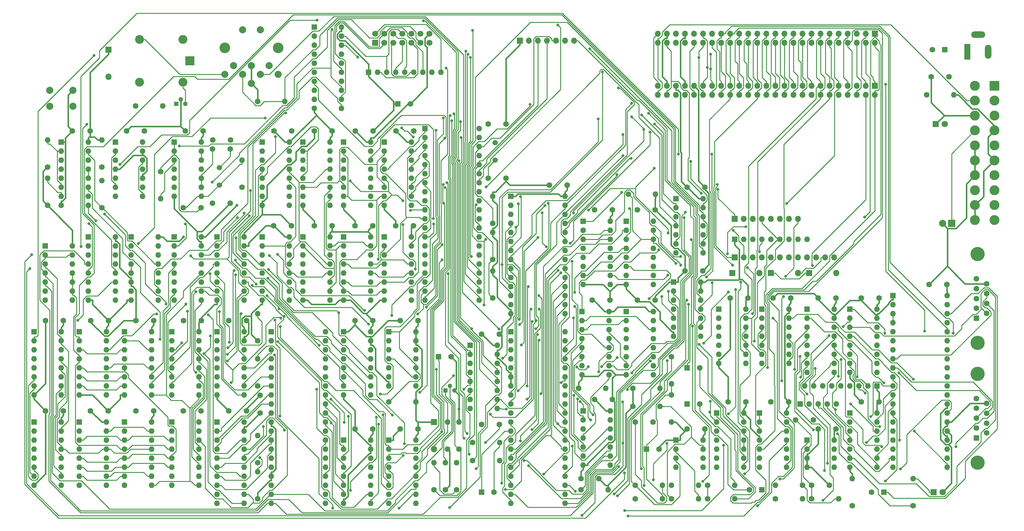
<source format=gbr>
G04 #@! TF.GenerationSoftware,KiCad,Pcbnew,5.1.6-c6e7f7d~86~ubuntu18.04.1*
G04 #@! TF.CreationDate,2021-05-02T12:58:02+02:00*
G04 #@! TF.ProjectId,MSX1,4d535831-2e6b-4696-9361-645f70636258,rev?*
G04 #@! TF.SameCoordinates,Original*
G04 #@! TF.FileFunction,Copper,L2,Bot*
G04 #@! TF.FilePolarity,Positive*
%FSLAX46Y46*%
G04 Gerber Fmt 4.6, Leading zero omitted, Abs format (unit mm)*
G04 Created by KiCad (PCBNEW 5.1.6-c6e7f7d~86~ubuntu18.04.1) date 2021-05-02 12:58:02*
%MOMM*%
%LPD*%
G01*
G04 APERTURE LIST*
G04 #@! TA.AperFunction,ComponentPad*
%ADD10R,1.300000X1.300000*%
G04 #@! TD*
G04 #@! TA.AperFunction,ComponentPad*
%ADD11C,1.300000*%
G04 #@! TD*
G04 #@! TA.AperFunction,ComponentPad*
%ADD12O,1.800000X1.800000*%
G04 #@! TD*
G04 #@! TA.AperFunction,ComponentPad*
%ADD13R,1.800000X1.800000*%
G04 #@! TD*
G04 #@! TA.AperFunction,ComponentPad*
%ADD14O,1.600000X1.600000*%
G04 #@! TD*
G04 #@! TA.AperFunction,ComponentPad*
%ADD15C,1.600000*%
G04 #@! TD*
G04 #@! TA.AperFunction,ComponentPad*
%ADD16C,1.800000*%
G04 #@! TD*
G04 #@! TA.AperFunction,ComponentPad*
%ADD17R,1.800000X4.400000*%
G04 #@! TD*
G04 #@! TA.AperFunction,ComponentPad*
%ADD18O,1.800000X4.000000*%
G04 #@! TD*
G04 #@! TA.AperFunction,ComponentPad*
%ADD19O,4.000000X1.800000*%
G04 #@! TD*
G04 #@! TA.AperFunction,ComponentPad*
%ADD20R,1.600000X1.600000*%
G04 #@! TD*
G04 #@! TA.AperFunction,ComponentPad*
%ADD21C,2.000000*%
G04 #@! TD*
G04 #@! TA.AperFunction,ComponentPad*
%ADD22C,2.800000*%
G04 #@! TD*
G04 #@! TA.AperFunction,ComponentPad*
%ADD23R,2.800000X2.800000*%
G04 #@! TD*
G04 #@! TA.AperFunction,ComponentPad*
%ADD24R,2.000000X2.000000*%
G04 #@! TD*
G04 #@! TA.AperFunction,ComponentPad*
%ADD25C,1.500000*%
G04 #@! TD*
G04 #@! TA.AperFunction,ComponentPad*
%ADD26O,1.700000X1.700000*%
G04 #@! TD*
G04 #@! TA.AperFunction,ComponentPad*
%ADD27R,1.700000X1.700000*%
G04 #@! TD*
G04 #@! TA.AperFunction,ComponentPad*
%ADD28O,2.500000X2.500000*%
G04 #@! TD*
G04 #@! TA.AperFunction,ComponentPad*
%ADD29R,2.500000X2.500000*%
G04 #@! TD*
G04 #@! TA.AperFunction,ComponentPad*
%ADD30C,4.000000*%
G04 #@! TD*
G04 #@! TA.AperFunction,ComponentPad*
%ADD31C,1.700000*%
G04 #@! TD*
G04 #@! TA.AperFunction,ComponentPad*
%ADD32C,3.000000*%
G04 #@! TD*
G04 #@! TA.AperFunction,ViaPad*
%ADD33C,0.800000*%
G04 #@! TD*
G04 #@! TA.AperFunction,Conductor*
%ADD34C,0.250000*%
G04 #@! TD*
G04 #@! TA.AperFunction,Conductor*
%ADD35C,0.400000*%
G04 #@! TD*
G04 APERTURE END LIST*
D10*
X203835000Y-173990000D03*
D11*
X206375000Y-173990000D03*
X205105000Y-172720000D03*
D12*
X200660000Y-190500000D03*
D13*
X200660000Y-182880000D03*
D12*
X292100000Y-140970000D03*
D13*
X284480000Y-140970000D03*
D12*
X302895000Y-140970000D03*
D13*
X295275000Y-140970000D03*
D12*
X313690000Y-140970000D03*
D13*
X306070000Y-140970000D03*
D10*
X128270000Y-93345000D03*
D11*
X130810000Y-93345000D03*
X129540000Y-92075000D03*
D12*
X109220000Y-85725000D03*
D13*
X109220000Y-78105000D03*
D14*
X346710000Y-90805000D03*
D15*
X339090000Y-90805000D03*
D16*
X344170000Y-99060000D03*
D13*
X341630000Y-99060000D03*
D17*
X350520000Y-78740000D03*
D18*
X356320000Y-78740000D03*
D19*
X353520000Y-73940000D03*
D15*
X345360000Y-85725000D03*
X340360000Y-85725000D03*
X340670000Y-78105000D03*
D20*
X344170000Y-78105000D03*
D14*
X305435000Y-131445000D03*
X302895000Y-131445000D03*
X300355000Y-131445000D03*
X297815000Y-131445000D03*
X295275000Y-131445000D03*
X292735000Y-131445000D03*
X290195000Y-131445000D03*
X287655000Y-131445000D03*
D20*
X285115000Y-131445000D03*
D14*
X237490000Y-119380000D03*
X222250000Y-152400000D03*
X237490000Y-121920000D03*
X222250000Y-149860000D03*
X237490000Y-124460000D03*
X222250000Y-147320000D03*
X237490000Y-127000000D03*
X222250000Y-144780000D03*
X237490000Y-129540000D03*
X222250000Y-142240000D03*
X237490000Y-132080000D03*
X222250000Y-139700000D03*
X237490000Y-134620000D03*
X222250000Y-137160000D03*
X237490000Y-137160000D03*
X222250000Y-134620000D03*
X237490000Y-139700000D03*
X222250000Y-132080000D03*
X237490000Y-142240000D03*
X222250000Y-129540000D03*
X237490000Y-144780000D03*
X222250000Y-127000000D03*
X237490000Y-147320000D03*
X222250000Y-124460000D03*
X237490000Y-149860000D03*
X222250000Y-121920000D03*
X237490000Y-152400000D03*
D20*
X222250000Y-119380000D03*
D21*
X99210000Y-89535000D03*
X99210000Y-94035000D03*
X92710000Y-89535000D03*
X92710000Y-94035000D03*
D14*
X207010000Y-194310000D03*
D15*
X207010000Y-201930000D03*
D14*
X262890000Y-118745000D03*
D15*
X255270000Y-118745000D03*
D14*
X146685000Y-109220000D03*
D15*
X146685000Y-116840000D03*
D14*
X123825000Y-120015000D03*
D15*
X123825000Y-112395000D03*
D14*
X217170000Y-129540000D03*
D15*
X217170000Y-137160000D03*
D14*
X217170000Y-140335000D03*
D15*
X217170000Y-147955000D03*
D14*
X217170000Y-119380000D03*
D15*
X217170000Y-127000000D03*
D14*
X314325000Y-204470000D03*
D15*
X306705000Y-204470000D03*
D14*
X296545000Y-200660000D03*
D15*
X304165000Y-200660000D03*
D14*
X151130000Y-186690000D03*
D15*
X151130000Y-194310000D03*
D14*
X285115000Y-200660000D03*
D15*
X277495000Y-200660000D03*
D14*
X285115000Y-204470000D03*
D15*
X277495000Y-204470000D03*
D14*
X304165000Y-204470000D03*
D15*
X296545000Y-204470000D03*
D14*
X92075000Y-114300000D03*
D15*
X92075000Y-121920000D03*
D14*
X151130000Y-152400000D03*
D15*
X151130000Y-160020000D03*
D14*
X151130000Y-196850000D03*
D15*
X151130000Y-204470000D03*
D14*
X107315000Y-103505000D03*
D15*
X107315000Y-111125000D03*
D14*
X151130000Y-165100000D03*
D15*
X151130000Y-172720000D03*
D14*
X92075000Y-103505000D03*
D15*
X92075000Y-111125000D03*
D14*
X107315000Y-114935000D03*
D15*
X107315000Y-122555000D03*
D14*
X335280000Y-198755000D03*
D15*
X335280000Y-206375000D03*
D14*
X219075000Y-188595000D03*
D15*
X211455000Y-188595000D03*
D14*
X124460000Y-93980000D03*
D15*
X116840000Y-93980000D03*
D14*
X249555000Y-201930000D03*
D15*
X241935000Y-201930000D03*
D14*
X318135000Y-198755000D03*
D15*
X318135000Y-206375000D03*
D14*
X158750000Y-92710000D03*
D15*
X151130000Y-92710000D03*
D14*
X219075000Y-193675000D03*
D15*
X211455000Y-193675000D03*
D14*
X248920000Y-173355000D03*
D15*
X241300000Y-173355000D03*
D14*
X195580000Y-177165000D03*
D15*
X187960000Y-177165000D03*
D14*
X203835000Y-194310000D03*
D15*
X203835000Y-201930000D03*
D14*
X204470000Y-182880000D03*
D15*
X204470000Y-190500000D03*
D14*
X207645000Y-182880000D03*
D15*
X207645000Y-190500000D03*
D14*
X200660000Y-194310000D03*
D15*
X200660000Y-201930000D03*
D14*
X267335000Y-182880000D03*
D15*
X267335000Y-175260000D03*
D14*
X274955000Y-200660000D03*
D15*
X267335000Y-200660000D03*
D14*
X264160000Y-173355000D03*
D15*
X256540000Y-173355000D03*
D14*
X264795000Y-200660000D03*
D15*
X257175000Y-200660000D03*
D14*
X267335000Y-172085000D03*
D15*
X267335000Y-164465000D03*
D14*
X264795000Y-204470000D03*
D15*
X257175000Y-204470000D03*
D14*
X274955000Y-204470000D03*
D15*
X267335000Y-204470000D03*
D14*
X264160000Y-178435000D03*
D15*
X256540000Y-178435000D03*
X138510000Y-103505000D03*
X143510000Y-103505000D03*
X143430000Y-121285000D03*
X138430000Y-121285000D03*
X143430000Y-106045000D03*
X138430000Y-106045000D03*
X135175000Y-122555000D03*
X130175000Y-122555000D03*
X311705000Y-200660000D03*
X306705000Y-200660000D03*
X220900000Y-99060000D03*
X215900000Y-99060000D03*
X218995000Y-183515000D03*
X213995000Y-183515000D03*
X276145000Y-140335000D03*
X271145000Y-140335000D03*
X238045000Y-116205000D03*
X233045000Y-116205000D03*
X246935000Y-198755000D03*
X241935000Y-198755000D03*
X196135000Y-184785000D03*
X191135000Y-184785000D03*
X220900000Y-114300000D03*
X215900000Y-114300000D03*
X160575000Y-127635000D03*
X155575000Y-127635000D03*
X116920000Y-179705000D03*
X121920000Y-179705000D03*
X109140000Y-179705000D03*
X104140000Y-179705000D03*
X116920000Y-154305000D03*
X121920000Y-154305000D03*
X130255000Y-154305000D03*
X135255000Y-154305000D03*
X91520000Y-179705000D03*
X96520000Y-179705000D03*
X142955000Y-154305000D03*
X147955000Y-154305000D03*
X104220000Y-154305000D03*
X109220000Y-154305000D03*
X91520000Y-154305000D03*
X96520000Y-154305000D03*
X183435000Y-184785000D03*
X178435000Y-184785000D03*
X250745000Y-176530000D03*
X245745000Y-176530000D03*
X288290000Y-177165000D03*
X283290000Y-177165000D03*
X147955000Y-179705000D03*
X142955000Y-179705000D03*
X307260000Y-182245000D03*
X302260000Y-182245000D03*
X262810000Y-123190000D03*
X257810000Y-123190000D03*
X218995000Y-158115000D03*
X213995000Y-158115000D03*
X155655000Y-100965000D03*
X160655000Y-100965000D03*
X189945000Y-100965000D03*
X194945000Y-100965000D03*
X178515000Y-100965000D03*
X183515000Y-100965000D03*
X151765000Y-175340000D03*
X151765000Y-180340000D03*
X276780000Y-116840000D03*
X271780000Y-116840000D03*
X104060000Y-100965000D03*
X99060000Y-100965000D03*
X183435000Y-154305000D03*
X178435000Y-154305000D03*
X119300000Y-100965000D03*
X114300000Y-100965000D03*
X250745000Y-123190000D03*
X245745000Y-123190000D03*
X135175000Y-179705000D03*
X130175000Y-179705000D03*
X325675000Y-147955000D03*
X320675000Y-147955000D03*
X344725000Y-144145000D03*
X339725000Y-144145000D03*
X300275000Y-177165000D03*
X295275000Y-177165000D03*
X276780000Y-184785000D03*
X271780000Y-184785000D03*
X196135000Y-154305000D03*
X191135000Y-154305000D03*
X288845000Y-147955000D03*
X283845000Y-147955000D03*
X250110000Y-148590000D03*
X245110000Y-148590000D03*
X262810000Y-148590000D03*
X257810000Y-148590000D03*
X325675000Y-177165000D03*
X320675000Y-177165000D03*
X300910000Y-147955000D03*
X295910000Y-147955000D03*
X194865000Y-127635000D03*
X189865000Y-127635000D03*
X183435000Y-127635000D03*
X178435000Y-127635000D03*
X172005000Y-100965000D03*
X167005000Y-100965000D03*
X172005000Y-127635000D03*
X167005000Y-127635000D03*
X262175000Y-182880000D03*
X257175000Y-182880000D03*
X313610000Y-147955000D03*
X308610000Y-147955000D03*
X313610000Y-184785000D03*
X308610000Y-184785000D03*
X135810000Y-100965000D03*
X130810000Y-100965000D03*
X194000000Y-93345000D03*
D20*
X190500000Y-93345000D03*
D22*
X352640000Y-126065000D03*
X352640000Y-121865000D03*
X352640000Y-117665000D03*
X352640000Y-113465000D03*
X352640000Y-109265000D03*
X352640000Y-105065000D03*
X352640000Y-100865000D03*
X352640000Y-96665000D03*
X352640000Y-92465000D03*
X352640000Y-88265000D03*
X358140000Y-126065000D03*
X358140000Y-121865000D03*
X358140000Y-117665000D03*
X358140000Y-113465000D03*
X358140000Y-109265000D03*
X358140000Y-105065000D03*
X358140000Y-100865000D03*
X358140000Y-96665000D03*
X358140000Y-92465000D03*
D23*
X358140000Y-88265000D03*
D21*
X343535000Y-127000000D03*
D24*
X346075000Y-127000000D03*
D25*
X217805000Y-104340000D03*
X217805000Y-109220000D03*
D20*
X163830000Y-130810000D03*
D14*
X171450000Y-148590000D03*
X163830000Y-133350000D03*
X171450000Y-146050000D03*
X163830000Y-135890000D03*
X171450000Y-143510000D03*
X163830000Y-138430000D03*
X171450000Y-140970000D03*
X163830000Y-140970000D03*
X171450000Y-138430000D03*
X163830000Y-143510000D03*
X171450000Y-135890000D03*
X163830000Y-146050000D03*
X171450000Y-133350000D03*
X163830000Y-148590000D03*
X171450000Y-130810000D03*
X160020000Y-130810000D03*
X152400000Y-148590000D03*
X160020000Y-133350000D03*
X152400000Y-146050000D03*
X160020000Y-135890000D03*
X152400000Y-143510000D03*
X160020000Y-138430000D03*
X152400000Y-140970000D03*
X160020000Y-140970000D03*
X152400000Y-138430000D03*
X160020000Y-143510000D03*
X152400000Y-135890000D03*
X160020000Y-146050000D03*
X152400000Y-133350000D03*
X160020000Y-148590000D03*
D20*
X152400000Y-130810000D03*
X175260000Y-104140000D03*
D14*
X182880000Y-121920000D03*
X175260000Y-106680000D03*
X182880000Y-119380000D03*
X175260000Y-109220000D03*
X182880000Y-116840000D03*
X175260000Y-111760000D03*
X182880000Y-114300000D03*
X175260000Y-114300000D03*
X182880000Y-111760000D03*
X175260000Y-116840000D03*
X182880000Y-109220000D03*
X175260000Y-119380000D03*
X182880000Y-106680000D03*
X175260000Y-121920000D03*
X182880000Y-104140000D03*
X171450000Y-104140000D03*
X163830000Y-121920000D03*
X171450000Y-106680000D03*
X163830000Y-119380000D03*
X171450000Y-109220000D03*
X163830000Y-116840000D03*
X171450000Y-111760000D03*
X163830000Y-114300000D03*
X171450000Y-114300000D03*
X163830000Y-111760000D03*
X171450000Y-116840000D03*
X163830000Y-109220000D03*
X171450000Y-119380000D03*
X163830000Y-106680000D03*
X171450000Y-121920000D03*
D20*
X163830000Y-104140000D03*
X152400000Y-104140000D03*
D14*
X160020000Y-121920000D03*
X152400000Y-106680000D03*
X160020000Y-119380000D03*
X152400000Y-109220000D03*
X160020000Y-116840000D03*
X152400000Y-111760000D03*
X160020000Y-114300000D03*
X152400000Y-114300000D03*
X160020000Y-111760000D03*
X152400000Y-116840000D03*
X160020000Y-109220000D03*
X152400000Y-119380000D03*
X160020000Y-106680000D03*
X152400000Y-121920000D03*
X160020000Y-104140000D03*
X194310000Y-104140000D03*
X186690000Y-121920000D03*
X194310000Y-106680000D03*
X186690000Y-119380000D03*
X194310000Y-109220000D03*
X186690000Y-116840000D03*
X194310000Y-111760000D03*
X186690000Y-114300000D03*
X194310000Y-114300000D03*
X186690000Y-111760000D03*
X194310000Y-116840000D03*
X186690000Y-109220000D03*
X194310000Y-119380000D03*
X186690000Y-106680000D03*
X194310000Y-121920000D03*
D20*
X186690000Y-104140000D03*
X186690000Y-130810000D03*
D14*
X194310000Y-148590000D03*
X186690000Y-133350000D03*
X194310000Y-146050000D03*
X186690000Y-135890000D03*
X194310000Y-143510000D03*
X186690000Y-138430000D03*
X194310000Y-140970000D03*
X186690000Y-140970000D03*
X194310000Y-138430000D03*
X186690000Y-143510000D03*
X194310000Y-135890000D03*
X186690000Y-146050000D03*
X194310000Y-133350000D03*
X186690000Y-148590000D03*
X194310000Y-130810000D03*
X182880000Y-130810000D03*
X175260000Y-148590000D03*
X182880000Y-133350000D03*
X175260000Y-146050000D03*
X182880000Y-135890000D03*
X175260000Y-143510000D03*
X182880000Y-138430000D03*
X175260000Y-140970000D03*
X182880000Y-140970000D03*
X175260000Y-138430000D03*
X182880000Y-143510000D03*
X175260000Y-135890000D03*
X182880000Y-146050000D03*
X175260000Y-133350000D03*
X182880000Y-148590000D03*
D20*
X175260000Y-130810000D03*
D14*
X213360000Y-100330000D03*
X198120000Y-148590000D03*
X213360000Y-102870000D03*
X198120000Y-146050000D03*
X213360000Y-105410000D03*
X198120000Y-143510000D03*
X213360000Y-107950000D03*
X198120000Y-140970000D03*
X213360000Y-110490000D03*
X198120000Y-138430000D03*
X213360000Y-113030000D03*
X198120000Y-135890000D03*
X213360000Y-115570000D03*
X198120000Y-133350000D03*
X213360000Y-118110000D03*
X198120000Y-130810000D03*
X213360000Y-120650000D03*
X198120000Y-128270000D03*
X213360000Y-123190000D03*
X198120000Y-125730000D03*
X213360000Y-125730000D03*
X198120000Y-123190000D03*
X213360000Y-128270000D03*
X198120000Y-120650000D03*
X213360000Y-130810000D03*
X198120000Y-118110000D03*
X213360000Y-133350000D03*
X198120000Y-115570000D03*
X213360000Y-135890000D03*
X198120000Y-113030000D03*
X213360000Y-138430000D03*
X198120000Y-110490000D03*
X213360000Y-140970000D03*
X198120000Y-107950000D03*
X213360000Y-143510000D03*
X198120000Y-105410000D03*
X213360000Y-146050000D03*
X198120000Y-102870000D03*
X213360000Y-148590000D03*
D20*
X198120000Y-100330000D03*
D26*
X240030000Y-75565000D03*
X237490000Y-75565000D03*
X234950000Y-75565000D03*
X232410000Y-75565000D03*
X229870000Y-75565000D03*
X227330000Y-75565000D03*
D27*
X224790000Y-75565000D03*
D28*
X130080000Y-87280000D03*
X117880000Y-87280000D03*
X117880000Y-75280000D03*
X130080000Y-75280000D03*
D29*
X132080000Y-81280000D03*
D14*
X313690000Y-177800000D03*
X311150000Y-177800000D03*
X308610000Y-177800000D03*
X306070000Y-177800000D03*
D20*
X303530000Y-177800000D03*
X325120000Y-172720000D03*
D14*
X322580000Y-172720000D03*
X320040000Y-172720000D03*
X317500000Y-172720000D03*
X314960000Y-172720000D03*
X312420000Y-172720000D03*
X309880000Y-172720000D03*
X307340000Y-172720000D03*
X304800000Y-172720000D03*
X202565000Y-84455000D03*
X200025000Y-84455000D03*
X197485000Y-84455000D03*
X194945000Y-84455000D03*
X192405000Y-84455000D03*
X189865000Y-84455000D03*
X187325000Y-84455000D03*
X184785000Y-84455000D03*
D20*
X182245000Y-84455000D03*
X127000000Y-182880000D03*
D14*
X134620000Y-200660000D03*
X127000000Y-185420000D03*
X134620000Y-198120000D03*
X127000000Y-187960000D03*
X134620000Y-195580000D03*
X127000000Y-190500000D03*
X134620000Y-193040000D03*
X127000000Y-193040000D03*
X134620000Y-190500000D03*
X127000000Y-195580000D03*
X134620000Y-187960000D03*
X127000000Y-198120000D03*
X134620000Y-185420000D03*
X127000000Y-200660000D03*
X134620000Y-182880000D03*
X134620000Y-157480000D03*
X127000000Y-175260000D03*
X134620000Y-160020000D03*
X127000000Y-172720000D03*
X134620000Y-162560000D03*
X127000000Y-170180000D03*
X134620000Y-165100000D03*
X127000000Y-167640000D03*
X134620000Y-167640000D03*
X127000000Y-165100000D03*
X134620000Y-170180000D03*
X127000000Y-162560000D03*
X134620000Y-172720000D03*
X127000000Y-160020000D03*
X134620000Y-175260000D03*
D20*
X127000000Y-157480000D03*
X113665000Y-157480000D03*
D14*
X121285000Y-175260000D03*
X113665000Y-160020000D03*
X121285000Y-172720000D03*
X113665000Y-162560000D03*
X121285000Y-170180000D03*
X113665000Y-165100000D03*
X121285000Y-167640000D03*
X113665000Y-167640000D03*
X121285000Y-165100000D03*
X113665000Y-170180000D03*
X121285000Y-162560000D03*
X113665000Y-172720000D03*
X121285000Y-160020000D03*
X113665000Y-175260000D03*
X121285000Y-157480000D03*
X121285000Y-182880000D03*
X113665000Y-200660000D03*
X121285000Y-185420000D03*
X113665000Y-198120000D03*
X121285000Y-187960000D03*
X113665000Y-195580000D03*
X121285000Y-190500000D03*
X113665000Y-193040000D03*
X121285000Y-193040000D03*
X113665000Y-190500000D03*
X121285000Y-195580000D03*
X113665000Y-187960000D03*
X121285000Y-198120000D03*
X113665000Y-185420000D03*
X121285000Y-200660000D03*
D20*
X113665000Y-182880000D03*
X100965000Y-157480000D03*
D14*
X108585000Y-175260000D03*
X100965000Y-160020000D03*
X108585000Y-172720000D03*
X100965000Y-162560000D03*
X108585000Y-170180000D03*
X100965000Y-165100000D03*
X108585000Y-167640000D03*
X100965000Y-167640000D03*
X108585000Y-165100000D03*
X100965000Y-170180000D03*
X108585000Y-162560000D03*
X100965000Y-172720000D03*
X108585000Y-160020000D03*
X100965000Y-175260000D03*
X108585000Y-157480000D03*
X95885000Y-157480000D03*
X88265000Y-175260000D03*
X95885000Y-160020000D03*
X88265000Y-172720000D03*
X95885000Y-162560000D03*
X88265000Y-170180000D03*
X95885000Y-165100000D03*
X88265000Y-167640000D03*
X95885000Y-167640000D03*
X88265000Y-165100000D03*
X95885000Y-170180000D03*
X88265000Y-162560000D03*
X95885000Y-172720000D03*
X88265000Y-160020000D03*
X95885000Y-175260000D03*
D20*
X88265000Y-157480000D03*
X88265000Y-182880000D03*
D14*
X95885000Y-200660000D03*
X88265000Y-185420000D03*
X95885000Y-198120000D03*
X88265000Y-187960000D03*
X95885000Y-195580000D03*
X88265000Y-190500000D03*
X95885000Y-193040000D03*
X88265000Y-193040000D03*
X95885000Y-190500000D03*
X88265000Y-195580000D03*
X95885000Y-187960000D03*
X88265000Y-198120000D03*
X95885000Y-185420000D03*
X88265000Y-200660000D03*
X95885000Y-182880000D03*
X108585000Y-182880000D03*
X100965000Y-200660000D03*
X108585000Y-185420000D03*
X100965000Y-198120000D03*
X108585000Y-187960000D03*
X100965000Y-195580000D03*
X108585000Y-190500000D03*
X100965000Y-193040000D03*
X108585000Y-193040000D03*
X100965000Y-190500000D03*
X108585000Y-195580000D03*
X100965000Y-187960000D03*
X108585000Y-198120000D03*
X100965000Y-185420000D03*
X108585000Y-200660000D03*
D20*
X100965000Y-182880000D03*
D14*
X99060000Y-133350000D03*
X91440000Y-148590000D03*
X99060000Y-135890000D03*
X91440000Y-146050000D03*
X99060000Y-138430000D03*
X91440000Y-143510000D03*
X99060000Y-140970000D03*
X91440000Y-140970000D03*
X99060000Y-143510000D03*
X91440000Y-138430000D03*
X99060000Y-146050000D03*
X91440000Y-135890000D03*
X99060000Y-148590000D03*
D20*
X91440000Y-133350000D03*
X127635000Y-130810000D03*
D14*
X135255000Y-148590000D03*
X127635000Y-133350000D03*
X135255000Y-146050000D03*
X127635000Y-135890000D03*
X135255000Y-143510000D03*
X127635000Y-138430000D03*
X135255000Y-140970000D03*
X127635000Y-140970000D03*
X135255000Y-138430000D03*
X127635000Y-143510000D03*
X135255000Y-135890000D03*
X127635000Y-146050000D03*
X135255000Y-133350000D03*
X127635000Y-148590000D03*
X135255000Y-130810000D03*
X147320000Y-130810000D03*
X139700000Y-148590000D03*
X147320000Y-133350000D03*
X139700000Y-146050000D03*
X147320000Y-135890000D03*
X139700000Y-143510000D03*
X147320000Y-138430000D03*
X139700000Y-140970000D03*
X147320000Y-140970000D03*
X139700000Y-138430000D03*
X147320000Y-143510000D03*
X139700000Y-135890000D03*
X147320000Y-146050000D03*
X139700000Y-133350000D03*
X147320000Y-148590000D03*
D20*
X139700000Y-130810000D03*
X353060000Y-187325000D03*
D15*
X353060000Y-184555000D03*
X353060000Y-181785000D03*
X353060000Y-179015000D03*
X353060000Y-176245000D03*
X355900000Y-185940000D03*
X355900000Y-183170000D03*
X355900000Y-180400000D03*
X355900000Y-177630000D03*
D30*
X353360000Y-194285000D03*
X353360000Y-169285000D03*
X353360000Y-135630000D03*
X353360000Y-160630000D03*
D15*
X355900000Y-143975000D03*
X355900000Y-146745000D03*
X355900000Y-149515000D03*
X355900000Y-152285000D03*
X353060000Y-142590000D03*
X353060000Y-145360000D03*
X353060000Y-148130000D03*
X353060000Y-150900000D03*
D20*
X353060000Y-153670000D03*
D31*
X199390000Y-73660000D03*
X199390000Y-76200000D03*
X196850000Y-73660000D03*
X196850000Y-76200000D03*
X194310000Y-73660000D03*
X194310000Y-76200000D03*
X191770000Y-73660000D03*
X191770000Y-76200000D03*
X189230000Y-73660000D03*
X189230000Y-76200000D03*
X186690000Y-73660000D03*
X186690000Y-76200000D03*
X184150000Y-73660000D03*
D27*
X184150000Y-76200000D03*
D14*
X275590000Y-143510000D03*
X267970000Y-158750000D03*
X275590000Y-146050000D03*
X267970000Y-156210000D03*
X275590000Y-148590000D03*
X267970000Y-153670000D03*
X275590000Y-151130000D03*
X267970000Y-151130000D03*
X275590000Y-153670000D03*
X267970000Y-148590000D03*
X275590000Y-156210000D03*
X267970000Y-146050000D03*
X275590000Y-158750000D03*
D20*
X267970000Y-143510000D03*
X305435000Y-151130000D03*
D14*
X313055000Y-168910000D03*
X305435000Y-153670000D03*
X313055000Y-166370000D03*
X305435000Y-156210000D03*
X313055000Y-163830000D03*
X305435000Y-158750000D03*
X313055000Y-161290000D03*
X305435000Y-161290000D03*
X313055000Y-158750000D03*
X305435000Y-163830000D03*
X313055000Y-156210000D03*
X305435000Y-166370000D03*
X313055000Y-153670000D03*
X305435000Y-168910000D03*
X313055000Y-151130000D03*
X111125000Y-130810000D03*
X103505000Y-148590000D03*
X111125000Y-133350000D03*
X103505000Y-146050000D03*
X111125000Y-135890000D03*
X103505000Y-143510000D03*
X111125000Y-138430000D03*
X103505000Y-140970000D03*
X111125000Y-140970000D03*
X103505000Y-138430000D03*
X111125000Y-143510000D03*
X103505000Y-135890000D03*
X111125000Y-146050000D03*
X103505000Y-133350000D03*
X111125000Y-148590000D03*
D20*
X103505000Y-130810000D03*
X115570000Y-130810000D03*
D14*
X123190000Y-148590000D03*
X115570000Y-133350000D03*
X123190000Y-146050000D03*
X115570000Y-135890000D03*
X123190000Y-143510000D03*
X115570000Y-138430000D03*
X123190000Y-140970000D03*
X115570000Y-140970000D03*
X123190000Y-138430000D03*
X115570000Y-143510000D03*
X123190000Y-135890000D03*
X115570000Y-146050000D03*
X123190000Y-133350000D03*
X115570000Y-148590000D03*
X123190000Y-130810000D03*
X325120000Y-151130000D03*
X317500000Y-168910000D03*
X325120000Y-153670000D03*
X317500000Y-166370000D03*
X325120000Y-156210000D03*
X317500000Y-163830000D03*
X325120000Y-158750000D03*
X317500000Y-161290000D03*
X325120000Y-161290000D03*
X317500000Y-158750000D03*
X325120000Y-163830000D03*
X317500000Y-156210000D03*
X325120000Y-166370000D03*
X317500000Y-153670000D03*
X325120000Y-168910000D03*
D20*
X317500000Y-151130000D03*
D14*
X174625000Y-71755000D03*
X167005000Y-94615000D03*
X174625000Y-74295000D03*
X167005000Y-92075000D03*
X174625000Y-76835000D03*
X167005000Y-89535000D03*
X174625000Y-79375000D03*
X167005000Y-86995000D03*
X174625000Y-81915000D03*
X167005000Y-84455000D03*
X174625000Y-84455000D03*
X167005000Y-81915000D03*
X174625000Y-86995000D03*
X167005000Y-79375000D03*
X174625000Y-89535000D03*
X167005000Y-76835000D03*
X174625000Y-92075000D03*
X167005000Y-74295000D03*
X174625000Y-94615000D03*
D20*
X167005000Y-71755000D03*
X213995000Y-202565000D03*
D15*
X217495000Y-202565000D03*
X263850000Y-190500000D03*
D20*
X260350000Y-190500000D03*
X271780000Y-177800000D03*
D15*
X275280000Y-177800000D03*
X275280000Y-167640000D03*
D20*
X271780000Y-167640000D03*
X327025000Y-202565000D03*
D15*
X323525000Y-202565000D03*
X289235000Y-201930000D03*
D20*
X292735000Y-201930000D03*
D21*
X156845000Y-85090000D03*
X151845000Y-85090000D03*
X146845000Y-85090000D03*
X141845000Y-85090000D03*
X154345000Y-82590000D03*
X149345000Y-82590000D03*
X144345000Y-82590000D03*
X149345000Y-87590000D03*
X151845000Y-72590000D03*
X146845000Y-72590000D03*
D32*
X141845000Y-77590000D03*
X156845000Y-77590000D03*
D20*
X292735000Y-151130000D03*
D14*
X300355000Y-166370000D03*
X292735000Y-153670000D03*
X300355000Y-163830000D03*
X292735000Y-156210000D03*
X300355000Y-161290000D03*
X292735000Y-158750000D03*
X300355000Y-158750000D03*
X292735000Y-161290000D03*
X300355000Y-156210000D03*
X292735000Y-163830000D03*
X300355000Y-153670000D03*
X292735000Y-166370000D03*
X300355000Y-151130000D03*
X325120000Y-180340000D03*
X317500000Y-195580000D03*
X325120000Y-182880000D03*
X317500000Y-193040000D03*
X325120000Y-185420000D03*
X317500000Y-190500000D03*
X325120000Y-187960000D03*
X317500000Y-187960000D03*
X325120000Y-190500000D03*
X317500000Y-185420000D03*
X325120000Y-193040000D03*
X317500000Y-182880000D03*
X325120000Y-195580000D03*
D20*
X317500000Y-180340000D03*
X292100000Y-180340000D03*
D14*
X299720000Y-195580000D03*
X292100000Y-182880000D03*
X299720000Y-193040000D03*
X292100000Y-185420000D03*
X299720000Y-190500000D03*
X292100000Y-187960000D03*
X299720000Y-187960000D03*
X292100000Y-190500000D03*
X299720000Y-185420000D03*
X292100000Y-193040000D03*
X299720000Y-182880000D03*
X292100000Y-195580000D03*
X299720000Y-180340000D03*
X288290000Y-151130000D03*
X280670000Y-166370000D03*
X288290000Y-153670000D03*
X280670000Y-163830000D03*
X288290000Y-156210000D03*
X280670000Y-161290000D03*
X288290000Y-158750000D03*
X280670000Y-158750000D03*
X288290000Y-161290000D03*
X280670000Y-156210000D03*
X288290000Y-163830000D03*
X280670000Y-153670000D03*
X288290000Y-166370000D03*
D20*
X280670000Y-151130000D03*
D14*
X344805000Y-147320000D03*
X329565000Y-195580000D03*
X344805000Y-149860000D03*
X329565000Y-193040000D03*
X344805000Y-152400000D03*
X329565000Y-190500000D03*
X344805000Y-154940000D03*
X329565000Y-187960000D03*
X344805000Y-157480000D03*
X329565000Y-185420000D03*
X344805000Y-160020000D03*
X329565000Y-182880000D03*
X344805000Y-162560000D03*
X329565000Y-180340000D03*
X344805000Y-165100000D03*
X329565000Y-177800000D03*
X344805000Y-167640000D03*
X329565000Y-175260000D03*
X344805000Y-170180000D03*
X329565000Y-172720000D03*
X344805000Y-172720000D03*
X329565000Y-170180000D03*
X344805000Y-175260000D03*
X329565000Y-167640000D03*
X344805000Y-177800000D03*
X329565000Y-165100000D03*
X344805000Y-180340000D03*
X329565000Y-162560000D03*
X344805000Y-182880000D03*
X329565000Y-160020000D03*
X344805000Y-185420000D03*
X329565000Y-157480000D03*
X344805000Y-187960000D03*
X329565000Y-154940000D03*
X344805000Y-190500000D03*
X329565000Y-152400000D03*
X344805000Y-193040000D03*
X329565000Y-149860000D03*
X344805000Y-195580000D03*
D20*
X329565000Y-147320000D03*
D14*
X237490000Y-157480000D03*
X222250000Y-205740000D03*
X237490000Y-160020000D03*
X222250000Y-203200000D03*
X237490000Y-162560000D03*
X222250000Y-200660000D03*
X237490000Y-165100000D03*
X222250000Y-198120000D03*
X237490000Y-167640000D03*
X222250000Y-195580000D03*
X237490000Y-170180000D03*
X222250000Y-193040000D03*
X237490000Y-172720000D03*
X222250000Y-190500000D03*
X237490000Y-175260000D03*
X222250000Y-187960000D03*
X237490000Y-177800000D03*
X222250000Y-185420000D03*
X237490000Y-180340000D03*
X222250000Y-182880000D03*
X237490000Y-182880000D03*
X222250000Y-180340000D03*
X237490000Y-185420000D03*
X222250000Y-177800000D03*
X237490000Y-187960000D03*
X222250000Y-175260000D03*
X237490000Y-190500000D03*
X222250000Y-172720000D03*
X237490000Y-193040000D03*
X222250000Y-170180000D03*
X237490000Y-195580000D03*
X222250000Y-167640000D03*
X237490000Y-198120000D03*
X222250000Y-165100000D03*
X237490000Y-200660000D03*
X222250000Y-162560000D03*
X237490000Y-203200000D03*
X222250000Y-160020000D03*
X237490000Y-205740000D03*
D20*
X222250000Y-157480000D03*
X305435000Y-187960000D03*
D14*
X313055000Y-195580000D03*
X305435000Y-190500000D03*
X313055000Y-193040000D03*
X305435000Y-193040000D03*
X313055000Y-190500000D03*
X305435000Y-195580000D03*
X313055000Y-187960000D03*
X276225000Y-187960000D03*
X268605000Y-195580000D03*
X276225000Y-190500000D03*
X268605000Y-193040000D03*
X276225000Y-193040000D03*
X268605000Y-190500000D03*
X276225000Y-195580000D03*
D20*
X268605000Y-187960000D03*
D16*
X343535000Y-202565000D03*
D13*
X340995000Y-202565000D03*
D20*
X254635000Y-126365000D03*
D14*
X262255000Y-144145000D03*
X254635000Y-128905000D03*
X262255000Y-141605000D03*
X254635000Y-131445000D03*
X262255000Y-139065000D03*
X254635000Y-133985000D03*
X262255000Y-136525000D03*
X254635000Y-136525000D03*
X262255000Y-133985000D03*
X254635000Y-139065000D03*
X262255000Y-131445000D03*
X254635000Y-141605000D03*
X262255000Y-128905000D03*
X254635000Y-144145000D03*
X262255000Y-126365000D03*
X250190000Y-126365000D03*
X242570000Y-144145000D03*
X250190000Y-128905000D03*
X242570000Y-141605000D03*
X250190000Y-131445000D03*
X242570000Y-139065000D03*
X250190000Y-133985000D03*
X242570000Y-136525000D03*
X250190000Y-136525000D03*
X242570000Y-133985000D03*
X250190000Y-139065000D03*
X242570000Y-131445000D03*
X250190000Y-141605000D03*
X242570000Y-128905000D03*
X250190000Y-144145000D03*
D20*
X242570000Y-126365000D03*
D26*
X302895000Y-125730000D03*
X300355000Y-125730000D03*
X297815000Y-125730000D03*
X295275000Y-125730000D03*
X292735000Y-125730000D03*
X290195000Y-125730000D03*
X287655000Y-125730000D03*
D27*
X285115000Y-125730000D03*
D26*
X313055000Y-136525000D03*
X310515000Y-136525000D03*
X307975000Y-136525000D03*
X305435000Y-136525000D03*
X302895000Y-136525000D03*
X300355000Y-136525000D03*
X297815000Y-136525000D03*
X295275000Y-136525000D03*
X292735000Y-136525000D03*
X290195000Y-136525000D03*
X287655000Y-136525000D03*
D27*
X285115000Y-136525000D03*
D14*
X287655000Y-180340000D03*
X280035000Y-195580000D03*
X287655000Y-182880000D03*
X280035000Y-193040000D03*
X287655000Y-185420000D03*
X280035000Y-190500000D03*
X287655000Y-187960000D03*
X280035000Y-187960000D03*
X287655000Y-190500000D03*
X280035000Y-185420000D03*
X287655000Y-193040000D03*
X280035000Y-182880000D03*
X287655000Y-195580000D03*
D20*
X280035000Y-180340000D03*
D14*
X195580000Y-187960000D03*
X187960000Y-205740000D03*
X195580000Y-190500000D03*
X187960000Y-203200000D03*
X195580000Y-193040000D03*
X187960000Y-200660000D03*
X195580000Y-195580000D03*
X187960000Y-198120000D03*
X195580000Y-198120000D03*
X187960000Y-195580000D03*
X195580000Y-200660000D03*
X187960000Y-193040000D03*
X195580000Y-203200000D03*
X187960000Y-190500000D03*
X195580000Y-205740000D03*
D20*
X187960000Y-187960000D03*
X254635000Y-151765000D03*
D14*
X262255000Y-169545000D03*
X254635000Y-154305000D03*
X262255000Y-167005000D03*
X254635000Y-156845000D03*
X262255000Y-164465000D03*
X254635000Y-159385000D03*
X262255000Y-161925000D03*
X254635000Y-161925000D03*
X262255000Y-159385000D03*
X254635000Y-164465000D03*
X262255000Y-156845000D03*
X254635000Y-167005000D03*
X262255000Y-154305000D03*
X254635000Y-169545000D03*
X262255000Y-151765000D03*
X249860000Y-151765000D03*
X242240000Y-169545000D03*
X249860000Y-154305000D03*
X242240000Y-167005000D03*
X249860000Y-156845000D03*
X242240000Y-164465000D03*
X249860000Y-159385000D03*
X242240000Y-161925000D03*
X249860000Y-161925000D03*
X242240000Y-159385000D03*
X249860000Y-164465000D03*
X242240000Y-156845000D03*
X249860000Y-167005000D03*
X242240000Y-154305000D03*
X249860000Y-169545000D03*
D20*
X242240000Y-151765000D03*
D25*
X140335000Y-111325000D03*
X140335000Y-116205000D03*
D14*
X135255000Y-104140000D03*
X127635000Y-119380000D03*
X135255000Y-106680000D03*
X127635000Y-116840000D03*
X135255000Y-109220000D03*
X127635000Y-114300000D03*
X135255000Y-111760000D03*
X127635000Y-111760000D03*
X135255000Y-114300000D03*
X127635000Y-109220000D03*
X135255000Y-116840000D03*
X127635000Y-106680000D03*
X135255000Y-119380000D03*
D20*
X127635000Y-104140000D03*
D14*
X118745000Y-104140000D03*
X111125000Y-119380000D03*
X118745000Y-106680000D03*
X111125000Y-116840000D03*
X118745000Y-109220000D03*
X111125000Y-114300000D03*
X118745000Y-111760000D03*
X111125000Y-111760000D03*
X118745000Y-114300000D03*
X111125000Y-109220000D03*
X118745000Y-116840000D03*
X111125000Y-106680000D03*
X118745000Y-119380000D03*
D20*
X111125000Y-104140000D03*
D14*
X276225000Y-120015000D03*
X268605000Y-135255000D03*
X276225000Y-122555000D03*
X268605000Y-132715000D03*
X276225000Y-125095000D03*
X268605000Y-130175000D03*
X276225000Y-127635000D03*
X268605000Y-127635000D03*
X276225000Y-130175000D03*
X268605000Y-125095000D03*
X276225000Y-132715000D03*
X268605000Y-122555000D03*
X276225000Y-135255000D03*
D20*
X268605000Y-120015000D03*
X175260000Y-187960000D03*
D14*
X182880000Y-205740000D03*
X175260000Y-190500000D03*
X182880000Y-203200000D03*
X175260000Y-193040000D03*
X182880000Y-200660000D03*
X175260000Y-195580000D03*
X182880000Y-198120000D03*
X175260000Y-198120000D03*
X182880000Y-195580000D03*
X175260000Y-200660000D03*
X182880000Y-193040000D03*
X175260000Y-203200000D03*
X182880000Y-190500000D03*
X175260000Y-205740000D03*
X182880000Y-187960000D03*
X218440000Y-161290000D03*
X210820000Y-179070000D03*
X218440000Y-163830000D03*
X210820000Y-176530000D03*
X218440000Y-166370000D03*
X210820000Y-173990000D03*
X218440000Y-168910000D03*
X210820000Y-171450000D03*
X218440000Y-171450000D03*
X210820000Y-168910000D03*
X218440000Y-173990000D03*
X210820000Y-166370000D03*
X218440000Y-176530000D03*
X210820000Y-163830000D03*
X218440000Y-179070000D03*
D20*
X210820000Y-161290000D03*
X175260000Y-157480000D03*
D14*
X182880000Y-175260000D03*
X175260000Y-160020000D03*
X182880000Y-172720000D03*
X175260000Y-162560000D03*
X182880000Y-170180000D03*
X175260000Y-165100000D03*
X182880000Y-167640000D03*
X175260000Y-167640000D03*
X182880000Y-165100000D03*
X175260000Y-170180000D03*
X182880000Y-162560000D03*
X175260000Y-172720000D03*
X182880000Y-160020000D03*
X175260000Y-175260000D03*
X182880000Y-157480000D03*
X147320000Y-157480000D03*
X139700000Y-175260000D03*
X147320000Y-160020000D03*
X139700000Y-172720000D03*
X147320000Y-162560000D03*
X139700000Y-170180000D03*
X147320000Y-165100000D03*
X139700000Y-167640000D03*
X147320000Y-167640000D03*
X139700000Y-165100000D03*
X147320000Y-170180000D03*
X139700000Y-162560000D03*
X147320000Y-172720000D03*
X139700000Y-160020000D03*
X147320000Y-175260000D03*
D20*
X139700000Y-157480000D03*
D27*
X324485000Y-73660000D03*
D26*
X324485000Y-76200000D03*
X321945000Y-73660000D03*
X321945000Y-76200000D03*
X319405000Y-73660000D03*
X319405000Y-76200000D03*
X316865000Y-73660000D03*
X316865000Y-76200000D03*
X314325000Y-73660000D03*
X314325000Y-76200000D03*
X311785000Y-73660000D03*
X311785000Y-76200000D03*
X309245000Y-73660000D03*
X309245000Y-76200000D03*
X306705000Y-73660000D03*
X306705000Y-76200000D03*
X304165000Y-73660000D03*
X304165000Y-76200000D03*
X301625000Y-73660000D03*
X301625000Y-76200000D03*
X299085000Y-73660000D03*
X299085000Y-76200000D03*
X296545000Y-73660000D03*
X296545000Y-76200000D03*
X294005000Y-73660000D03*
X294005000Y-76200000D03*
X291465000Y-73660000D03*
X291465000Y-76200000D03*
X288925000Y-73660000D03*
X288925000Y-76200000D03*
X286385000Y-73660000D03*
X286385000Y-76200000D03*
X283845000Y-73660000D03*
X283845000Y-76200000D03*
X281305000Y-73660000D03*
X281305000Y-76200000D03*
X278765000Y-73660000D03*
X278765000Y-76200000D03*
X276225000Y-73660000D03*
X276225000Y-76200000D03*
X273685000Y-73660000D03*
X273685000Y-76200000D03*
X271145000Y-73660000D03*
X271145000Y-76200000D03*
X268605000Y-73660000D03*
X268605000Y-76200000D03*
X266065000Y-73660000D03*
X266065000Y-76200000D03*
X263525000Y-73660000D03*
X263525000Y-76200000D03*
X263525000Y-90805000D03*
X263525000Y-88265000D03*
X266065000Y-90805000D03*
X266065000Y-88265000D03*
X268605000Y-90805000D03*
X268605000Y-88265000D03*
X271145000Y-90805000D03*
X271145000Y-88265000D03*
X273685000Y-90805000D03*
X273685000Y-88265000D03*
X276225000Y-90805000D03*
X276225000Y-88265000D03*
X278765000Y-90805000D03*
X278765000Y-88265000D03*
X281305000Y-90805000D03*
X281305000Y-88265000D03*
X283845000Y-90805000D03*
X283845000Y-88265000D03*
X286385000Y-90805000D03*
X286385000Y-88265000D03*
X288925000Y-90805000D03*
X288925000Y-88265000D03*
X291465000Y-90805000D03*
X291465000Y-88265000D03*
X294005000Y-90805000D03*
X294005000Y-88265000D03*
X296545000Y-90805000D03*
X296545000Y-88265000D03*
X299085000Y-90805000D03*
X299085000Y-88265000D03*
X301625000Y-90805000D03*
X301625000Y-88265000D03*
X304165000Y-90805000D03*
X304165000Y-88265000D03*
X306705000Y-90805000D03*
X306705000Y-88265000D03*
X309245000Y-90805000D03*
X309245000Y-88265000D03*
X311785000Y-90805000D03*
X311785000Y-88265000D03*
X314325000Y-90805000D03*
X314325000Y-88265000D03*
X316865000Y-90805000D03*
X316865000Y-88265000D03*
X319405000Y-90805000D03*
X319405000Y-88265000D03*
X321945000Y-90805000D03*
X321945000Y-88265000D03*
X324485000Y-90805000D03*
D27*
X324485000Y-88265000D03*
D14*
X147320000Y-182880000D03*
X139700000Y-205740000D03*
X147320000Y-185420000D03*
X139700000Y-203200000D03*
X147320000Y-187960000D03*
X139700000Y-200660000D03*
X147320000Y-190500000D03*
X139700000Y-198120000D03*
X147320000Y-193040000D03*
X139700000Y-195580000D03*
X147320000Y-195580000D03*
X139700000Y-193040000D03*
X147320000Y-198120000D03*
X139700000Y-190500000D03*
X147320000Y-200660000D03*
X139700000Y-187960000D03*
X147320000Y-203200000D03*
X139700000Y-185420000D03*
X147320000Y-205740000D03*
D20*
X139700000Y-182880000D03*
D14*
X250190000Y-179705000D03*
X242570000Y-194945000D03*
X250190000Y-182245000D03*
X242570000Y-192405000D03*
X250190000Y-184785000D03*
X242570000Y-189865000D03*
X250190000Y-187325000D03*
X242570000Y-187325000D03*
X250190000Y-189865000D03*
X242570000Y-184785000D03*
X250190000Y-192405000D03*
X242570000Y-182245000D03*
X250190000Y-194945000D03*
D20*
X242570000Y-179705000D03*
D14*
X103505000Y-104140000D03*
X95885000Y-121920000D03*
X103505000Y-106680000D03*
X95885000Y-119380000D03*
X103505000Y-109220000D03*
X95885000Y-116840000D03*
X103505000Y-111760000D03*
X95885000Y-114300000D03*
X103505000Y-114300000D03*
X95885000Y-111760000D03*
X103505000Y-116840000D03*
X95885000Y-109220000D03*
X103505000Y-119380000D03*
X95885000Y-106680000D03*
X103505000Y-121920000D03*
D20*
X95885000Y-104140000D03*
D14*
X195580000Y-157480000D03*
X187960000Y-172720000D03*
X195580000Y-160020000D03*
X187960000Y-170180000D03*
X195580000Y-162560000D03*
X187960000Y-167640000D03*
X195580000Y-165100000D03*
X187960000Y-165100000D03*
X195580000Y-167640000D03*
X187960000Y-162560000D03*
X195580000Y-170180000D03*
X187960000Y-160020000D03*
X195580000Y-172720000D03*
D20*
X187960000Y-157480000D03*
D15*
X205430000Y-164465000D03*
D20*
X201930000Y-164465000D03*
D14*
X170180000Y-157480000D03*
X154940000Y-205740000D03*
X170180000Y-160020000D03*
X154940000Y-203200000D03*
X170180000Y-162560000D03*
X154940000Y-200660000D03*
X170180000Y-165100000D03*
X154940000Y-198120000D03*
X170180000Y-167640000D03*
X154940000Y-195580000D03*
X170180000Y-170180000D03*
X154940000Y-193040000D03*
X170180000Y-172720000D03*
X154940000Y-190500000D03*
X170180000Y-175260000D03*
X154940000Y-187960000D03*
X170180000Y-177800000D03*
X154940000Y-185420000D03*
X170180000Y-180340000D03*
X154940000Y-182880000D03*
X170180000Y-182880000D03*
X154940000Y-180340000D03*
X170180000Y-185420000D03*
X154940000Y-177800000D03*
X170180000Y-187960000D03*
X154940000Y-175260000D03*
X170180000Y-190500000D03*
X154940000Y-172720000D03*
X170180000Y-193040000D03*
X154940000Y-170180000D03*
X170180000Y-195580000D03*
X154940000Y-167640000D03*
X170180000Y-198120000D03*
X154940000Y-165100000D03*
X170180000Y-200660000D03*
X154940000Y-162560000D03*
X170180000Y-203200000D03*
X154940000Y-160020000D03*
X170180000Y-205740000D03*
D20*
X154940000Y-157480000D03*
D33*
X145271700Y-121920000D03*
X130280600Y-130810000D03*
X210551300Y-191894000D03*
X197644100Y-70003900D03*
X232177500Y-133557600D03*
X231064000Y-124027800D03*
X150705900Y-144078600D03*
X148700200Y-124898900D03*
X142554500Y-165709800D03*
X251984000Y-113256300D03*
X149578000Y-144403800D03*
X168396000Y-161268300D03*
X225158300Y-161171600D03*
X229858800Y-130986700D03*
X256019200Y-108672200D03*
X154171500Y-139960100D03*
X173859700Y-152106400D03*
X198502000Y-150502400D03*
X202883000Y-133030600D03*
X147322600Y-124105400D03*
X203333300Y-121358900D03*
X203259400Y-116028500D03*
X262509500Y-111488100D03*
X266438800Y-129703600D03*
X154018800Y-142384700D03*
X244046800Y-123238400D03*
X219971900Y-164925900D03*
X215151900Y-131515100D03*
X157114400Y-151021500D03*
X214721100Y-149953200D03*
X153757400Y-147282600D03*
X227641900Y-93547700D03*
X138326400Y-115425400D03*
X172026700Y-72478400D03*
X246792600Y-97586700D03*
X230662500Y-174904600D03*
X230079800Y-147320000D03*
X123669400Y-159616000D03*
X239842400Y-123987600D03*
X185515600Y-174971700D03*
X201221900Y-100809300D03*
X256195300Y-96982300D03*
X259530500Y-100559700D03*
X130774600Y-127121200D03*
X155862300Y-164005700D03*
X188780800Y-152894200D03*
X219761800Y-138570300D03*
X226769000Y-172720000D03*
X247955900Y-84401100D03*
X227139400Y-144780000D03*
X176577000Y-181269700D03*
X196684300Y-174503900D03*
X202883000Y-137252100D03*
X224921600Y-119470600D03*
X156131300Y-102600400D03*
X277400300Y-83136500D03*
X220679600Y-201825000D03*
X211493800Y-72740600D03*
X253734500Y-101981300D03*
X224623900Y-153975800D03*
X158553500Y-153186500D03*
X338476300Y-157337600D03*
X327540700Y-87888000D03*
X137818100Y-158678600D03*
X196086300Y-152459500D03*
X226767900Y-176455400D03*
X227872200Y-151123600D03*
X204007200Y-83329600D03*
X136047800Y-163685300D03*
X156810200Y-160231000D03*
X143157400Y-160402000D03*
X171735000Y-183161200D03*
X238908700Y-132565600D03*
X261339800Y-101364600D03*
X290124500Y-152392700D03*
X288691500Y-139436300D03*
X284509400Y-138770900D03*
X185072200Y-183464000D03*
X145405100Y-125418800D03*
X223666200Y-128105500D03*
X224350400Y-121482100D03*
X200524700Y-127143100D03*
X275049700Y-80339600D03*
X231437600Y-197487700D03*
X210863600Y-80339600D03*
X179171000Y-80255700D03*
X105138300Y-79704700D03*
X278328300Y-79410300D03*
X278384600Y-83586700D03*
X158663200Y-185153900D03*
X235405800Y-183345200D03*
X210158100Y-79410300D03*
X203697400Y-103029300D03*
X152690500Y-184150000D03*
X157357300Y-181146400D03*
X155964400Y-154163600D03*
X346504400Y-157892200D03*
X212446100Y-195959600D03*
X103078500Y-99098100D03*
X122725900Y-152469500D03*
X137229900Y-152706400D03*
X209578200Y-78570600D03*
X157615300Y-153668100D03*
X224654900Y-155474900D03*
X231750600Y-121983200D03*
X143619600Y-171795900D03*
X137757500Y-141094800D03*
X229312700Y-154367400D03*
X216461900Y-180704700D03*
X175404700Y-182962200D03*
X171672300Y-176476200D03*
X256162300Y-93244400D03*
X253690200Y-107937600D03*
X229272200Y-156650600D03*
X133780100Y-146219300D03*
X133747600Y-168910000D03*
X132305200Y-136149900D03*
X149047200Y-117791900D03*
X142678100Y-161949500D03*
X144524700Y-140308300D03*
X158933900Y-95912300D03*
X252451500Y-88896800D03*
X105605800Y-126224700D03*
X255118900Y-209268800D03*
X108073300Y-124333900D03*
X125362200Y-149691500D03*
X140372800Y-151835700D03*
X167700500Y-173600100D03*
X236389100Y-171781300D03*
X235387200Y-71198000D03*
X202860500Y-185557100D03*
X204233900Y-115570000D03*
X297852300Y-198832700D03*
X203260800Y-97366500D03*
X206091800Y-169842900D03*
X206187800Y-96132700D03*
X201308800Y-168046500D03*
X177188000Y-202110500D03*
X184454100Y-181499400D03*
X207675200Y-109399100D03*
X272734800Y-109572200D03*
X228243100Y-154617700D03*
X263782400Y-134460100D03*
X204993400Y-206883900D03*
X271625800Y-148590000D03*
X258880200Y-195978100D03*
X254135200Y-197160600D03*
X87614800Y-135782500D03*
X224214800Y-174041900D03*
X232749300Y-121282900D03*
X211177700Y-156620300D03*
X154413200Y-136033000D03*
X182282900Y-155316200D03*
X208242200Y-102821500D03*
X262625600Y-99070700D03*
X299691600Y-121424200D03*
X186293600Y-180872400D03*
X209017300Y-173602900D03*
X205633200Y-98161500D03*
X208112300Y-98373900D03*
X117587000Y-132628500D03*
X153249000Y-97317700D03*
X144853300Y-137303000D03*
X188975700Y-180899500D03*
X220943100Y-179214600D03*
X241028700Y-176351900D03*
X204576600Y-141124800D03*
X209950000Y-186100900D03*
X225985200Y-193744200D03*
X253618900Y-177213500D03*
X242208600Y-209113500D03*
X253728300Y-188757700D03*
X112433100Y-110418400D03*
X167765100Y-69865800D03*
X181177100Y-151467100D03*
X156658000Y-135710200D03*
X294323600Y-167515800D03*
X278286200Y-177052600D03*
X245306100Y-180855000D03*
X278063300Y-180115800D03*
X246943500Y-168727600D03*
X244669300Y-182245000D03*
X239393100Y-137653200D03*
X321646800Y-125203600D03*
X283368900Y-146335500D03*
X276381700Y-160655000D03*
X266469600Y-146102100D03*
X306944900Y-138859000D03*
X256281500Y-169070000D03*
X239846900Y-153584400D03*
X227189100Y-195149300D03*
X224913000Y-188235300D03*
X229722500Y-158268900D03*
X240203900Y-150321000D03*
X252067400Y-164747300D03*
X247675500Y-167250900D03*
X244010600Y-167250900D03*
X240759400Y-167368600D03*
X144973200Y-131024000D03*
X192290900Y-188993000D03*
X191949800Y-192226900D03*
X157438700Y-156031500D03*
X203783600Y-116919100D03*
X215254600Y-116739800D03*
X268599700Y-138225900D03*
X271274400Y-123875000D03*
X261436400Y-165675800D03*
X290625400Y-160126500D03*
X283095400Y-135581800D03*
X288283100Y-127882800D03*
X240313200Y-202357900D03*
X251274100Y-203075500D03*
X272919100Y-131589700D03*
X292033400Y-134910700D03*
X239469200Y-189633600D03*
X283311300Y-180578300D03*
X285416900Y-145610200D03*
X287958900Y-197443300D03*
X286791400Y-143507700D03*
X299401900Y-141871400D03*
X266310800Y-141591600D03*
X269963700Y-136335900D03*
X284743300Y-128968000D03*
X253340700Y-118294700D03*
X280234600Y-116036100D03*
X255579200Y-122804300D03*
X280414500Y-117388900D03*
X269978400Y-138781100D03*
X327445800Y-199505400D03*
X313964900Y-186188400D03*
X215117900Y-188632900D03*
X205182900Y-96641100D03*
X209073800Y-187449800D03*
X275732400Y-118564500D03*
X230212700Y-151123600D03*
X240136900Y-146338900D03*
X236254500Y-140898500D03*
X235537900Y-140181900D03*
X266064200Y-188841000D03*
X262246700Y-199100200D03*
X219666800Y-200025000D03*
X261122400Y-148179000D03*
X266170500Y-165560100D03*
X252214400Y-203572400D03*
X311167100Y-194454700D03*
X326424800Y-189786100D03*
X331422300Y-187960000D03*
X325872400Y-184114000D03*
X322163000Y-188614600D03*
X323268700Y-181381400D03*
X335321300Y-170869400D03*
X331680400Y-196092400D03*
X310369100Y-196471000D03*
X303479000Y-164414000D03*
X327268800Y-157857000D03*
X307203600Y-185067900D03*
X335570400Y-185441200D03*
X254255700Y-207762500D03*
X282004300Y-189374700D03*
X291601900Y-206401400D03*
X295862900Y-153671300D03*
X228185200Y-184975300D03*
X230172800Y-159810600D03*
X218901900Y-156690400D03*
X260870000Y-96041400D03*
X100583400Y-154244000D03*
X190782700Y-207092200D03*
X259599500Y-200744400D03*
X272187600Y-149748800D03*
X103692400Y-127053400D03*
X258945300Y-96533900D03*
X129049900Y-105265400D03*
X347307700Y-189786100D03*
X315030600Y-165255400D03*
X313436200Y-179407500D03*
X319509800Y-170210700D03*
X315592700Y-156032700D03*
X311652300Y-158561200D03*
X305469000Y-174988200D03*
X317717600Y-177800000D03*
X101487500Y-133520100D03*
X269333600Y-107478600D03*
X278716300Y-107478600D03*
X277201800Y-142055700D03*
X278784400Y-143687200D03*
X298303100Y-171257000D03*
X298840100Y-147583500D03*
X301962800Y-168048200D03*
X331235200Y-169034500D03*
X314236200Y-170035300D03*
X321797100Y-174748600D03*
X303683600Y-170289800D03*
X327009700Y-171853300D03*
X244408400Y-77855700D03*
X172196200Y-207046400D03*
X309934900Y-204867200D03*
X307753400Y-167784600D03*
X129755300Y-160604900D03*
X151661600Y-192833500D03*
X146455400Y-152367600D03*
X131394400Y-151716700D03*
X276145100Y-199547900D03*
X273247100Y-155882800D03*
X130940100Y-149715300D03*
X142573400Y-163830000D03*
X144937600Y-141509600D03*
X87096600Y-139696500D03*
X252568100Y-195413600D03*
X195352000Y-139875700D03*
X191949600Y-127321300D03*
X264609900Y-147542000D03*
X270911200Y-125375800D03*
X254949300Y-173759000D03*
X241717600Y-177077800D03*
X211104200Y-136300500D03*
X191563000Y-100110200D03*
X194825700Y-102729300D03*
X200463200Y-125637100D03*
X194045600Y-123362100D03*
X212439200Y-121744300D03*
X185004000Y-137062400D03*
X191921600Y-120650000D03*
X177113000Y-115092100D03*
X207645000Y-179229200D03*
X275161400Y-161012100D03*
X239882500Y-175350600D03*
D34*
X204470000Y-181754700D02*
X204470000Y-177510900D01*
X204470000Y-177510900D02*
X202040800Y-175081700D01*
X202040800Y-175081700D02*
X202040800Y-165701100D01*
X202040800Y-165701100D02*
X201930000Y-165590300D01*
X200660000Y-195435300D02*
X202235500Y-197010800D01*
X202235500Y-197010800D02*
X202235500Y-201939000D01*
X202235500Y-201939000D02*
X203369700Y-203073200D01*
X203369700Y-203073200D02*
X205866800Y-203073200D01*
X205866800Y-203073200D02*
X207010000Y-201930000D01*
X200660000Y-189274700D02*
X200847000Y-189274700D01*
X200847000Y-189274700D02*
X204470000Y-185651700D01*
X204470000Y-185651700D02*
X204470000Y-182880000D01*
X200660000Y-194310000D02*
X200660000Y-195435300D01*
X200660000Y-190500000D02*
X200660000Y-189274700D01*
X204470000Y-182317300D02*
X204470000Y-182880000D01*
X204470000Y-182317300D02*
X204470000Y-181754700D01*
X201930000Y-164465000D02*
X201930000Y-165590300D01*
X200660000Y-201930000D02*
X202253600Y-203523600D01*
X202253600Y-203523600D02*
X207074500Y-203523600D01*
X207074500Y-203523600D02*
X208136500Y-202461600D01*
X208136500Y-202461600D02*
X208136500Y-190991500D01*
X208136500Y-190991500D02*
X207645000Y-190500000D01*
X207645000Y-190500000D02*
X206498200Y-189353200D01*
X206498200Y-189353200D02*
X206498200Y-177548700D01*
X206498200Y-177548700D02*
X205105000Y-176155500D01*
X205105000Y-176155500D02*
X205105000Y-172720000D01*
D35*
X266769700Y-143510000D02*
X262810000Y-147469700D01*
X262810000Y-147469700D02*
X262810000Y-148590000D01*
X286385000Y-142707400D02*
X286385000Y-134355100D01*
X286385000Y-134355100D02*
X285115000Y-133085100D01*
X285115000Y-133085100D02*
X285115000Y-131445000D01*
X276790300Y-143510000D02*
X277424000Y-142876300D01*
X277424000Y-142876300D02*
X286216100Y-142876300D01*
X286216100Y-142876300D02*
X286385000Y-142707400D01*
X288845000Y-147955000D02*
X288845000Y-144429500D01*
X288845000Y-144429500D02*
X287122900Y-142707400D01*
X287122900Y-142707400D02*
X286385000Y-142707400D01*
X345233900Y-189230000D02*
X344356000Y-189230000D01*
X344356000Y-189230000D02*
X342946200Y-187820200D01*
X342946200Y-187820200D02*
X342946200Y-180486000D01*
X342946200Y-180486000D02*
X344431900Y-179000300D01*
X344431900Y-179000300D02*
X344805000Y-179000300D01*
X344805000Y-185420000D02*
X346005400Y-186620400D01*
X346005400Y-186620400D02*
X346005400Y-188458500D01*
X346005400Y-188458500D02*
X345233900Y-189230000D01*
X345233900Y-189230000D02*
X346005400Y-190001500D01*
X346005400Y-190001500D02*
X346005400Y-200094600D01*
X346005400Y-200094600D02*
X343535000Y-202565000D01*
X344805000Y-177800000D02*
X344805000Y-179000300D01*
X175260000Y-148590000D02*
X177168300Y-148590000D01*
X177168300Y-148590000D02*
X180845700Y-152267400D01*
X180845700Y-152267400D02*
X181397400Y-152267400D01*
X181397400Y-152267400D02*
X181604900Y-152474800D01*
X275590000Y-143510000D02*
X276790300Y-143510000D01*
X275590000Y-143510000D02*
X275590000Y-146050000D01*
X271780000Y-116840000D02*
X270133900Y-115193900D01*
X270133900Y-115193900D02*
X270133900Y-107147100D01*
X270133900Y-107147100D02*
X269855300Y-106868500D01*
X269855300Y-106868500D02*
X269855300Y-90218500D01*
X269855300Y-90218500D02*
X269152100Y-89515300D01*
X269152100Y-89515300D02*
X268605000Y-89515300D01*
X152400000Y-121920000D02*
X152400000Y-120719700D01*
X167005000Y-100965000D02*
X167005000Y-103135900D01*
X167005000Y-103135900D02*
X164800500Y-105340400D01*
X164800500Y-105340400D02*
X163443700Y-105340400D01*
X163443700Y-105340400D02*
X161855400Y-106928700D01*
X161855400Y-106928700D02*
X161855400Y-109086000D01*
X161855400Y-109086000D02*
X160451400Y-110490000D01*
X160451400Y-110490000D02*
X159532900Y-110490000D01*
X159532900Y-110490000D02*
X153739600Y-116283300D01*
X153739600Y-116283300D02*
X153739600Y-119753100D01*
X153739600Y-119753100D02*
X152773000Y-120719700D01*
X152773000Y-120719700D02*
X152400000Y-120719700D01*
X147320000Y-129609700D02*
X147350700Y-129609700D01*
X147350700Y-129609700D02*
X152400000Y-124560400D01*
X152400000Y-124560400D02*
X152400000Y-121920000D01*
X152400000Y-124560400D02*
X157500400Y-124560400D01*
X157500400Y-124560400D02*
X160575000Y-127635000D01*
X91520000Y-179705000D02*
X91520000Y-197405000D01*
X91520000Y-197405000D02*
X88265000Y-200660000D01*
X92075000Y-111125000D02*
X90828300Y-112371700D01*
X90828300Y-112371700D02*
X90828300Y-120673300D01*
X90828300Y-120673300D02*
X92075000Y-121920000D01*
X99060000Y-132149700D02*
X99060000Y-128905000D01*
X99060000Y-128905000D02*
X92075000Y-121920000D01*
X88265000Y-175260000D02*
X88265000Y-176460300D01*
X88265000Y-176460300D02*
X88275300Y-176460300D01*
X88275300Y-176460300D02*
X91520000Y-179705000D01*
X91520000Y-154305000D02*
X91520000Y-172005000D01*
X91520000Y-172005000D02*
X88265000Y-175260000D01*
X104060000Y-102662200D02*
X105271900Y-102662200D01*
X105271900Y-102662200D02*
X106114700Y-103505000D01*
X103505000Y-102939700D02*
X103782500Y-102662200D01*
X103782500Y-102662200D02*
X104060000Y-102662200D01*
X104060000Y-102662200D02*
X104060000Y-100965000D01*
X107315000Y-103505000D02*
X106114700Y-103505000D01*
X292100000Y-186759700D02*
X291727800Y-186759700D01*
X291727800Y-186759700D02*
X289510300Y-184542200D01*
X289510300Y-184542200D02*
X289510300Y-182195300D01*
X289510300Y-182195300D02*
X287655000Y-180340000D01*
X268605000Y-88265000D02*
X268605000Y-89515300D01*
X352640000Y-126065000D02*
X352640000Y-121865000D01*
X313610000Y-184785000D02*
X313055000Y-185340000D01*
X313055000Y-185340000D02*
X313055000Y-186759700D01*
X313055000Y-187960000D02*
X313055000Y-186759700D01*
X271780000Y-116840000D02*
X271849700Y-116840000D01*
X271849700Y-116840000D02*
X275024700Y-120015000D01*
X292100000Y-187960000D02*
X292100000Y-186759700D01*
X276225000Y-120015000D02*
X275024700Y-120015000D01*
X136455300Y-130810000D02*
X136455300Y-130736400D01*
X136455300Y-130736400D02*
X145271700Y-121920000D01*
X358140000Y-100865000D02*
X358140000Y-99545600D01*
X358140000Y-99545600D02*
X353371700Y-94777300D01*
X353371700Y-94777300D02*
X351882600Y-94777300D01*
X351882600Y-94777300D02*
X347910300Y-90805000D01*
X346710000Y-90805000D02*
X347910300Y-90805000D01*
X358140000Y-109265000D02*
X356323900Y-107448900D01*
X356323900Y-107448900D02*
X356323900Y-102681100D01*
X356323900Y-102681100D02*
X358140000Y-100865000D01*
X325120000Y-151130000D02*
X325120000Y-149929700D01*
X325120000Y-149929700D02*
X325675000Y-149374700D01*
X325675000Y-149374700D02*
X325675000Y-147955000D01*
X269170300Y-143510000D02*
X269170300Y-142309700D01*
X269170300Y-142309700D02*
X271145000Y-140335000D01*
X271145000Y-140335000D02*
X271145000Y-136014300D01*
X271145000Y-136014300D02*
X269115700Y-133985000D01*
X269115700Y-133985000D02*
X268164200Y-133985000D01*
X268164200Y-133985000D02*
X267239100Y-133059900D01*
X267239100Y-133059900D02*
X267239100Y-127619100D01*
X267239100Y-127619100D02*
X262810000Y-123190000D01*
X182245000Y-84455000D02*
X182245000Y-82179800D01*
X182245000Y-82179800D02*
X175630200Y-75565000D01*
X175630200Y-75565000D02*
X174181100Y-75565000D01*
X174181100Y-75565000D02*
X173424700Y-74808600D01*
X173424700Y-74808600D02*
X173424700Y-73780400D01*
X173424700Y-73780400D02*
X174249800Y-72955300D01*
X174249800Y-72955300D02*
X174625000Y-72955300D01*
X249555000Y-200729700D02*
X249555000Y-200550300D01*
X249555000Y-200550300D02*
X254535000Y-195570300D01*
X254535000Y-195570300D02*
X254535000Y-180440000D01*
X254535000Y-180440000D02*
X256540000Y-178435000D01*
X195580000Y-161220300D02*
X195955100Y-161220300D01*
X195955100Y-161220300D02*
X197233000Y-162498200D01*
X197233000Y-162498200D02*
X197233000Y-172769400D01*
X197233000Y-172769400D02*
X195580000Y-174422400D01*
X195580000Y-174422400D02*
X195580000Y-175964700D01*
X135255000Y-130810000D02*
X136455300Y-130810000D01*
X237490000Y-119380000D02*
X237490000Y-118179700D01*
X238045000Y-116205000D02*
X238045000Y-117624700D01*
X238045000Y-117624700D02*
X237490000Y-118179700D01*
X223450300Y-119380000D02*
X224160100Y-118670200D01*
X224160100Y-118670200D02*
X235579900Y-118670200D01*
X235579900Y-118670200D02*
X236289700Y-119380000D01*
X182880000Y-187960000D02*
X182880000Y-186759700D01*
X182880000Y-186759700D02*
X183435000Y-186204700D01*
X183435000Y-186204700D02*
X183435000Y-184785000D01*
X195580000Y-178365300D02*
X195580000Y-182325000D01*
X195580000Y-182325000D02*
X196135000Y-182880000D01*
X154940000Y-198120000D02*
X154940000Y-196919700D01*
X154940000Y-182880000D02*
X154940000Y-184080300D01*
X154940000Y-184080300D02*
X155315100Y-184080300D01*
X155315100Y-184080300D02*
X156140800Y-184906000D01*
X156140800Y-184906000D02*
X156140800Y-196091900D01*
X156140800Y-196091900D02*
X155313000Y-196919700D01*
X155313000Y-196919700D02*
X154940000Y-196919700D01*
X204470000Y-190500000D02*
X205037100Y-191067100D01*
X205037100Y-191067100D02*
X205037100Y-200727900D01*
X205037100Y-200727900D02*
X203835000Y-201930000D01*
X104060000Y-100965000D02*
X104060000Y-84565300D01*
X104060000Y-84565300D02*
X109220000Y-79405300D01*
X167005000Y-127635000D02*
X167005000Y-126295300D01*
X167005000Y-126295300D02*
X163830000Y-123120300D01*
X124390300Y-130810000D02*
X125590700Y-132010400D01*
X125590700Y-132010400D02*
X129080200Y-132010400D01*
X129080200Y-132010400D02*
X130280600Y-130810000D01*
X178435000Y-127635000D02*
X178435000Y-126295300D01*
X178435000Y-126295300D02*
X175260000Y-123120300D01*
X300275000Y-177165000D02*
X299154600Y-176044600D01*
X299154600Y-176044600D02*
X299154600Y-153157600D01*
X299154600Y-153157600D02*
X299981900Y-152330300D01*
X299981900Y-152330300D02*
X300355000Y-152330300D01*
X287655000Y-180340000D02*
X287655000Y-179139700D01*
X287655000Y-179139700D02*
X288290000Y-178504700D01*
X288290000Y-178504700D02*
X288290000Y-177165000D01*
X267970000Y-143510000D02*
X269170300Y-143510000D01*
X267970000Y-143510000D02*
X266769700Y-143510000D01*
X249860000Y-151765000D02*
X251060300Y-151765000D01*
X262255000Y-151765000D02*
X261054700Y-151765000D01*
X261054700Y-151765000D02*
X259854300Y-150564600D01*
X259854300Y-150564600D02*
X252260700Y-150564600D01*
X252260700Y-150564600D02*
X251060300Y-151765000D01*
X256540000Y-173355000D02*
X256540000Y-178435000D01*
X218440000Y-161290000D02*
X217239700Y-161290000D01*
X213995000Y-158115000D02*
X214064700Y-158115000D01*
X214064700Y-158115000D02*
X217239700Y-161290000D01*
X181604900Y-152474800D02*
X183435000Y-154305000D01*
X185489700Y-148590000D02*
X181604900Y-152474800D01*
X186690000Y-148590000D02*
X185489700Y-148590000D01*
X182880000Y-157480000D02*
X182880000Y-156279700D01*
X183435000Y-154305000D02*
X183435000Y-155724700D01*
X183435000Y-155724700D02*
X182880000Y-156279700D01*
X175260000Y-148590000D02*
X174059700Y-148590000D01*
X163830000Y-148590000D02*
X165030300Y-148590000D01*
X165030300Y-148590000D02*
X166230700Y-149790400D01*
X166230700Y-149790400D02*
X172859300Y-149790400D01*
X172859300Y-149790400D02*
X174059700Y-148590000D01*
X163830000Y-121920000D02*
X163830000Y-123120300D01*
X147320000Y-130810000D02*
X147320000Y-129609700D01*
X149355800Y-153047200D02*
X149355800Y-158245800D01*
X149355800Y-158245800D02*
X151130000Y-160020000D01*
X152400000Y-149790300D02*
X151997800Y-149790300D01*
X151997800Y-149790300D02*
X149355800Y-152432300D01*
X149355800Y-152432300D02*
X149355800Y-153047200D01*
X149355800Y-153047200D02*
X147514300Y-153047200D01*
X147514300Y-153047200D02*
X146723600Y-153837900D01*
X146723600Y-153837900D02*
X146723600Y-155683300D01*
X146723600Y-155683300D02*
X147320000Y-156279700D01*
X147320000Y-157480000D02*
X147320000Y-156279700D01*
X152400000Y-148590000D02*
X152400000Y-149790300D01*
X112325300Y-111760000D02*
X116205000Y-107880300D01*
X116205000Y-107880300D02*
X118745000Y-107880300D01*
X115570000Y-143510000D02*
X115570000Y-142309700D01*
X111125000Y-130810000D02*
X111125000Y-132010300D01*
X111125000Y-132010300D02*
X111500200Y-132010300D01*
X111500200Y-132010300D02*
X112325300Y-132835400D01*
X112325300Y-132835400D02*
X112325300Y-139438100D01*
X112325300Y-139438100D02*
X115196900Y-142309700D01*
X115196900Y-142309700D02*
X115570000Y-142309700D01*
X113665000Y-175260000D02*
X112464700Y-175260000D01*
X112464700Y-175260000D02*
X112464700Y-176380300D01*
X112464700Y-176380300D02*
X109140000Y-179705000D01*
X100965000Y-175260000D02*
X104695000Y-175260000D01*
X104695000Y-175260000D02*
X109140000Y-179705000D01*
X109220000Y-78105000D02*
X109220000Y-79405300D01*
X344805000Y-147320000D02*
X344805000Y-146119700D01*
X344805000Y-146119700D02*
X344725000Y-146039700D01*
X344725000Y-146039700D02*
X344725000Y-144145000D01*
X325120000Y-172720000D02*
X325120000Y-173920300D01*
X325120000Y-173920300D02*
X325675000Y-174475300D01*
X325675000Y-174475300D02*
X325675000Y-177165000D01*
X325120000Y-180340000D02*
X325120000Y-177720000D01*
X325120000Y-177720000D02*
X325675000Y-177165000D01*
X262890000Y-119945300D02*
X262810000Y-120025300D01*
X262810000Y-120025300D02*
X262810000Y-123190000D01*
X262890000Y-118745000D02*
X262890000Y-119945300D01*
X266065000Y-87014700D02*
X264795000Y-85744700D01*
X264795000Y-85744700D02*
X264795000Y-75662200D01*
X264795000Y-75662200D02*
X265546900Y-74910300D01*
X265546900Y-74910300D02*
X266065000Y-74910300D01*
X250190000Y-179705000D02*
X248989700Y-179705000D01*
X248989700Y-179705000D02*
X245814700Y-176530000D01*
X245814700Y-176530000D02*
X245745000Y-176530000D01*
X222250000Y-119380000D02*
X223450300Y-119380000D01*
X237490000Y-119380000D02*
X236289700Y-119380000D01*
X183515000Y-100965000D02*
X189299700Y-95180300D01*
X189299700Y-95180300D02*
X189299700Y-93345000D01*
X190500000Y-93345000D02*
X189299700Y-93345000D01*
X182245000Y-84455000D02*
X182245000Y-85655300D01*
X182245000Y-85655300D02*
X189299700Y-92710000D01*
X189299700Y-92710000D02*
X189299700Y-93345000D01*
X186690000Y-121920000D02*
X186690000Y-123120300D01*
X186690000Y-123120300D02*
X189865000Y-126295300D01*
X189865000Y-126295300D02*
X189865000Y-127635000D01*
X175260000Y-121920000D02*
X175260000Y-123120300D01*
X123190000Y-130810000D02*
X124390300Y-130810000D01*
X288845000Y-147955000D02*
X288290000Y-148510000D01*
X288290000Y-148510000D02*
X288290000Y-149929700D01*
X196135000Y-184785000D02*
X196135000Y-182880000D01*
X196135000Y-182880000D02*
X199359700Y-182880000D01*
X195580000Y-160020000D02*
X195580000Y-161220300D01*
X195580000Y-160020000D02*
X195580000Y-157480000D01*
X195580000Y-177165000D02*
X195580000Y-175964700D01*
X115570000Y-144110100D02*
X115570000Y-143510000D01*
X115570000Y-144110100D02*
X115570000Y-144710300D01*
X111125000Y-111760000D02*
X112325300Y-111760000D01*
X200660000Y-182880000D02*
X199359700Y-182880000D01*
X249555000Y-201930000D02*
X249555000Y-200729700D01*
X246935000Y-198755000D02*
X248909700Y-200729700D01*
X248909700Y-200729700D02*
X249555000Y-200729700D01*
X195580000Y-177165000D02*
X195580000Y-178365300D01*
X195580000Y-186759700D02*
X196135000Y-186204700D01*
X196135000Y-186204700D02*
X196135000Y-184785000D01*
X104220000Y-154305000D02*
X104220000Y-154820000D01*
X104220000Y-154820000D02*
X108095100Y-158695100D01*
X108095100Y-158695100D02*
X109144400Y-158695100D01*
X109144400Y-158695100D02*
X113534500Y-154305000D01*
X113534500Y-154305000D02*
X116920000Y-154305000D01*
X300355000Y-151130000D02*
X300355000Y-152330300D01*
X299720000Y-179139700D02*
X300275000Y-178584700D01*
X300275000Y-178584700D02*
X300275000Y-177165000D01*
X151765000Y-175340000D02*
X147955000Y-179150000D01*
X147955000Y-179150000D02*
X147955000Y-179705000D01*
X249259900Y-151765000D02*
X249860000Y-151765000D01*
X249259900Y-151765000D02*
X248659700Y-151765000D01*
X358140000Y-109265000D02*
X355039600Y-112365400D01*
X355039600Y-112365400D02*
X355039600Y-119465400D01*
X355039600Y-119465400D02*
X352640000Y-121865000D01*
X313055000Y-151130000D02*
X313055000Y-149929700D01*
X313055000Y-149929700D02*
X313610000Y-149374700D01*
X313610000Y-149374700D02*
X313610000Y-147955000D01*
X115570000Y-144710300D02*
X115945100Y-144710300D01*
X115945100Y-144710300D02*
X116920000Y-145685200D01*
X116920000Y-145685200D02*
X116920000Y-154305000D01*
X99060000Y-133350000D02*
X99060000Y-132149700D01*
X250190000Y-126365000D02*
X250190000Y-125164700D01*
X250190000Y-125164700D02*
X250745000Y-124609700D01*
X250745000Y-124609700D02*
X250745000Y-123190000D01*
X195580000Y-187960000D02*
X195580000Y-186759700D01*
X248659700Y-151765000D02*
X245484700Y-148590000D01*
X245484700Y-148590000D02*
X245110000Y-148590000D01*
X103505000Y-104140000D02*
X103505000Y-102939700D01*
X154940000Y-198120000D02*
X154940000Y-199320300D01*
X154940000Y-199320300D02*
X154564900Y-199320300D01*
X154564900Y-199320300D02*
X151130000Y-202755200D01*
X151130000Y-202755200D02*
X151130000Y-204470000D01*
X288290000Y-151130000D02*
X288290000Y-149929700D01*
X135255000Y-104140000D02*
X135255000Y-102939700D01*
X135255000Y-102939700D02*
X135810000Y-102384700D01*
X135810000Y-102384700D02*
X135810000Y-100965000D01*
X118745000Y-106680000D02*
X118745000Y-107880300D01*
X118745000Y-114300000D02*
X118745000Y-113099700D01*
X118745000Y-113099700D02*
X119120100Y-113099700D01*
X119120100Y-113099700D02*
X119945800Y-112274000D01*
X119945800Y-112274000D02*
X119945800Y-108708100D01*
X119945800Y-108708100D02*
X119118000Y-107880300D01*
X119118000Y-107880300D02*
X118745000Y-107880300D01*
X195580000Y-157480000D02*
X195580000Y-156279700D01*
X195580000Y-156279700D02*
X196135000Y-155724700D01*
X196135000Y-155724700D02*
X196135000Y-154305000D01*
X174625000Y-71755000D02*
X174625000Y-72955300D01*
X300355000Y-151130000D02*
X300355000Y-149929700D01*
X300355000Y-149929700D02*
X300910000Y-149374700D01*
X300910000Y-149374700D02*
X300910000Y-147955000D01*
X299720000Y-180340000D02*
X299720000Y-179139700D01*
X276225000Y-187960000D02*
X276225000Y-186759700D01*
X276225000Y-186759700D02*
X276780000Y-186204700D01*
X276780000Y-186204700D02*
X276780000Y-184785000D01*
X266065000Y-73660000D02*
X266065000Y-74910300D01*
X266065000Y-88265000D02*
X266065000Y-87014700D01*
D34*
X197644100Y-70003900D02*
X198061500Y-70003900D01*
X198061500Y-70003900D02*
X206915400Y-78857800D01*
X206915400Y-78857800D02*
X206915400Y-100498800D01*
X206915400Y-100498800D02*
X206483800Y-100930400D01*
X206483800Y-100930400D02*
X206483800Y-108291000D01*
X206483800Y-108291000D02*
X206049300Y-108725500D01*
X206049300Y-108725500D02*
X206049300Y-110072700D01*
X206049300Y-110072700D02*
X206310200Y-110333600D01*
X206310200Y-110333600D02*
X206310200Y-154689200D01*
X206310200Y-154689200D02*
X211952000Y-160331000D01*
X211952000Y-160331000D02*
X211952000Y-186398700D01*
X211952000Y-186398700D02*
X210329600Y-188021100D01*
X210329600Y-188021100D02*
X210329600Y-191672300D01*
X210329600Y-191672300D02*
X210551300Y-191894000D01*
X148700200Y-124898900D02*
X143695000Y-129904100D01*
X143695000Y-129904100D02*
X143695000Y-137632100D01*
X143695000Y-137632100D02*
X146150800Y-140087900D01*
X146150800Y-140087900D02*
X146150800Y-141411900D01*
X146150800Y-141411900D02*
X146834300Y-142095400D01*
X146834300Y-142095400D02*
X148722700Y-142095400D01*
X148722700Y-142095400D02*
X150705900Y-144078600D01*
X231064000Y-124027800D02*
X231064000Y-132444100D01*
X231064000Y-132444100D02*
X232177500Y-133557600D01*
X147320000Y-146050000D02*
X145267000Y-148103000D01*
X145267000Y-148103000D02*
X145267000Y-162997300D01*
X145267000Y-162997300D02*
X142554500Y-165709800D01*
X301625000Y-90805000D02*
X301625000Y-89629700D01*
X301625000Y-89629700D02*
X301992300Y-89629700D01*
X301992300Y-89629700D02*
X302803500Y-88818500D01*
X302803500Y-88818500D02*
X302803500Y-85409600D01*
X302803500Y-85409600D02*
X301625000Y-84231100D01*
X301625000Y-84231100D02*
X301625000Y-76200000D01*
X237490000Y-129540000D02*
X237490000Y-128414700D01*
X251984000Y-113256300D02*
X251984000Y-113586100D01*
X251984000Y-113586100D02*
X238615300Y-126954800D01*
X238615300Y-126954800D02*
X238615300Y-127570800D01*
X238615300Y-127570800D02*
X237771400Y-128414700D01*
X237771400Y-128414700D02*
X237490000Y-128414700D01*
X168396000Y-161268300D02*
X155742200Y-148614500D01*
X155742200Y-148614500D02*
X155742200Y-147761400D01*
X155742200Y-147761400D02*
X152786400Y-144805600D01*
X152786400Y-144805600D02*
X149979800Y-144805600D01*
X149979800Y-144805600D02*
X149578000Y-144403800D01*
X229858800Y-130986700D02*
X225954100Y-134891400D01*
X225954100Y-134891400D02*
X225954100Y-160375800D01*
X225954100Y-160375800D02*
X225158300Y-161171600D01*
X304165000Y-73660000D02*
X304165000Y-74835300D01*
X304165000Y-88265000D02*
X304165000Y-87089700D01*
X304165000Y-87089700D02*
X303714600Y-86639300D01*
X303714600Y-86639300D02*
X303714600Y-81773200D01*
X303714600Y-81773200D02*
X302989700Y-81048300D01*
X302989700Y-81048300D02*
X302989700Y-75643200D01*
X302989700Y-75643200D02*
X303797600Y-74835300D01*
X303797600Y-74835300D02*
X304165000Y-74835300D01*
X198502000Y-150502400D02*
X201577900Y-147426500D01*
X201577900Y-147426500D02*
X201577900Y-134335700D01*
X201577900Y-134335700D02*
X202883000Y-133030600D01*
X173859700Y-152106400D02*
X173334700Y-151581400D01*
X173334700Y-151581400D02*
X161340400Y-151581400D01*
X161340400Y-151581400D02*
X157957200Y-148198200D01*
X157957200Y-148198200D02*
X157957200Y-143745800D01*
X157957200Y-143745800D02*
X154171500Y-139960100D01*
X256019200Y-108672200D02*
X255541700Y-108672200D01*
X255541700Y-108672200D02*
X240887700Y-123326200D01*
X240887700Y-123326200D02*
X240887700Y-124045500D01*
X240887700Y-124045500D02*
X237933200Y-127000000D01*
X237933200Y-127000000D02*
X237490000Y-127000000D01*
X173859700Y-152106400D02*
X173859700Y-158184100D01*
X173859700Y-158184100D02*
X174281000Y-158605400D01*
X174281000Y-158605400D02*
X175541400Y-158605400D01*
X175541400Y-158605400D02*
X181754700Y-164818700D01*
X181754700Y-164818700D02*
X181754700Y-165100000D01*
X182880000Y-165100000D02*
X181754700Y-165100000D01*
X296545000Y-90805000D02*
X296545000Y-89629700D01*
X296545000Y-89629700D02*
X296912300Y-89629700D01*
X296912300Y-89629700D02*
X297723500Y-88818500D01*
X297723500Y-88818500D02*
X297723500Y-86046500D01*
X297723500Y-86046500D02*
X296545000Y-84868000D01*
X296545000Y-84868000D02*
X296545000Y-76200000D01*
X203333300Y-121358900D02*
X203608400Y-121634000D01*
X203608400Y-121634000D02*
X203608400Y-139112800D01*
X203608400Y-139112800D02*
X202478500Y-140242700D01*
X202478500Y-140242700D02*
X202478500Y-148389600D01*
X202478500Y-148389600D02*
X199682800Y-151185300D01*
X199682800Y-151185300D02*
X199682800Y-177441200D01*
X199682800Y-177441200D02*
X201885400Y-179643800D01*
X201885400Y-179643800D02*
X201885400Y-183943000D01*
X201885400Y-183943000D02*
X196598400Y-189230000D01*
X196598400Y-189230000D02*
X193144500Y-189230000D01*
X193144500Y-189230000D02*
X191874500Y-190500000D01*
X191874500Y-190500000D02*
X187960000Y-190500000D01*
X203259400Y-116028500D02*
X203058300Y-116229600D01*
X203058300Y-116229600D02*
X203058300Y-121083900D01*
X203058300Y-121083900D02*
X203333300Y-121358900D01*
X147322600Y-124105400D02*
X147322600Y-124535100D01*
X147322600Y-124535100D02*
X142434700Y-129423000D01*
X142434700Y-129423000D02*
X142434700Y-132224200D01*
X142434700Y-132224200D02*
X140038900Y-134620000D01*
X140038900Y-134620000D02*
X138926500Y-134620000D01*
X138926500Y-134620000D02*
X137656500Y-135890000D01*
X137656500Y-135890000D02*
X135255000Y-135890000D01*
X187960000Y-189374700D02*
X187256600Y-189374700D01*
X187256600Y-189374700D02*
X186827600Y-188945700D01*
X186827600Y-188945700D02*
X186827600Y-181364200D01*
X186827600Y-181364200D02*
X187018900Y-181172900D01*
X187018900Y-181172900D02*
X187018900Y-180550900D01*
X187018900Y-180550900D02*
X186380400Y-179912400D01*
X186380400Y-179912400D02*
X185241000Y-179912400D01*
X185241000Y-179912400D02*
X180678600Y-175350000D01*
X180678600Y-175350000D02*
X180678600Y-173902500D01*
X180678600Y-173902500D02*
X175541400Y-168765300D01*
X175541400Y-168765300D02*
X175260000Y-168765300D01*
X175260000Y-167640000D02*
X175260000Y-168765300D01*
X187960000Y-190500000D02*
X187960000Y-189374700D01*
X299085000Y-87089700D02*
X299085000Y-86452800D01*
X299085000Y-86452800D02*
X297909700Y-85277500D01*
X297909700Y-85277500D02*
X297909700Y-75643200D01*
X297909700Y-75643200D02*
X298717600Y-74835300D01*
X298717600Y-74835300D02*
X299085000Y-74835300D01*
X299085000Y-73660000D02*
X299085000Y-74835300D01*
X299085000Y-88265000D02*
X299085000Y-87089700D01*
X257280100Y-117168900D02*
X250116300Y-117168900D01*
X250116300Y-117168900D02*
X244046800Y-123238400D01*
X266438800Y-129703600D02*
X266438800Y-128614800D01*
X266438800Y-128614800D02*
X257280100Y-119456100D01*
X257280100Y-119456100D02*
X257280100Y-117168900D01*
X262509500Y-111488100D02*
X257280100Y-116717500D01*
X257280100Y-116717500D02*
X257280100Y-117168900D01*
X181754700Y-170180000D02*
X181754700Y-169898700D01*
X181754700Y-169898700D02*
X175686000Y-163830000D01*
X175686000Y-163830000D02*
X174928800Y-163830000D01*
X174928800Y-163830000D02*
X171765500Y-160666700D01*
X171765500Y-160666700D02*
X171765500Y-160008000D01*
X171765500Y-160008000D02*
X170507500Y-158750000D01*
X170507500Y-158750000D02*
X167157600Y-158750000D01*
X167157600Y-158750000D02*
X156643000Y-148235400D01*
X156643000Y-148235400D02*
X156643000Y-145008900D01*
X156643000Y-145008900D02*
X154018800Y-142384700D01*
X222250000Y-128125300D02*
X221968700Y-128125300D01*
X221968700Y-128125300D02*
X220662400Y-129431600D01*
X220662400Y-129431600D02*
X220662400Y-142269000D01*
X220662400Y-142269000D02*
X221903400Y-143510000D01*
X221903400Y-143510000D02*
X222625000Y-143510000D01*
X222625000Y-143510000D02*
X223402300Y-144287300D01*
X223402300Y-144287300D02*
X223402300Y-152850000D01*
X223402300Y-152850000D02*
X222868800Y-153383500D01*
X222868800Y-153383500D02*
X222868800Y-154801100D01*
X222868800Y-154801100D02*
X221124700Y-156545200D01*
X221124700Y-156545200D02*
X221124700Y-163773100D01*
X221124700Y-163773100D02*
X219971900Y-164925900D01*
X182880000Y-170180000D02*
X181754700Y-170180000D01*
X299085000Y-90805000D02*
X299085000Y-89629700D01*
X299085000Y-89629700D02*
X299452300Y-89629700D01*
X299452300Y-89629700D02*
X300266100Y-88815900D01*
X300266100Y-88815900D02*
X300266100Y-86997000D01*
X300266100Y-86997000D02*
X299085000Y-85815900D01*
X299085000Y-85815900D02*
X299085000Y-76200000D01*
X222250000Y-127000000D02*
X222250000Y-128125300D01*
X214721100Y-131943900D02*
X212862100Y-131943900D01*
X212862100Y-131943900D02*
X211263500Y-130345300D01*
X211263500Y-130345300D02*
X211263500Y-111376300D01*
X211263500Y-111376300D02*
X211634000Y-111005800D01*
X211634000Y-111005800D02*
X211634000Y-105512600D01*
X211634000Y-105512600D02*
X213151200Y-103995400D01*
X213151200Y-103995400D02*
X214769900Y-103995400D01*
X214769900Y-103995400D02*
X218347600Y-100417700D01*
X218347600Y-100417700D02*
X221165000Y-100417700D01*
X221165000Y-100417700D02*
X227641900Y-93940800D01*
X227641900Y-93940800D02*
X227641900Y-93547700D01*
X214721100Y-131943900D02*
X214723100Y-131943900D01*
X214723100Y-131943900D02*
X215151900Y-131515100D01*
X214721100Y-131943900D02*
X214721100Y-149953200D01*
X175260000Y-171594700D02*
X174978600Y-171594700D01*
X174978600Y-171594700D02*
X174134700Y-170750800D01*
X174134700Y-170750800D02*
X174134700Y-167431200D01*
X174134700Y-167431200D02*
X170678100Y-163974600D01*
X170678100Y-163974600D02*
X169991100Y-163974600D01*
X169991100Y-163974600D02*
X159278800Y-153262300D01*
X159278800Y-153262300D02*
X159278800Y-152886000D01*
X159278800Y-152886000D02*
X157414300Y-151021500D01*
X157414300Y-151021500D02*
X157114400Y-151021500D01*
X157114400Y-151021500D02*
X157114400Y-150639600D01*
X157114400Y-150639600D02*
X153757400Y-147282600D01*
X175260000Y-172720000D02*
X175260000Y-171594700D01*
X286385000Y-73660000D02*
X286385000Y-74835300D01*
X286385000Y-88265000D02*
X286385000Y-87089700D01*
X286385000Y-87089700D02*
X285934600Y-86639300D01*
X285934600Y-86639300D02*
X285934600Y-82091600D01*
X285934600Y-82091600D02*
X285209700Y-81366700D01*
X285209700Y-81366700D02*
X285209700Y-75643200D01*
X285209700Y-75643200D02*
X286017600Y-74835300D01*
X286017600Y-74835300D02*
X286385000Y-74835300D01*
X230079800Y-147320000D02*
X230938600Y-148178800D01*
X230938600Y-148178800D02*
X230938600Y-174628500D01*
X230938600Y-174628500D02*
X230662500Y-174904600D01*
X344805000Y-156354700D02*
X344613000Y-156354700D01*
X344613000Y-156354700D02*
X328266000Y-140007700D01*
X328266000Y-140007700D02*
X328266000Y-74615400D01*
X328266000Y-74615400D02*
X325667000Y-72016400D01*
X325667000Y-72016400D02*
X286296500Y-72016400D01*
X286296500Y-72016400D02*
X285020300Y-73292600D01*
X285020300Y-73292600D02*
X285020300Y-73660000D01*
X171708100Y-83265900D02*
X171708100Y-72797000D01*
X171708100Y-72797000D02*
X172026700Y-72478400D01*
X103505000Y-117965300D02*
X103786400Y-117965300D01*
X103786400Y-117965300D02*
X104630300Y-118809200D01*
X104630300Y-118809200D02*
X104630300Y-122694600D01*
X104630300Y-122694600D02*
X113207800Y-131272100D01*
X113207800Y-131272100D02*
X113207800Y-135125500D01*
X113207800Y-135125500D02*
X115242300Y-137160000D01*
X115242300Y-137160000D02*
X115957300Y-137160000D01*
X115957300Y-137160000D02*
X118163700Y-139366400D01*
X118163700Y-139366400D02*
X118163700Y-146432100D01*
X118163700Y-146432100D02*
X123669400Y-151937800D01*
X123669400Y-151937800D02*
X123669400Y-159616000D01*
X283845000Y-87089700D02*
X283845000Y-85815900D01*
X283845000Y-85815900D02*
X282669700Y-84640600D01*
X282669700Y-84640600D02*
X282669700Y-75643200D01*
X282669700Y-75643200D02*
X283477600Y-74835300D01*
X283477600Y-74835300D02*
X283845000Y-74835300D01*
X246792600Y-97586700D02*
X246792600Y-104064800D01*
X246792600Y-104064800D02*
X233387900Y-117469500D01*
X233387900Y-117469500D02*
X221369200Y-117469500D01*
X221369200Y-117469500D02*
X219035200Y-119803500D01*
X219035200Y-119803500D02*
X219035200Y-143261200D01*
X219035200Y-143261200D02*
X221968700Y-146194700D01*
X221968700Y-146194700D02*
X222250000Y-146194700D01*
X138326400Y-115425400D02*
X145922700Y-107829100D01*
X145922700Y-107829100D02*
X145922700Y-107222500D01*
X145922700Y-107222500D02*
X158633700Y-94511500D01*
X158633700Y-94511500D02*
X159201100Y-94511500D01*
X159201100Y-94511500D02*
X162119200Y-91593400D01*
X162119200Y-91593400D02*
X162119200Y-87736900D01*
X162119200Y-87736900D02*
X166590200Y-83265900D01*
X166590200Y-83265900D02*
X171708100Y-83265900D01*
X171708100Y-83265900D02*
X171708100Y-85774100D01*
X171708100Y-85774100D02*
X174343700Y-88409700D01*
X174343700Y-88409700D02*
X174625000Y-88409700D01*
X222250000Y-147320000D02*
X222250000Y-146194700D01*
X134620000Y-162560000D02*
X134620000Y-163290600D01*
X134620000Y-163290600D02*
X137157300Y-165827900D01*
X137157300Y-165827900D02*
X137157300Y-199727800D01*
X137157300Y-199727800D02*
X139464800Y-202035300D01*
X139464800Y-202035300D02*
X140201800Y-202035300D01*
X140201800Y-202035300D02*
X143906500Y-205740000D01*
X143906500Y-205740000D02*
X147320000Y-205740000D01*
X103505000Y-116840000D02*
X103505000Y-117965300D01*
X283845000Y-73660000D02*
X285020300Y-73660000D01*
X344805000Y-157480000D02*
X344805000Y-156354700D01*
X174625000Y-89535000D02*
X174625000Y-88409700D01*
X283845000Y-73660000D02*
X283845000Y-74835300D01*
X283845000Y-88265000D02*
X283845000Y-87089700D01*
X201221900Y-100809300D02*
X201096000Y-100935200D01*
X201096000Y-100935200D02*
X201096000Y-125174000D01*
X201096000Y-125174000D02*
X201281200Y-125359200D01*
X201281200Y-125359200D02*
X201281200Y-129755700D01*
X201281200Y-129755700D02*
X199525700Y-131511200D01*
X199525700Y-131511200D02*
X199525700Y-141186300D01*
X199525700Y-141186300D02*
X198472000Y-142240000D01*
X198472000Y-142240000D02*
X197733200Y-142240000D01*
X197733200Y-142240000D02*
X195908100Y-144065100D01*
X195908100Y-144065100D02*
X195908100Y-150942900D01*
X195908100Y-150942900D02*
X194777500Y-152073500D01*
X194777500Y-152073500D02*
X194777500Y-152320300D01*
X194777500Y-152320300D02*
X191106300Y-155991500D01*
X191106300Y-155991500D02*
X187368500Y-155991500D01*
X187368500Y-155991500D02*
X186834600Y-156525400D01*
X186834600Y-156525400D02*
X186834600Y-165572100D01*
X186834600Y-165572100D02*
X187632500Y-166370000D01*
X187632500Y-166370000D02*
X188359000Y-166370000D01*
X188359000Y-166370000D02*
X189085400Y-167096400D01*
X189085400Y-167096400D02*
X189085400Y-173230500D01*
X189085400Y-173230500D02*
X187344200Y-174971700D01*
X187344200Y-174971700D02*
X185515600Y-174971700D01*
X259530500Y-100559700D02*
X259530500Y-103760000D01*
X259530500Y-103760000D02*
X239842400Y-123448100D01*
X239842400Y-123448100D02*
X239842400Y-123987600D01*
X256195300Y-96982300D02*
X259530500Y-100317500D01*
X259530500Y-100317500D02*
X259530500Y-100559700D01*
X127635000Y-133350000D02*
X128766600Y-133350000D01*
X128766600Y-133350000D02*
X131026400Y-131090200D01*
X131026400Y-131090200D02*
X131026400Y-127373000D01*
X131026400Y-127373000D02*
X130774600Y-127121200D01*
X286385000Y-77375300D02*
X286385000Y-84868000D01*
X286385000Y-84868000D02*
X287563500Y-86046500D01*
X287563500Y-86046500D02*
X287563500Y-88818500D01*
X287563500Y-88818500D02*
X286752300Y-89629700D01*
X286752300Y-89629700D02*
X286385000Y-89629700D01*
X286385000Y-76200000D02*
X286385000Y-77375300D01*
X286385000Y-90805000D02*
X286385000Y-89629700D01*
X283845000Y-91980300D02*
X277991000Y-97834300D01*
X277991000Y-97834300D02*
X277991000Y-117901800D01*
X277991000Y-117901800D02*
X278431000Y-118341800D01*
X278431000Y-118341800D02*
X278431000Y-139691600D01*
X278431000Y-139691600D02*
X276477700Y-141644900D01*
X276477700Y-141644900D02*
X275852700Y-141644900D01*
X275852700Y-141644900D02*
X274464700Y-143032900D01*
X274464700Y-143032900D02*
X274464700Y-146620800D01*
X274464700Y-146620800D02*
X275308600Y-147464700D01*
X275308600Y-147464700D02*
X275590000Y-147464700D01*
X219761800Y-138570300D02*
X219761800Y-119743000D01*
X219761800Y-119743000D02*
X221359900Y-118144900D01*
X221359900Y-118144900D02*
X233349400Y-118144900D01*
X233349400Y-118144900D02*
X247955900Y-103538400D01*
X247955900Y-103538400D02*
X247955900Y-84401100D01*
X227139400Y-144780000D02*
X226898600Y-145020800D01*
X226898600Y-145020800D02*
X226898600Y-172590400D01*
X226898600Y-172590400D02*
X226769000Y-172720000D01*
X198120000Y-140970000D02*
X195435400Y-143654600D01*
X195435400Y-143654600D02*
X195435400Y-143987100D01*
X195435400Y-143987100D02*
X194642500Y-144780000D01*
X194642500Y-144780000D02*
X193924700Y-144780000D01*
X193924700Y-144780000D02*
X188780800Y-149923900D01*
X188780800Y-149923900D02*
X188780800Y-152894200D01*
X149801300Y-205485900D02*
X148388000Y-206899200D01*
X148388000Y-206899200D02*
X143665100Y-206899200D01*
X143665100Y-206899200D02*
X141235900Y-204470000D01*
X141235900Y-204470000D02*
X139345900Y-204470000D01*
X139345900Y-204470000D02*
X136385500Y-201509600D01*
X136385500Y-201509600D02*
X136385500Y-189725500D01*
X136385500Y-189725500D02*
X134620000Y-187960000D01*
X283845000Y-90805000D02*
X283845000Y-91980300D01*
X283845000Y-90217300D02*
X283845000Y-90805000D01*
X275590000Y-148590000D02*
X275590000Y-147464700D01*
X219761800Y-138570300D02*
X219761800Y-142291800D01*
X219761800Y-142291800D02*
X222250000Y-144780000D01*
X155862300Y-164005700D02*
X156123500Y-164266900D01*
X156123500Y-164266900D02*
X156123500Y-181575300D01*
X156123500Y-181575300D02*
X159401100Y-184852900D01*
X159401100Y-184852900D02*
X159401100Y-197822000D01*
X159401100Y-197822000D02*
X155219200Y-202003900D01*
X155219200Y-202003900D02*
X154521600Y-202003900D01*
X154521600Y-202003900D02*
X152416200Y-204109300D01*
X152416200Y-204109300D02*
X152416200Y-204828100D01*
X152416200Y-204828100D02*
X151559300Y-205685000D01*
X151559300Y-205685000D02*
X150000400Y-205685000D01*
X150000400Y-205685000D02*
X149801300Y-205485900D01*
X148445300Y-203200000D02*
X149801300Y-204556000D01*
X149801300Y-204556000D02*
X149801300Y-205485900D01*
X147320000Y-203200000D02*
X148445300Y-203200000D01*
X283845000Y-90217300D02*
X283845000Y-89629700D01*
X283845000Y-89629700D02*
X284212300Y-89629700D01*
X284212300Y-89629700D02*
X285023500Y-88818500D01*
X285023500Y-88818500D02*
X285023500Y-86046500D01*
X285023500Y-86046500D02*
X283845000Y-84868000D01*
X283845000Y-84868000D02*
X283845000Y-76200000D01*
X156131300Y-102600400D02*
X156131300Y-107105400D01*
X156131300Y-107105400D02*
X152746700Y-110490000D01*
X152746700Y-110490000D02*
X152072500Y-110490000D01*
X152072500Y-110490000D02*
X150463000Y-112099500D01*
X150463000Y-112099500D02*
X150463000Y-124886800D01*
X150463000Y-124886800D02*
X145732100Y-129617700D01*
X145732100Y-129617700D02*
X145732100Y-134302100D01*
X145732100Y-134302100D02*
X147320000Y-135890000D01*
X196684300Y-174503900D02*
X198665900Y-172522300D01*
X198665900Y-172522300D02*
X198665900Y-151565300D01*
X198665900Y-151565300D02*
X202028200Y-148203000D01*
X202028200Y-148203000D02*
X202028200Y-138106900D01*
X202028200Y-138106900D02*
X202883000Y-137252100D01*
X222250000Y-134620000D02*
X222250000Y-133494700D01*
X175260000Y-193040000D02*
X175260000Y-191914700D01*
X175260000Y-191914700D02*
X175541300Y-191914700D01*
X175541300Y-191914700D02*
X176577000Y-190879000D01*
X176577000Y-190879000D02*
X176577000Y-181269700D01*
X224921600Y-119470600D02*
X225104600Y-119653600D01*
X225104600Y-119653600D02*
X225104600Y-130921400D01*
X225104600Y-130921400D02*
X222531300Y-133494700D01*
X222531300Y-133494700D02*
X222250000Y-133494700D01*
X288925000Y-73660000D02*
X288925000Y-74835300D01*
X288925000Y-88265000D02*
X288925000Y-87089700D01*
X288925000Y-87089700D02*
X288474600Y-86639300D01*
X288474600Y-86639300D02*
X288474600Y-82091600D01*
X288474600Y-82091600D02*
X287749700Y-81366700D01*
X287749700Y-81366700D02*
X287749700Y-75643200D01*
X287749700Y-75643200D02*
X288557600Y-74835300D01*
X288557600Y-74835300D02*
X288925000Y-74835300D01*
X237490000Y-143365300D02*
X237208700Y-143365300D01*
X237208700Y-143365300D02*
X233640400Y-146933600D01*
X233640400Y-146933600D02*
X233640400Y-186322700D01*
X233640400Y-186322700D02*
X233315800Y-186647300D01*
X211493800Y-72740600D02*
X211588900Y-72835700D01*
X211588900Y-72835700D02*
X211588900Y-103808000D01*
X211588900Y-103808000D02*
X210733400Y-104663500D01*
X210733400Y-104663500D02*
X210733400Y-110632600D01*
X210733400Y-110632600D02*
X210362900Y-111003100D01*
X210362900Y-111003100D02*
X210362900Y-137129000D01*
X210362900Y-137129000D02*
X213078600Y-139844700D01*
X213078600Y-139844700D02*
X213360000Y-139844700D01*
X277400300Y-83136500D02*
X277400300Y-75643200D01*
X277400300Y-75643200D02*
X276592400Y-74835300D01*
X276592400Y-74835300D02*
X276225000Y-74835300D01*
X276225000Y-87089700D02*
X277400300Y-85914400D01*
X277400300Y-85914400D02*
X277400300Y-83136500D01*
X276225000Y-73660000D02*
X276225000Y-74835300D01*
X276225000Y-88265000D02*
X276225000Y-87089700D01*
X233315800Y-186647300D02*
X232056400Y-186647300D01*
X232056400Y-186647300D02*
X225139700Y-193564000D01*
X225139700Y-193564000D02*
X225139700Y-199412100D01*
X225139700Y-199412100D02*
X222726800Y-201825000D01*
X222726800Y-201825000D02*
X220679600Y-201825000D01*
X236364700Y-190500000D02*
X236364700Y-189696200D01*
X236364700Y-189696200D02*
X233315800Y-186647300D01*
X237490000Y-190500000D02*
X236364700Y-190500000D01*
X237490000Y-142240000D02*
X237490000Y-143365300D01*
X213360000Y-140970000D02*
X213360000Y-139844700D01*
X148445300Y-143510000D02*
X148445300Y-144296800D01*
X148445300Y-144296800D02*
X151468500Y-147320000D01*
X151468500Y-147320000D02*
X152721600Y-147320000D01*
X152721600Y-147320000D02*
X156205200Y-150803600D01*
X156205200Y-150803600D02*
X156205200Y-151159300D01*
X156205200Y-151159300D02*
X158268800Y-153222900D01*
X158268800Y-153222900D02*
X158340600Y-153222900D01*
X158340600Y-153222900D02*
X158340600Y-153968600D01*
X158340600Y-153968600D02*
X156709300Y-155599900D01*
X156709300Y-155599900D02*
X156709300Y-158955000D01*
X156709300Y-158955000D02*
X169024600Y-171270300D01*
X169024600Y-171270300D02*
X169024600Y-173182400D01*
X169024600Y-173182400D02*
X169832200Y-173990000D01*
X169832200Y-173990000D02*
X170514100Y-173990000D01*
X170514100Y-173990000D02*
X177306300Y-180782200D01*
X177306300Y-180782200D02*
X177306300Y-195229700D01*
X177306300Y-195229700D02*
X175541300Y-196994700D01*
X175541300Y-196994700D02*
X175260000Y-196994700D01*
X158340600Y-153222900D02*
X158517100Y-153222900D01*
X158517100Y-153222900D02*
X158553500Y-153186500D01*
X222250000Y-137160000D02*
X224773000Y-139683000D01*
X224773000Y-139683000D02*
X224773000Y-153826700D01*
X224773000Y-153826700D02*
X224623900Y-153975800D01*
X253734500Y-101981300D02*
X253734500Y-104800100D01*
X253734500Y-104800100D02*
X237989200Y-120545400D01*
X237989200Y-120545400D02*
X232122000Y-120545400D01*
X232122000Y-120545400D02*
X228123800Y-124543600D01*
X228123800Y-124543600D02*
X228123800Y-130337800D01*
X228123800Y-130337800D02*
X222426900Y-136034700D01*
X222426900Y-136034700D02*
X222250000Y-136034700D01*
X222250000Y-137160000D02*
X222250000Y-136034700D01*
X175260000Y-198120000D02*
X175260000Y-196994700D01*
X147320000Y-143510000D02*
X148445300Y-143510000D01*
X288925000Y-90805000D02*
X288925000Y-89629700D01*
X288925000Y-89629700D02*
X289292300Y-89629700D01*
X289292300Y-89629700D02*
X290106100Y-88815900D01*
X290106100Y-88815900D02*
X290106100Y-86997000D01*
X290106100Y-86997000D02*
X288925000Y-85815900D01*
X288925000Y-85815900D02*
X288925000Y-76200000D01*
X197626200Y-149751700D02*
X198599000Y-149751700D01*
X198599000Y-149751700D02*
X201127600Y-147223100D01*
X201127600Y-147223100D02*
X201127600Y-133760300D01*
X201127600Y-133760300D02*
X202642800Y-132245100D01*
X202642800Y-132245100D02*
X202642800Y-121694100D01*
X202642800Y-121694100D02*
X202534100Y-121585400D01*
X202534100Y-121585400D02*
X202534100Y-109401200D01*
X202534100Y-109401200D02*
X204457500Y-107477800D01*
X204457500Y-107477800D02*
X204457500Y-83779900D01*
X204457500Y-83779900D02*
X204007200Y-83329600D01*
X327540700Y-87888000D02*
X327540700Y-140461700D01*
X327540700Y-140461700D02*
X338476300Y-151397300D01*
X338476300Y-151397300D02*
X338476300Y-157337600D01*
X227872200Y-151123600D02*
X227517800Y-151478000D01*
X227517800Y-151478000D02*
X227517800Y-175705500D01*
X227517800Y-175705500D02*
X226767900Y-176455400D01*
X197626200Y-149751700D02*
X196953100Y-149078600D01*
X196953100Y-149078600D02*
X196953100Y-147216900D01*
X196953100Y-147216900D02*
X198120000Y-146050000D01*
X197626200Y-149751700D02*
X197626200Y-150919600D01*
X197626200Y-150919600D02*
X196086300Y-152459500D01*
X136047800Y-163685300D02*
X137818100Y-161915000D01*
X137818100Y-161915000D02*
X137818100Y-158678600D01*
X281305000Y-90805000D02*
X281305000Y-89629700D01*
X281305000Y-89629700D02*
X281672300Y-89629700D01*
X281672300Y-89629700D02*
X282483500Y-88818500D01*
X282483500Y-88818500D02*
X282483500Y-85409600D01*
X282483500Y-85409600D02*
X281305000Y-84231100D01*
X281305000Y-84231100D02*
X281305000Y-76200000D01*
X146194700Y-198120000D02*
X145069400Y-196994700D01*
X145069400Y-196994700D02*
X139521300Y-196994700D01*
X139521300Y-196994700D02*
X137607800Y-195081200D01*
X137607800Y-195081200D02*
X137607800Y-165245300D01*
X137607800Y-165245300D02*
X136047800Y-163685300D01*
X147320000Y-198120000D02*
X146194700Y-198120000D01*
X121285000Y-162560000D02*
X120159700Y-162560000D01*
X120159700Y-162560000D02*
X117619700Y-160020000D01*
X117619700Y-160020000D02*
X113665000Y-160020000D01*
X238908700Y-132565600D02*
X239829800Y-131644500D01*
X239829800Y-131644500D02*
X239829800Y-126429400D01*
X239829800Y-126429400D02*
X252277600Y-113981600D01*
X252277600Y-113981600D02*
X252284500Y-113981600D01*
X252284500Y-113981600D02*
X261339800Y-104926300D01*
X261339800Y-104926300D02*
X261339800Y-101364600D01*
X139700000Y-142095300D02*
X139981300Y-142095300D01*
X139981300Y-142095300D02*
X141780500Y-143894500D01*
X141780500Y-143894500D02*
X141780500Y-154725900D01*
X141780500Y-154725900D02*
X143157400Y-156102800D01*
X143157400Y-156102800D02*
X143157400Y-160402000D01*
X222250000Y-140825300D02*
X222493800Y-140825300D01*
X222493800Y-140825300D02*
X223852600Y-142184100D01*
X223852600Y-142184100D02*
X223852600Y-153036600D01*
X223852600Y-153036600D02*
X223385900Y-153503300D01*
X223385900Y-153503300D02*
X223385900Y-173208100D01*
X223385900Y-173208100D02*
X222459400Y-174134600D01*
X222459400Y-174134600D02*
X222459400Y-174134700D01*
X222459400Y-174134700D02*
X222250000Y-174134700D01*
X171735000Y-183161200D02*
X171735000Y-182834000D01*
X171735000Y-182834000D02*
X170511000Y-181610000D01*
X170511000Y-181610000D02*
X169825700Y-181610000D01*
X169825700Y-181610000D02*
X168429600Y-180213900D01*
X168429600Y-180213900D02*
X168429600Y-171850400D01*
X168429600Y-171850400D02*
X156810200Y-160231000D01*
X171735000Y-183161200D02*
X172460300Y-183886500D01*
X172460300Y-183886500D02*
X172460300Y-199556300D01*
X172460300Y-199556300D02*
X174978700Y-202074700D01*
X174978700Y-202074700D02*
X175260000Y-202074700D01*
X139700000Y-140970000D02*
X139700000Y-142095300D01*
X175260000Y-203200000D02*
X175260000Y-202074700D01*
X222250000Y-139700000D02*
X222250000Y-140825300D01*
X222250000Y-175260000D02*
X222250000Y-174134700D01*
X291465000Y-88265000D02*
X291465000Y-87089700D01*
X291465000Y-87089700D02*
X290289700Y-85914400D01*
X290289700Y-85914400D02*
X290289700Y-75643200D01*
X290289700Y-75643200D02*
X291097600Y-74835300D01*
X291097600Y-74835300D02*
X291465000Y-74835300D01*
X291465000Y-73660000D02*
X291465000Y-74835300D01*
X291465000Y-91980300D02*
X279490700Y-103954600D01*
X279490700Y-103954600D02*
X279490700Y-116529400D01*
X279490700Y-116529400D02*
X279238900Y-116781200D01*
X279238900Y-116781200D02*
X279238900Y-117875900D01*
X279238900Y-117875900D02*
X279375800Y-118012800D01*
X279375800Y-118012800D02*
X279375800Y-133637300D01*
X279375800Y-133637300D02*
X284509400Y-138770900D01*
X288691500Y-139436300D02*
X290423100Y-141167900D01*
X290423100Y-141167900D02*
X290423100Y-152094100D01*
X290423100Y-152094100D02*
X290124500Y-152392700D01*
X291465000Y-90805000D02*
X291465000Y-91980300D01*
X291465000Y-90217300D02*
X291465000Y-90805000D01*
X221112800Y-138549200D02*
X221112800Y-141102800D01*
X221112800Y-141102800D02*
X222250000Y-142240000D01*
X223666200Y-128105500D02*
X223666200Y-129727300D01*
X223666200Y-129727300D02*
X222583500Y-130810000D01*
X222583500Y-130810000D02*
X221854000Y-130810000D01*
X221854000Y-130810000D02*
X221112800Y-131551200D01*
X221112800Y-131551200D02*
X221112800Y-138549200D01*
X222250000Y-176674700D02*
X222531400Y-176674700D01*
X222531400Y-176674700D02*
X223375300Y-175830800D01*
X223375300Y-175830800D02*
X223375300Y-173855600D01*
X223375300Y-173855600D02*
X223836300Y-173394600D01*
X223836300Y-173394600D02*
X223836300Y-153737600D01*
X223836300Y-153737600D02*
X224303000Y-153270900D01*
X224303000Y-153270900D02*
X224303000Y-140159900D01*
X224303000Y-140159900D02*
X222692300Y-138549200D01*
X222692300Y-138549200D02*
X221112800Y-138549200D01*
X222250000Y-177800000D02*
X222250000Y-176674700D01*
X224350400Y-121482100D02*
X224350400Y-127421300D01*
X224350400Y-127421300D02*
X223666200Y-128105500D01*
X182880000Y-205740000D02*
X182880000Y-204614700D01*
X185072200Y-183464000D02*
X185072200Y-202703800D01*
X185072200Y-202703800D02*
X183161300Y-204614700D01*
X183161300Y-204614700D02*
X182880000Y-204614700D01*
X139700000Y-133350000D02*
X139924900Y-133350000D01*
X139924900Y-133350000D02*
X141495300Y-131779600D01*
X141495300Y-131779600D02*
X141495300Y-129328600D01*
X141495300Y-129328600D02*
X145405100Y-125418800D01*
X199245300Y-130810000D02*
X200524700Y-129530600D01*
X200524700Y-129530600D02*
X200524700Y-127143100D01*
X291465000Y-90217300D02*
X291465000Y-89629700D01*
X198120000Y-130810000D02*
X199245300Y-130810000D01*
X291465000Y-89629700D02*
X291832300Y-89629700D01*
X291832300Y-89629700D02*
X292660700Y-88801300D01*
X292660700Y-88801300D02*
X292660700Y-87648500D01*
X292660700Y-87648500D02*
X291465000Y-86452800D01*
X291465000Y-86452800D02*
X291465000Y-76200000D01*
X237490000Y-145905300D02*
X237208700Y-145905300D01*
X237208700Y-145905300D02*
X234185100Y-148928900D01*
X234185100Y-148928900D02*
X234185100Y-183811100D01*
X234185100Y-183811100D02*
X237208700Y-186834700D01*
X237208700Y-186834700D02*
X237490000Y-186834700D01*
X210863600Y-80339600D02*
X210863600Y-103896400D01*
X210863600Y-103896400D02*
X210283100Y-104476900D01*
X210283100Y-104476900D02*
X210283100Y-110446000D01*
X210283100Y-110446000D02*
X209912600Y-110816500D01*
X209912600Y-110816500D02*
X209912600Y-139218600D01*
X209912600Y-139218600D02*
X213078700Y-142384700D01*
X213078700Y-142384700D02*
X213360000Y-142384700D01*
X275049700Y-80339600D02*
X275049700Y-78550600D01*
X275049700Y-78550600D02*
X276225000Y-77375300D01*
X276225000Y-89629700D02*
X275900800Y-89629700D01*
X275900800Y-89629700D02*
X275049700Y-88778600D01*
X275049700Y-88778600D02*
X275049700Y-80339600D01*
X276225000Y-76200000D02*
X276225000Y-77375300D01*
X276225000Y-90805000D02*
X276225000Y-89629700D01*
X88265000Y-158894700D02*
X88968300Y-158894700D01*
X88968300Y-158894700D02*
X89390300Y-158472700D01*
X89390300Y-158472700D02*
X89390300Y-95452700D01*
X89390300Y-95452700D02*
X105138300Y-79704700D01*
X237490000Y-187397300D02*
X238615400Y-188522700D01*
X238615400Y-188522700D02*
X238615400Y-190976200D01*
X238615400Y-190976200D02*
X237966200Y-191625400D01*
X237966200Y-191625400D02*
X237299900Y-191625400D01*
X237299900Y-191625400D02*
X231437600Y-197487700D01*
X237490000Y-187397300D02*
X237490000Y-186834700D01*
X237490000Y-187960000D02*
X237490000Y-187397300D01*
X237490000Y-144780000D02*
X237490000Y-145905300D01*
X179171000Y-80255700D02*
X175750300Y-76835000D01*
X213360000Y-143510000D02*
X213360000Y-142384700D01*
X174625000Y-76835000D02*
X175750300Y-76835000D01*
X88265000Y-160020000D02*
X88265000Y-158894700D01*
X278384600Y-83586700D02*
X278328300Y-83530400D01*
X278328300Y-83530400D02*
X278328300Y-79410300D01*
X278765000Y-87089700D02*
X278384600Y-86709300D01*
X278384600Y-86709300D02*
X278384600Y-83586700D01*
X237490000Y-148445300D02*
X237208600Y-148445300D01*
X237208600Y-148445300D02*
X234697200Y-150956700D01*
X234697200Y-150956700D02*
X234697200Y-182636600D01*
X234697200Y-182636600D02*
X235405800Y-183345200D01*
X210158100Y-79410300D02*
X209964700Y-79603700D01*
X209964700Y-79603700D02*
X209964700Y-104158400D01*
X209964700Y-104158400D02*
X209832800Y-104290300D01*
X209832800Y-104290300D02*
X209832800Y-110259400D01*
X209832800Y-110259400D02*
X209462300Y-110629900D01*
X209462300Y-110629900D02*
X209462300Y-141308400D01*
X209462300Y-141308400D02*
X213078600Y-144924700D01*
X213078600Y-144924700D02*
X213360000Y-144924700D01*
X147320000Y-191914700D02*
X148181500Y-191914700D01*
X148181500Y-191914700D02*
X153550800Y-186545400D01*
X153550800Y-186545400D02*
X153550800Y-182630400D01*
X153550800Y-182630400D02*
X154465500Y-181715700D01*
X154465500Y-181715700D02*
X155395600Y-181715700D01*
X155395600Y-181715700D02*
X158663200Y-184983300D01*
X158663200Y-184983300D02*
X158663200Y-185153900D01*
X278765000Y-88265000D02*
X278765000Y-87089700D01*
X237490000Y-184294700D02*
X236355300Y-184294700D01*
X236355300Y-184294700D02*
X235405800Y-183345200D01*
X147320000Y-193040000D02*
X147320000Y-191914700D01*
X237490000Y-185420000D02*
X237490000Y-184294700D01*
X237490000Y-147320000D02*
X237490000Y-148445300D01*
X213360000Y-146050000D02*
X213360000Y-144924700D01*
X237490000Y-180340000D02*
X237490000Y-179214700D01*
X237490000Y-152400000D02*
X237490000Y-153525300D01*
X237490000Y-153525300D02*
X235663800Y-155351500D01*
X235663800Y-155351500D02*
X235663800Y-177669800D01*
X235663800Y-177669800D02*
X237208700Y-179214700D01*
X237208700Y-179214700D02*
X237490000Y-179214700D01*
X203697400Y-103029300D02*
X202069300Y-104657400D01*
X202069300Y-104657400D02*
X202069300Y-124623500D01*
X202069300Y-124623500D02*
X202181900Y-124736100D01*
X202181900Y-124736100D02*
X202181900Y-132069000D01*
X202181900Y-132069000D02*
X200677200Y-133573700D01*
X200677200Y-133573700D02*
X200677200Y-145188800D01*
X200677200Y-145188800D02*
X198401300Y-147464700D01*
X198401300Y-147464700D02*
X198120000Y-147464700D01*
X198120000Y-148590000D02*
X198120000Y-147464700D01*
X167005000Y-86995000D02*
X167005000Y-88120300D01*
X203697400Y-103029300D02*
X203996700Y-102730000D01*
X203996700Y-102730000D02*
X203996700Y-97068400D01*
X203996700Y-97068400D02*
X203523900Y-96595600D01*
X203523900Y-96595600D02*
X191458400Y-96595600D01*
X191458400Y-96595600D02*
X184827800Y-103226200D01*
X184827800Y-103226200D02*
X184827800Y-103798000D01*
X184827800Y-103798000D02*
X183349100Y-105276700D01*
X183349100Y-105276700D02*
X181142900Y-105276700D01*
X181142900Y-105276700D02*
X168130300Y-92264100D01*
X168130300Y-92264100D02*
X168130300Y-88964200D01*
X168130300Y-88964200D02*
X167286400Y-88120300D01*
X167286400Y-88120300D02*
X167005000Y-88120300D01*
X346504400Y-157892200D02*
X346504400Y-154970500D01*
X346504400Y-154970500D02*
X345203900Y-153670000D01*
X345203900Y-153670000D02*
X344477500Y-153670000D01*
X344477500Y-153670000D02*
X328716300Y-137908800D01*
X328716300Y-137908800D02*
X328716300Y-74428800D01*
X328716300Y-74428800D02*
X325853600Y-71566100D01*
X325853600Y-71566100D02*
X284206900Y-71566100D01*
X284206900Y-71566100D02*
X282480300Y-73292700D01*
X282480300Y-73292700D02*
X282480300Y-73660000D01*
X147320000Y-190500000D02*
X148959300Y-190500000D01*
X148959300Y-190500000D02*
X152690500Y-186768800D01*
X152690500Y-186768800D02*
X152690500Y-184150000D01*
X155964400Y-154163600D02*
X156065400Y-154264600D01*
X156065400Y-154264600D02*
X156065400Y-160847100D01*
X156065400Y-160847100D02*
X157357300Y-162139000D01*
X157357300Y-162139000D02*
X157357300Y-181146400D01*
X281305000Y-73660000D02*
X281305000Y-74835300D01*
X281305000Y-88265000D02*
X281305000Y-87089700D01*
X281305000Y-87089700D02*
X280854600Y-86639300D01*
X280854600Y-86639300D02*
X280854600Y-78682900D01*
X280854600Y-78682900D02*
X280129700Y-77958000D01*
X280129700Y-77958000D02*
X280129700Y-75643200D01*
X280129700Y-75643200D02*
X280937600Y-74835300D01*
X280937600Y-74835300D02*
X281305000Y-74835300D01*
X281305000Y-73660000D02*
X282480300Y-73660000D01*
X212446100Y-195959600D02*
X213047200Y-195358500D01*
X213047200Y-195358500D02*
X213047200Y-186054300D01*
X213047200Y-186054300D02*
X215120300Y-183981200D01*
X215120300Y-183981200D02*
X215120300Y-178210000D01*
X215120300Y-178210000D02*
X218070300Y-175260000D01*
X218070300Y-175260000D02*
X218826000Y-175260000D01*
X218826000Y-175260000D02*
X219597800Y-174488200D01*
X219597800Y-174488200D02*
X219597800Y-167527800D01*
X219597800Y-167527800D02*
X218440000Y-166370000D01*
X103078500Y-99098100D02*
X101881600Y-100295000D01*
X101881600Y-100295000D02*
X101881600Y-124216600D01*
X101881600Y-124216600D02*
X105083800Y-127418800D01*
X105083800Y-127418800D02*
X105083800Y-141053200D01*
X105083800Y-141053200D02*
X104041600Y-142095400D01*
X104041600Y-142095400D02*
X103327900Y-142095400D01*
X103327900Y-142095400D02*
X100958000Y-144465300D01*
X100958000Y-144465300D02*
X100958000Y-152365200D01*
X100958000Y-152365200D02*
X99822700Y-153500500D01*
X99822700Y-153500500D02*
X99822700Y-158444500D01*
X99822700Y-158444500D02*
X100272900Y-158894700D01*
X100272900Y-158894700D02*
X100965000Y-158894700D01*
X100965000Y-160020000D02*
X100965000Y-158894700D01*
X237490000Y-150985300D02*
X237208600Y-150985300D01*
X237208600Y-150985300D02*
X235213400Y-152980500D01*
X235213400Y-152980500D02*
X235213400Y-179667400D01*
X235213400Y-179667400D02*
X237300700Y-181754700D01*
X237300700Y-181754700D02*
X237490000Y-181754700D01*
X209578200Y-78570600D02*
X209417900Y-78730900D01*
X209417900Y-78730900D02*
X209417900Y-104068300D01*
X209417900Y-104068300D02*
X209382500Y-104103700D01*
X209382500Y-104103700D02*
X209382500Y-110072800D01*
X209382500Y-110072800D02*
X209012000Y-110443300D01*
X209012000Y-110443300D02*
X209012000Y-143373400D01*
X209012000Y-143373400D02*
X213103300Y-147464700D01*
X213103300Y-147464700D02*
X213360000Y-147464700D01*
X146194700Y-187960000D02*
X142481100Y-191673600D01*
X142481100Y-191673600D02*
X139249300Y-191673600D01*
X139249300Y-191673600D02*
X138574600Y-190998900D01*
X138574600Y-190998900D02*
X138574600Y-154051100D01*
X138574600Y-154051100D02*
X137229900Y-152706400D01*
X278765000Y-90805000D02*
X278765000Y-89629700D01*
X278765000Y-89629700D02*
X279132300Y-89629700D01*
X279132300Y-89629700D02*
X279958200Y-88803800D01*
X279958200Y-88803800D02*
X279958200Y-78825600D01*
X279958200Y-78825600D02*
X278765000Y-77632400D01*
X278765000Y-77632400D02*
X278765000Y-76200000D01*
X109710300Y-162560000D02*
X109710300Y-162278700D01*
X109710300Y-162278700D02*
X113383600Y-158605400D01*
X113383600Y-158605400D02*
X115754600Y-158605400D01*
X115754600Y-158605400D02*
X121890500Y-152469500D01*
X121890500Y-152469500D02*
X122725900Y-152469500D01*
X147320000Y-187960000D02*
X146194700Y-187960000D01*
X108585000Y-162560000D02*
X109710300Y-162560000D01*
X213360000Y-148590000D02*
X213360000Y-147464700D01*
X237490000Y-149860000D02*
X237490000Y-150985300D01*
X237490000Y-182880000D02*
X237490000Y-181754700D01*
X254635000Y-154305000D02*
X253509700Y-154305000D01*
X242240000Y-156845000D02*
X243365300Y-156845000D01*
X243365300Y-156845000D02*
X244780000Y-155430300D01*
X244780000Y-155430300D02*
X252384400Y-155430300D01*
X252384400Y-155430300D02*
X253509700Y-154305000D01*
X144052800Y-168233800D02*
X144052800Y-171362700D01*
X144052800Y-171362700D02*
X143619600Y-171795900D01*
X137757500Y-141094800D02*
X137757500Y-143199800D01*
X137757500Y-143199800D02*
X139337700Y-144780000D01*
X139337700Y-144780000D02*
X140093600Y-144780000D01*
X140093600Y-144780000D02*
X141330100Y-146016500D01*
X141330100Y-146016500D02*
X141330100Y-155094000D01*
X141330100Y-155094000D02*
X141829200Y-155593100D01*
X141829200Y-155593100D02*
X141829200Y-166010200D01*
X141829200Y-166010200D02*
X144052800Y-168233800D01*
X144052800Y-168233800D02*
X145851400Y-166435200D01*
X145851400Y-166435200D02*
X147582300Y-166435200D01*
X147582300Y-166435200D02*
X153387000Y-160630500D01*
X153387000Y-160630500D02*
X153387000Y-155650500D01*
X153387000Y-155650500D02*
X155622800Y-153414700D01*
X155622800Y-153414700D02*
X157361900Y-153414700D01*
X157361900Y-153414700D02*
X157615300Y-153668100D01*
X231750600Y-121983200D02*
X229302500Y-124431300D01*
X229302500Y-124431300D02*
X229302500Y-129796000D01*
X229302500Y-129796000D02*
X225503800Y-133594700D01*
X225503800Y-133594700D02*
X225503800Y-154626000D01*
X225503800Y-154626000D02*
X224654900Y-155474900D01*
X304165000Y-90217300D02*
X304165000Y-90805000D01*
X304165000Y-90217300D02*
X304165000Y-89629700D01*
X304165000Y-89629700D02*
X304532300Y-89629700D01*
X304532300Y-89629700D02*
X305346100Y-88815900D01*
X305346100Y-88815900D02*
X305346100Y-86997000D01*
X305346100Y-86997000D02*
X304165000Y-85815900D01*
X304165000Y-85815900D02*
X304165000Y-76200000D01*
X256162300Y-93244400D02*
X254459800Y-94946900D01*
X254459800Y-94946900D02*
X254459800Y-104950200D01*
X254459800Y-104950200D02*
X237490000Y-121920000D01*
X216461900Y-180704700D02*
X217241200Y-181484000D01*
X217241200Y-181484000D02*
X223502300Y-181484000D01*
X223502300Y-181484000D02*
X228546900Y-176439400D01*
X228546900Y-176439400D02*
X228546900Y-155339700D01*
X228546900Y-155339700D02*
X228968400Y-154918200D01*
X228968400Y-154918200D02*
X228968400Y-154367400D01*
X228968400Y-154367400D02*
X228968400Y-153480700D01*
X228968400Y-153480700D02*
X228880000Y-153392300D01*
X228880000Y-153392300D02*
X228880000Y-138517800D01*
X228880000Y-138517800D02*
X233353100Y-134044700D01*
X233353100Y-134044700D02*
X233353100Y-126900900D01*
X233353100Y-126900900D02*
X237208700Y-123045300D01*
X237208700Y-123045300D02*
X237490000Y-123045300D01*
X228968400Y-154367400D02*
X229312700Y-154367400D01*
X136380300Y-146050000D02*
X137505600Y-147175300D01*
X137505600Y-147175300D02*
X139941600Y-147175300D01*
X139941600Y-147175300D02*
X140879700Y-148113400D01*
X140879700Y-148113400D02*
X140879700Y-149711700D01*
X140879700Y-149711700D02*
X139578700Y-151012700D01*
X139578700Y-151012700D02*
X139578700Y-155276000D01*
X139578700Y-155276000D02*
X140928600Y-156625900D01*
X140928600Y-156625900D02*
X140928600Y-170803300D01*
X140928600Y-170803300D02*
X145385300Y-175260000D01*
X145385300Y-175260000D02*
X147320000Y-175260000D01*
X135255000Y-146050000D02*
X136380300Y-146050000D01*
X171672300Y-176476200D02*
X175404700Y-180208600D01*
X175404700Y-180208600D02*
X175404700Y-182962200D01*
X237490000Y-121920000D02*
X237490000Y-123045300D01*
X243365300Y-154305000D02*
X244514700Y-153155600D01*
X244514700Y-153155600D02*
X257440300Y-153155600D01*
X257440300Y-153155600D02*
X261129700Y-156845000D01*
X262255000Y-156845000D02*
X261129700Y-156845000D01*
X242240000Y-154305000D02*
X243365300Y-154305000D01*
X294005000Y-88265000D02*
X294005000Y-87089700D01*
X294005000Y-87089700D02*
X292829700Y-85914400D01*
X292829700Y-85914400D02*
X292829700Y-75643200D01*
X292829700Y-75643200D02*
X293637600Y-74835300D01*
X293637600Y-74835300D02*
X294005000Y-74835300D01*
X294005000Y-73660000D02*
X294005000Y-74835300D01*
X229272200Y-156650600D02*
X230038000Y-155884800D01*
X230038000Y-155884800D02*
X230038000Y-153615900D01*
X230038000Y-153615900D02*
X229330400Y-152908300D01*
X229330400Y-152908300D02*
X229330400Y-138704300D01*
X229330400Y-138704300D02*
X235081100Y-132953600D01*
X235081100Y-132953600D02*
X235081100Y-126728200D01*
X235081100Y-126728200D02*
X237490000Y-124319300D01*
X253690200Y-107937600D02*
X237490000Y-124137800D01*
X237490000Y-124137800D02*
X237490000Y-124319300D01*
X237490000Y-124460000D02*
X237490000Y-124319300D01*
X294005000Y-90805000D02*
X294005000Y-89629700D01*
X294005000Y-89629700D02*
X294372300Y-89629700D01*
X294372300Y-89629700D02*
X295183500Y-88818500D01*
X295183500Y-88818500D02*
X295183500Y-85409600D01*
X295183500Y-85409600D02*
X294005000Y-84231100D01*
X294005000Y-84231100D02*
X294005000Y-76200000D01*
X133747600Y-168910000D02*
X133030800Y-168193200D01*
X133030800Y-168193200D02*
X133030800Y-146968600D01*
X133030800Y-146968600D02*
X133780100Y-146219300D01*
X142448800Y-137015400D02*
X133170700Y-137015400D01*
X133170700Y-137015400D02*
X132305200Y-136149900D01*
X149047200Y-117791900D02*
X149047200Y-123526200D01*
X149047200Y-123526200D02*
X143055400Y-129518000D01*
X143055400Y-129518000D02*
X143055400Y-136408800D01*
X143055400Y-136408800D02*
X142448800Y-137015400D01*
X142448800Y-137015400D02*
X142448800Y-137022800D01*
X142448800Y-137022800D02*
X145700400Y-140274400D01*
X145700400Y-140274400D02*
X145700400Y-143525300D01*
X145700400Y-143525300D02*
X147029000Y-144853900D01*
X147029000Y-144853900D02*
X147724100Y-144853900D01*
X147724100Y-144853900D02*
X148472700Y-145602500D01*
X148472700Y-145602500D02*
X148472700Y-146489000D01*
X148472700Y-146489000D02*
X147641700Y-147320000D01*
X147641700Y-147320000D02*
X146992500Y-147320000D01*
X146992500Y-147320000D02*
X145717400Y-148595100D01*
X145717400Y-148595100D02*
X145717400Y-162653400D01*
X145717400Y-162653400D02*
X147038700Y-163974700D01*
X147038700Y-163974700D02*
X147320000Y-163974700D01*
X296545000Y-87089700D02*
X296545000Y-85815900D01*
X296545000Y-85815900D02*
X295369700Y-84640600D01*
X295369700Y-84640600D02*
X295369700Y-75643200D01*
X295369700Y-75643200D02*
X296177600Y-74835300D01*
X296177600Y-74835300D02*
X296545000Y-74835300D01*
X147320000Y-165100000D02*
X147320000Y-163974700D01*
X296545000Y-73660000D02*
X296545000Y-74835300D01*
X296545000Y-88265000D02*
X296545000Y-87089700D01*
X158933900Y-95912300D02*
X158521900Y-95912300D01*
X158521900Y-95912300D02*
X149772600Y-104661600D01*
X149772600Y-104661600D02*
X149772600Y-124852400D01*
X149772600Y-124852400D02*
X144149400Y-130475600D01*
X144149400Y-130475600D02*
X144149400Y-135259400D01*
X144149400Y-135259400D02*
X147320000Y-138430000D01*
X252451500Y-88896800D02*
X252840600Y-88896800D01*
X252840600Y-88896800D02*
X256935800Y-92992000D01*
X256935800Y-92992000D02*
X256935800Y-93569800D01*
X256935800Y-93569800D02*
X254913200Y-95592400D01*
X254913200Y-95592400D02*
X254913200Y-107740400D01*
X254913200Y-107740400D02*
X238973900Y-123679700D01*
X238973900Y-123679700D02*
X238973900Y-124596800D01*
X238973900Y-124596800D02*
X237840700Y-125730000D01*
X237840700Y-125730000D02*
X237120500Y-125730000D01*
X237120500Y-125730000D02*
X236364700Y-126485800D01*
X236364700Y-126485800D02*
X236364700Y-130035800D01*
X236364700Y-130035800D02*
X237283600Y-130954700D01*
X237283600Y-130954700D02*
X237490000Y-130954700D01*
X142678100Y-161949500D02*
X144123500Y-160504100D01*
X144123500Y-160504100D02*
X144123500Y-140709500D01*
X144123500Y-140709500D02*
X144524700Y-140308300D01*
X301625000Y-73660000D02*
X301625000Y-74835300D01*
X301625000Y-88265000D02*
X301625000Y-87089700D01*
X301625000Y-87089700D02*
X300449700Y-85914400D01*
X300449700Y-85914400D02*
X300449700Y-75643200D01*
X300449700Y-75643200D02*
X301257600Y-74835300D01*
X301257600Y-74835300D02*
X301625000Y-74835300D01*
X237490000Y-132080000D02*
X237490000Y-130954700D01*
X195580000Y-170180000D02*
X194454700Y-170180000D01*
X194454700Y-170180000D02*
X189374700Y-165100000D01*
X189374700Y-165100000D02*
X187960000Y-165100000D01*
X103505000Y-121920000D02*
X103505000Y-124123900D01*
X103505000Y-124123900D02*
X105605800Y-126224700D01*
X292735000Y-157335300D02*
X292453600Y-157335300D01*
X292453600Y-157335300D02*
X291609700Y-158179200D01*
X291609700Y-158179200D02*
X291609700Y-161795400D01*
X291609700Y-161795400D02*
X292374300Y-162560000D01*
X292374300Y-162560000D02*
X293094300Y-162560000D01*
X293094300Y-162560000D02*
X293878700Y-163344400D01*
X293878700Y-163344400D02*
X293878700Y-166825400D01*
X293878700Y-166825400D02*
X290951400Y-169752700D01*
X290951400Y-169752700D02*
X290951400Y-183427400D01*
X290951400Y-183427400D02*
X291818700Y-184294700D01*
X291818700Y-184294700D02*
X292100000Y-184294700D01*
X299720000Y-187960000D02*
X299720000Y-189085300D01*
X299720000Y-189085300D02*
X299438700Y-189085300D01*
X299438700Y-189085300D02*
X294799200Y-193724800D01*
X294799200Y-193724800D02*
X294799200Y-202567200D01*
X294799200Y-202567200D02*
X292006300Y-205360100D01*
X292006300Y-205360100D02*
X291583600Y-205360100D01*
X291583600Y-205360100D02*
X287674900Y-209268800D01*
X287674900Y-209268800D02*
X255118900Y-209268800D01*
X292735000Y-156210000D02*
X292735000Y-157335300D01*
X292100000Y-185420000D02*
X292100000Y-184294700D01*
X103505000Y-114300000D02*
X103505000Y-111760000D01*
X108073300Y-124333900D02*
X113924500Y-130185100D01*
X113924500Y-130185100D02*
X113924500Y-133296900D01*
X113924500Y-133296900D02*
X115247600Y-134620000D01*
X115247600Y-134620000D02*
X115923500Y-134620000D01*
X115923500Y-134620000D02*
X119494100Y-138190600D01*
X119494100Y-138190600D02*
X119494100Y-144004700D01*
X119494100Y-144004700D02*
X122809400Y-147320000D01*
X122809400Y-147320000D02*
X123526600Y-147320000D01*
X123526600Y-147320000D02*
X125362200Y-149155600D01*
X125362200Y-149155600D02*
X125362200Y-149691500D01*
X140372800Y-151835700D02*
X140372800Y-155328700D01*
X140372800Y-155328700D02*
X141378900Y-156334800D01*
X141378900Y-156334800D02*
X141378900Y-170598800D01*
X141378900Y-170598800D02*
X144628800Y-173848700D01*
X144628800Y-173848700D02*
X148389800Y-173848700D01*
X148389800Y-173848700D02*
X152058500Y-170180000D01*
X152058500Y-170180000D02*
X154940000Y-170180000D01*
X92075000Y-114300000D02*
X92075000Y-115425300D01*
X95885000Y-119380000D02*
X95885000Y-118254700D01*
X95885000Y-118254700D02*
X94904400Y-118254700D01*
X94904400Y-118254700D02*
X92075000Y-115425300D01*
X170180000Y-196994700D02*
X170461400Y-196994700D01*
X170461400Y-196994700D02*
X171305300Y-196150800D01*
X171305300Y-196150800D02*
X171305300Y-187480100D01*
X171305300Y-187480100D02*
X170515200Y-186690000D01*
X170515200Y-186690000D02*
X169793400Y-186690000D01*
X169793400Y-186690000D02*
X167700500Y-184597100D01*
X167700500Y-184597100D02*
X167700500Y-173600100D01*
X170180000Y-198120000D02*
X170180000Y-196994700D01*
X154940000Y-191625300D02*
X154658600Y-191625300D01*
X154658600Y-191625300D02*
X153814700Y-192469200D01*
X153814700Y-192469200D02*
X153814700Y-195828500D01*
X153814700Y-195828500D02*
X147833000Y-201810200D01*
X147833000Y-201810200D02*
X141975500Y-201810200D01*
X141975500Y-201810200D02*
X140825300Y-200660000D01*
X154940000Y-190500000D02*
X154940000Y-191625300D01*
X139700000Y-200660000D02*
X140825300Y-200660000D01*
X154940000Y-187960000D02*
X154940000Y-189085300D01*
X139700000Y-198120000D02*
X140825300Y-198120000D01*
X140825300Y-198120000D02*
X141958900Y-199253600D01*
X141958900Y-199253600D02*
X147779400Y-199253600D01*
X147779400Y-199253600D02*
X149040400Y-197992600D01*
X149040400Y-197992600D02*
X149040400Y-194422300D01*
X149040400Y-194422300D02*
X154377400Y-189085300D01*
X154377400Y-189085300D02*
X154940000Y-189085300D01*
X154940000Y-185420000D02*
X154940000Y-186545300D01*
X139700000Y-195580000D02*
X140825300Y-195580000D01*
X140825300Y-195580000D02*
X141950600Y-194454700D01*
X141950600Y-194454700D02*
X147502700Y-194454700D01*
X147502700Y-194454700D02*
X150970700Y-190986700D01*
X150970700Y-190986700D02*
X150970700Y-190302800D01*
X150970700Y-190302800D02*
X154728200Y-186545300D01*
X154728200Y-186545300D02*
X154940000Y-186545300D01*
X139700000Y-193040000D02*
X142979800Y-193040000D01*
X142979800Y-193040000D02*
X146789800Y-189230000D01*
X146789800Y-189230000D02*
X147647500Y-189230000D01*
X147647500Y-189230000D02*
X149065700Y-187811800D01*
X149065700Y-187811800D02*
X149065700Y-186214300D01*
X149065700Y-186214300D02*
X154940000Y-180340000D01*
X139700000Y-189374700D02*
X139981400Y-189374700D01*
X139981400Y-189374700D02*
X140825300Y-188530800D01*
X140825300Y-188530800D02*
X140825300Y-187751800D01*
X140825300Y-187751800D02*
X146870200Y-181706900D01*
X146870200Y-181706900D02*
X148321000Y-181706900D01*
X148321000Y-181706900D02*
X152227900Y-177800000D01*
X152227900Y-177800000D02*
X154940000Y-177800000D01*
X139700000Y-190500000D02*
X139700000Y-189374700D01*
X154940000Y-175260000D02*
X153814700Y-175260000D01*
X139700000Y-187960000D02*
X146457300Y-181202700D01*
X146457300Y-181202700D02*
X148101400Y-181202700D01*
X148101400Y-181202700D02*
X153814700Y-175489400D01*
X153814700Y-175489400D02*
X153814700Y-175260000D01*
X139700000Y-185420000D02*
X140825300Y-185420000D01*
X140825300Y-185420000D02*
X140825300Y-184681500D01*
X140825300Y-184681500D02*
X152786800Y-172720000D01*
X152786800Y-172720000D02*
X154940000Y-172720000D01*
X237490000Y-171305300D02*
X236865100Y-171305300D01*
X236865100Y-171305300D02*
X236389100Y-171781300D01*
X237490000Y-170180000D02*
X237490000Y-171305300D01*
X203835000Y-193184700D02*
X203340600Y-192690300D01*
X203340600Y-192690300D02*
X203340600Y-188306700D01*
X203340600Y-188306700D02*
X206047800Y-185599500D01*
X206047800Y-185599500D02*
X206047800Y-177814800D01*
X206047800Y-177814800D02*
X203835000Y-175602000D01*
X203835000Y-175602000D02*
X203835000Y-174965300D01*
X203835000Y-194310000D02*
X203835000Y-193184700D01*
X203835000Y-173990000D02*
X203835000Y-174965300D01*
X213360000Y-114444700D02*
X213641400Y-114444700D01*
X213641400Y-114444700D02*
X214485300Y-113600800D01*
X214485300Y-113600800D02*
X214485300Y-111593200D01*
X214485300Y-111593200D02*
X216482500Y-109596000D01*
X216482500Y-109596000D02*
X216482500Y-108960300D01*
X216482500Y-108960300D02*
X236160700Y-89282100D01*
X236160700Y-89282100D02*
X236160700Y-71971500D01*
X236160700Y-71971500D02*
X235387200Y-71198000D01*
X204233900Y-115570000D02*
X204509000Y-115845100D01*
X204509000Y-115845100D02*
X204509000Y-139529500D01*
X204509000Y-139529500D02*
X203379100Y-140659400D01*
X203379100Y-140659400D02*
X203379100Y-148762800D01*
X203379100Y-148762800D02*
X200583400Y-151558500D01*
X200583400Y-151558500D02*
X200583400Y-175375700D01*
X200583400Y-175375700D02*
X202860500Y-177652800D01*
X202860500Y-177652800D02*
X202860500Y-185557100D01*
X287655000Y-191914700D02*
X287373600Y-191914700D01*
X287373600Y-191914700D02*
X286529700Y-191070800D01*
X286529700Y-191070800D02*
X286529700Y-185873900D01*
X286529700Y-185873900D02*
X281781800Y-181126000D01*
X281781800Y-181126000D02*
X281781800Y-178805700D01*
X281781800Y-178805700D02*
X277571900Y-174595800D01*
X277571900Y-174595800D02*
X277571900Y-165039800D01*
X277571900Y-165039800D02*
X274436100Y-161904000D01*
X274436100Y-161904000D02*
X274436100Y-154823900D01*
X274436100Y-154823900D02*
X275590000Y-153670000D01*
X287655000Y-193040000D02*
X287655000Y-191914700D01*
X213360000Y-115570000D02*
X213360000Y-114444700D01*
X202860500Y-185557100D02*
X197255600Y-191162000D01*
X197255600Y-191162000D02*
X197255600Y-193060500D01*
X197255600Y-193060500D02*
X195861400Y-194454700D01*
X195861400Y-194454700D02*
X195580000Y-194454700D01*
X195580000Y-195580000D02*
X195580000Y-194454700D01*
X306705000Y-87677300D02*
X306705000Y-88265000D01*
X306705000Y-87677300D02*
X306705000Y-87089700D01*
X306705000Y-87089700D02*
X305529700Y-85914400D01*
X305529700Y-85914400D02*
X305529700Y-75643200D01*
X305529700Y-75643200D02*
X306337600Y-74835300D01*
X306337600Y-74835300D02*
X306705000Y-74835300D01*
X306705000Y-73660000D02*
X306705000Y-74835300D01*
X297852300Y-198832700D02*
X298722100Y-198832700D01*
X298722100Y-198832700D02*
X301765400Y-195789400D01*
X301765400Y-195789400D02*
X301765400Y-183394200D01*
X301765400Y-183394200D02*
X301097900Y-182726700D01*
X301097900Y-182726700D02*
X301097900Y-182654100D01*
X301097900Y-182654100D02*
X300078000Y-181634200D01*
X300078000Y-181634200D02*
X299347300Y-181634200D01*
X299347300Y-181634200D02*
X297577700Y-179864600D01*
X297577700Y-179864600D02*
X297577700Y-151428200D01*
X297577700Y-151428200D02*
X294779500Y-148630000D01*
X294779500Y-148630000D02*
X294779500Y-147494100D01*
X294779500Y-147494100D02*
X296129900Y-146143700D01*
X296129900Y-146143700D02*
X305843500Y-146143700D01*
X305843500Y-146143700D02*
X326598800Y-125388400D01*
X326598800Y-125388400D02*
X326598800Y-73585100D01*
X326598800Y-73585100D02*
X325480400Y-72466700D01*
X325480400Y-72466700D02*
X318897700Y-72466700D01*
X318897700Y-72466700D02*
X318135000Y-73229400D01*
X318135000Y-73229400D02*
X318135000Y-75517600D01*
X318135000Y-75517600D02*
X316865000Y-76787600D01*
X316865000Y-76787600D02*
X316865000Y-77375300D01*
X316865000Y-76200000D02*
X316865000Y-76787600D01*
X250190000Y-189865000D02*
X250190000Y-190990300D01*
X241935000Y-201930000D02*
X243107700Y-200757300D01*
X243107700Y-200757300D02*
X243107700Y-197088000D01*
X243107700Y-197088000D02*
X249205400Y-190990300D01*
X249205400Y-190990300D02*
X250190000Y-190990300D01*
X316865000Y-90805000D02*
X316865000Y-89629700D01*
X316865000Y-89629700D02*
X317232300Y-89629700D01*
X317232300Y-89629700D02*
X318040300Y-88821700D01*
X318040300Y-88821700D02*
X318040300Y-78550600D01*
X318040300Y-78550600D02*
X316865000Y-77375300D01*
X203260800Y-97366500D02*
X203260800Y-101818200D01*
X203260800Y-101818200D02*
X201588200Y-103490800D01*
X201588200Y-103490800D02*
X201588200Y-124779300D01*
X201588200Y-124779300D02*
X201731600Y-124922700D01*
X201731600Y-124922700D02*
X201731600Y-131245500D01*
X201731600Y-131245500D02*
X200226900Y-132750200D01*
X200226900Y-132750200D02*
X200226900Y-143019800D01*
X200226900Y-143019800D02*
X198466700Y-144780000D01*
X198466700Y-144780000D02*
X197721000Y-144780000D01*
X197721000Y-144780000D02*
X196358500Y-146142500D01*
X196358500Y-146142500D02*
X196358500Y-151129400D01*
X196358500Y-151129400D02*
X195227800Y-152260100D01*
X195227800Y-152260100D02*
X195227800Y-153127600D01*
X195227800Y-153127600D02*
X190875400Y-157480000D01*
X190875400Y-157480000D02*
X190875400Y-162091400D01*
X190875400Y-162091400D02*
X195298700Y-166514700D01*
X195298700Y-166514700D02*
X195580000Y-166514700D01*
X190875400Y-157480000D02*
X187960000Y-157480000D01*
X195580000Y-167640000D02*
X195580000Y-166514700D01*
X316865000Y-73660000D02*
X316865000Y-74835300D01*
X316865000Y-88265000D02*
X316865000Y-87089700D01*
X316865000Y-87089700D02*
X315689700Y-85914400D01*
X315689700Y-85914400D02*
X315689700Y-75643200D01*
X315689700Y-75643200D02*
X316497600Y-74835300D01*
X316497600Y-74835300D02*
X316865000Y-74835300D01*
X195580000Y-167640000D02*
X195580000Y-168765300D01*
X187960000Y-177165000D02*
X193675000Y-171450000D01*
X193675000Y-171450000D02*
X195920600Y-171450000D01*
X195920600Y-171450000D02*
X196705300Y-170665300D01*
X196705300Y-170665300D02*
X196705300Y-169609200D01*
X196705300Y-169609200D02*
X195861400Y-168765300D01*
X195861400Y-168765300D02*
X195580000Y-168765300D01*
X156065300Y-205740000D02*
X159117200Y-208791900D01*
X159117200Y-208791900D02*
X197597700Y-208791900D01*
X197597700Y-208791900D02*
X202393100Y-203996500D01*
X202393100Y-203996500D02*
X207238500Y-203996500D01*
X207238500Y-203996500D02*
X209799200Y-201435800D01*
X209799200Y-201435800D02*
X209799200Y-187830800D01*
X209799200Y-187830800D02*
X210675400Y-186954600D01*
X210675400Y-186954600D02*
X210675400Y-180516900D01*
X210675400Y-180516900D02*
X209694700Y-179536200D01*
X209694700Y-179536200D02*
X209694700Y-175959200D01*
X209694700Y-175959200D02*
X210538600Y-175115300D01*
X210538600Y-175115300D02*
X210820000Y-175115300D01*
X102379700Y-138430000D02*
X102379700Y-137586000D01*
X102379700Y-137586000D02*
X99522200Y-134728500D01*
X99522200Y-134728500D02*
X90956900Y-134728500D01*
X90956900Y-134728500D02*
X89848500Y-135836900D01*
X89848500Y-135836900D02*
X89848500Y-148591000D01*
X89848500Y-148591000D02*
X92697800Y-151440300D01*
X92697800Y-151440300D02*
X92697800Y-180466200D01*
X92697800Y-180466200D02*
X92451600Y-180712400D01*
X92451600Y-180712400D02*
X92451600Y-199496100D01*
X92451600Y-199496100D02*
X101294600Y-208339100D01*
X101294600Y-208339100D02*
X151215600Y-208339100D01*
X151215600Y-208339100D02*
X153814700Y-205740000D01*
X154940000Y-205740000D02*
X156065300Y-205740000D01*
X154377400Y-205740000D02*
X154940000Y-205740000D01*
X210820000Y-173990000D02*
X210820000Y-175115300D01*
X154377400Y-205740000D02*
X153814700Y-205740000D01*
X103505000Y-138430000D02*
X102379700Y-138430000D01*
X91440000Y-140970000D02*
X91440000Y-142095300D01*
X91440000Y-142095300D02*
X91721300Y-142095300D01*
X91721300Y-142095300D02*
X93626500Y-144000500D01*
X93626500Y-144000500D02*
X93626500Y-181129700D01*
X93626500Y-181129700D02*
X93352300Y-181403900D01*
X93352300Y-181403900D02*
X93352300Y-197214800D01*
X93352300Y-197214800D02*
X95527500Y-199390000D01*
X95527500Y-199390000D02*
X101601800Y-199390000D01*
X101601800Y-199390000D02*
X109565100Y-207353300D01*
X109565100Y-207353300D02*
X150613500Y-207353300D01*
X150613500Y-207353300D02*
X154766800Y-203200000D01*
X154766800Y-203200000D02*
X154940000Y-203200000D01*
X91440000Y-137015300D02*
X91158700Y-137015300D01*
X91158700Y-137015300D02*
X90302000Y-137872000D01*
X90302000Y-137872000D02*
X90302000Y-139832000D01*
X90302000Y-139832000D02*
X91440000Y-140970000D01*
X156065300Y-203200000D02*
X165338100Y-203200000D01*
X165338100Y-203200000D02*
X169950600Y-207812500D01*
X169950600Y-207812500D02*
X187496300Y-207812500D01*
X187496300Y-207812500D02*
X189758900Y-205549900D01*
X189758900Y-205549900D02*
X189758900Y-204850500D01*
X189758900Y-204850500D02*
X195219400Y-199390000D01*
X195219400Y-199390000D02*
X195978900Y-199390000D01*
X195978900Y-199390000D02*
X198481600Y-196887300D01*
X198481600Y-196887300D02*
X198481600Y-194470700D01*
X198481600Y-194470700D02*
X202886400Y-190065900D01*
X202886400Y-190065900D02*
X202886400Y-188124000D01*
X202886400Y-188124000D02*
X205597500Y-185412900D01*
X205597500Y-185412900D02*
X205597500Y-178001500D01*
X205597500Y-178001500D02*
X202859600Y-175263600D01*
X202859600Y-175263600D02*
X202859600Y-173075100D01*
X202859600Y-173075100D02*
X206091800Y-169842900D01*
X99060000Y-135890000D02*
X97934700Y-135890000D01*
X91440000Y-136452600D02*
X97372100Y-136452600D01*
X97372100Y-136452600D02*
X97934700Y-135890000D01*
X91440000Y-136452600D02*
X91440000Y-137015300D01*
X91440000Y-135890000D02*
X91440000Y-136452600D01*
X154940000Y-203200000D02*
X156065300Y-203200000D01*
X175260000Y-190500000D02*
X175260000Y-189374700D01*
X170180000Y-175260000D02*
X170180000Y-176385300D01*
X170180000Y-176385300D02*
X170411800Y-176385300D01*
X170411800Y-176385300D02*
X174134700Y-180108200D01*
X174134700Y-180108200D02*
X174134700Y-188952800D01*
X174134700Y-188952800D02*
X174556600Y-189374700D01*
X174556600Y-189374700D02*
X175260000Y-189374700D01*
X170180000Y-178925300D02*
X170461300Y-178925300D01*
X170461300Y-178925300D02*
X173361100Y-181825100D01*
X173361100Y-181825100D02*
X173361100Y-192837100D01*
X173361100Y-192837100D02*
X174978700Y-194454700D01*
X174978700Y-194454700D02*
X175260000Y-194454700D01*
X175260000Y-195580000D02*
X175260000Y-194454700D01*
X170180000Y-177800000D02*
X170180000Y-178925300D01*
X170180000Y-180340000D02*
X172910700Y-183070700D01*
X172910700Y-183070700D02*
X172910700Y-197466700D01*
X172910700Y-197466700D02*
X174978700Y-199534700D01*
X174978700Y-199534700D02*
X175260000Y-199534700D01*
X175260000Y-200660000D02*
X175260000Y-199534700D01*
X181754700Y-203200000D02*
X178089400Y-206865300D01*
X178089400Y-206865300D02*
X174784900Y-206865300D01*
X174784900Y-206865300D02*
X172009900Y-204090300D01*
X172009900Y-204090300D02*
X172009900Y-185637000D01*
X172009900Y-185637000D02*
X170378200Y-184005300D01*
X170378200Y-184005300D02*
X170180000Y-184005300D01*
X182880000Y-203200000D02*
X181754700Y-203200000D01*
X170180000Y-182880000D02*
X170180000Y-184005300D01*
X206187800Y-96132700D02*
X206358500Y-96303400D01*
X206358500Y-96303400D02*
X206358500Y-100418800D01*
X206358500Y-100418800D02*
X206033500Y-100743800D01*
X206033500Y-100743800D02*
X206033500Y-108104400D01*
X206033500Y-108104400D02*
X205599000Y-108538900D01*
X205599000Y-108538900D02*
X205599000Y-110259300D01*
X205599000Y-110259300D02*
X205859900Y-110520200D01*
X205859900Y-110520200D02*
X205859900Y-158448200D01*
X205859900Y-158448200D02*
X210116400Y-162704700D01*
X210116400Y-162704700D02*
X210820000Y-162704700D01*
X210820000Y-163830000D02*
X210820000Y-162704700D01*
X170180000Y-187960000D02*
X170180000Y-189085300D01*
X170180000Y-189085300D02*
X169898700Y-189085300D01*
X169898700Y-189085300D02*
X169034700Y-189949300D01*
X169034700Y-189949300D02*
X169034700Y-201150800D01*
X169034700Y-201150800D02*
X169813900Y-201930000D01*
X169813900Y-201930000D02*
X170559600Y-201930000D01*
X170559600Y-201930000D02*
X171305400Y-202675800D01*
X171305400Y-202675800D02*
X171305400Y-204109800D01*
X171305400Y-204109800D02*
X174557700Y-207362100D01*
X174557700Y-207362100D02*
X184698000Y-207362100D01*
X184698000Y-207362100D02*
X187590100Y-204470000D01*
X187590100Y-204470000D02*
X188667300Y-204470000D01*
X188667300Y-204470000D02*
X195580000Y-197557300D01*
X195580000Y-197557300D02*
X195580000Y-196994700D01*
X195580000Y-198120000D02*
X195580000Y-197557300D01*
X195580000Y-196994700D02*
X195861400Y-196994700D01*
X195861400Y-196994700D02*
X196705300Y-196150800D01*
X196705300Y-196150800D02*
X196705300Y-194247700D01*
X196705300Y-194247700D02*
X198777300Y-192175700D01*
X198777300Y-192175700D02*
X198777300Y-190505700D01*
X198777300Y-190505700D02*
X203000600Y-186282400D01*
X203000600Y-186282400D02*
X203195000Y-186282400D01*
X203195000Y-186282400D02*
X203625500Y-185851900D01*
X203625500Y-185851900D02*
X203625500Y-185067800D01*
X203625500Y-185067800D02*
X203310800Y-184753100D01*
X203310800Y-184753100D02*
X203310800Y-177210300D01*
X203310800Y-177210300D02*
X201308800Y-175208300D01*
X201308800Y-175208300D02*
X201308800Y-168046500D01*
X319405000Y-90805000D02*
X319405000Y-89629700D01*
X319405000Y-76200000D02*
X319405000Y-85669300D01*
X319405000Y-85669300D02*
X320580300Y-86844600D01*
X320580300Y-86844600D02*
X320580300Y-88821800D01*
X320580300Y-88821800D02*
X319772400Y-89629700D01*
X319772400Y-89629700D02*
X319405000Y-89629700D01*
X147320000Y-171594700D02*
X147500800Y-171594700D01*
X147500800Y-171594700D02*
X153814700Y-165280800D01*
X153814700Y-165280800D02*
X153814700Y-165100000D01*
X147320000Y-172720000D02*
X147320000Y-171594700D01*
X154940000Y-165100000D02*
X153814700Y-165100000D01*
X154940000Y-163685300D02*
X154144900Y-163685300D01*
X154144900Y-163685300D02*
X150190200Y-167640000D01*
X150190200Y-167640000D02*
X148445300Y-167640000D01*
X147320000Y-167640000D02*
X148445300Y-167640000D01*
X154940000Y-162560000D02*
X154940000Y-163685300D01*
X207675200Y-109399100D02*
X207661100Y-109413200D01*
X207661100Y-109413200D02*
X207661100Y-154129400D01*
X207661100Y-154129400D02*
X213981000Y-160449300D01*
X213981000Y-160449300D02*
X213981000Y-166147000D01*
X213981000Y-166147000D02*
X218158700Y-170324700D01*
X218158700Y-170324700D02*
X218440000Y-170324700D01*
X272734800Y-109572200D02*
X272734800Y-114471900D01*
X272734800Y-114471900D02*
X277350500Y-119087600D01*
X277350500Y-119087600D02*
X277350500Y-120585500D01*
X277350500Y-120585500D02*
X276506300Y-121429700D01*
X276506300Y-121429700D02*
X276225000Y-121429700D01*
X184454100Y-181499400D02*
X184346800Y-181606700D01*
X184346800Y-181606700D02*
X184346800Y-183764400D01*
X184346800Y-183764400D02*
X184560400Y-183978000D01*
X184560400Y-183978000D02*
X184560400Y-192957100D01*
X184560400Y-192957100D02*
X183207500Y-194310000D01*
X183207500Y-194310000D02*
X182481000Y-194310000D01*
X182481000Y-194310000D02*
X177188000Y-199603000D01*
X177188000Y-199603000D02*
X177188000Y-202110500D01*
X276225000Y-122555000D02*
X276225000Y-121429700D01*
X218440000Y-171450000D02*
X218440000Y-170324700D01*
X242240000Y-151765000D02*
X242240000Y-147311500D01*
X242240000Y-147311500D02*
X241406600Y-146478100D01*
X241406600Y-146478100D02*
X241406600Y-143709700D01*
X241406600Y-143709700D02*
X242241300Y-142875000D01*
X242241300Y-142875000D02*
X243216900Y-142875000D01*
X243216900Y-142875000D02*
X245756900Y-140335000D01*
X245756900Y-140335000D02*
X251455300Y-140335000D01*
X251455300Y-140335000D02*
X253995300Y-137795000D01*
X253995300Y-137795000D02*
X255900300Y-137795000D01*
X255900300Y-137795000D02*
X258440300Y-135255000D01*
X258440300Y-135255000D02*
X262987500Y-135255000D01*
X262987500Y-135255000D02*
X263782400Y-134460100D01*
X218440000Y-176530000D02*
X219565300Y-176530000D01*
X228243100Y-154617700D02*
X228096600Y-154764200D01*
X228096600Y-154764200D02*
X228096600Y-176176700D01*
X228096600Y-176176700D02*
X225338400Y-178934900D01*
X225338400Y-178934900D02*
X221741500Y-178934900D01*
X221741500Y-178934900D02*
X219565300Y-176758700D01*
X219565300Y-176758700D02*
X219565300Y-176530000D01*
X204993400Y-206883900D02*
X213544600Y-198332700D01*
X213544600Y-198332700D02*
X213544600Y-186351900D01*
X213544600Y-186351900D02*
X215631400Y-184265100D01*
X215631400Y-184265100D02*
X215631400Y-180188500D01*
X215631400Y-180188500D02*
X218440000Y-177379900D01*
X218440000Y-176530000D02*
X218440000Y-177379900D01*
X254135200Y-197160600D02*
X254135200Y-198941800D01*
X254135200Y-198941800D02*
X243238200Y-209838800D01*
X243238200Y-209838800D02*
X95122700Y-209838800D01*
X95122700Y-209838800D02*
X85683300Y-200399400D01*
X85683300Y-200399400D02*
X85683300Y-137714000D01*
X85683300Y-137714000D02*
X87614800Y-135782500D01*
X258880200Y-195978100D02*
X258742600Y-195840500D01*
X258742600Y-195840500D02*
X258742600Y-180691800D01*
X258742600Y-180691800D02*
X265291800Y-174142600D01*
X265291800Y-174142600D02*
X265291800Y-171416200D01*
X265291800Y-171416200D02*
X271346900Y-165361100D01*
X271346900Y-165361100D02*
X271346900Y-148868900D01*
X271346900Y-148868900D02*
X271625800Y-148590000D01*
X95885000Y-116840000D02*
X95885000Y-115714700D01*
X95885000Y-115714700D02*
X95603600Y-115714700D01*
X95603600Y-115714700D02*
X94759700Y-114870800D01*
X94759700Y-114870800D02*
X94759700Y-106680000D01*
X92075000Y-103505000D02*
X92075000Y-104630300D01*
X95885000Y-106680000D02*
X94759700Y-106680000D01*
X94759700Y-106680000D02*
X92710000Y-104630300D01*
X92710000Y-104630300D02*
X92075000Y-104630300D01*
X232749300Y-121282900D02*
X232902800Y-121436400D01*
X232902800Y-121436400D02*
X232902800Y-133858100D01*
X232902800Y-133858100D02*
X226404400Y-140356500D01*
X226404400Y-140356500D02*
X226404400Y-171852300D01*
X226404400Y-171852300D02*
X224214800Y-174041900D01*
X311785000Y-74835300D02*
X311417600Y-74835300D01*
X311417600Y-74835300D02*
X310609700Y-75643200D01*
X310609700Y-75643200D02*
X310609700Y-84663700D01*
X310609700Y-84663700D02*
X311785000Y-85839000D01*
X311785000Y-85839000D02*
X311785000Y-87089700D01*
X311785000Y-73660000D02*
X311785000Y-74835300D01*
X311785000Y-88265000D02*
X311785000Y-87089700D01*
X208242200Y-102821500D02*
X208422000Y-103001300D01*
X208422000Y-103001300D02*
X208422000Y-109759500D01*
X208422000Y-109759500D02*
X208111400Y-110070100D01*
X208111400Y-110070100D02*
X208111400Y-153554000D01*
X208111400Y-153554000D02*
X211177700Y-156620300D01*
X268605000Y-121429700D02*
X267901700Y-121429700D01*
X267901700Y-121429700D02*
X265052000Y-118580000D01*
X265052000Y-118580000D02*
X265052000Y-101497100D01*
X265052000Y-101497100D02*
X262625600Y-99070700D01*
X154413200Y-136033000D02*
X156497200Y-138117000D01*
X156497200Y-138117000D02*
X156497300Y-138117000D01*
X156497300Y-138117000D02*
X156497300Y-141649000D01*
X156497300Y-141649000D02*
X159772900Y-144924600D01*
X159772900Y-144924600D02*
X160495200Y-144924600D01*
X160495200Y-144924600D02*
X161288600Y-145718000D01*
X161288600Y-145718000D02*
X161288600Y-147663100D01*
X161288600Y-147663100D02*
X164208000Y-150582500D01*
X164208000Y-150582500D02*
X177549200Y-150582500D01*
X177549200Y-150582500D02*
X182282900Y-155316200D01*
X218440000Y-167784700D02*
X218158600Y-167784700D01*
X218158600Y-167784700D02*
X214431300Y-164057400D01*
X214431300Y-164057400D02*
X214431300Y-160185400D01*
X214431300Y-160185400D02*
X211177700Y-156931800D01*
X211177700Y-156931800D02*
X211177700Y-156620300D01*
X314325000Y-89440300D02*
X313957600Y-89440300D01*
X313957600Y-89440300D02*
X313149700Y-90248200D01*
X313149700Y-90248200D02*
X313149700Y-107966100D01*
X313149700Y-107966100D02*
X299691600Y-121424200D01*
X314325000Y-88265000D02*
X314325000Y-87089700D01*
X268605000Y-122555000D02*
X268605000Y-121429700D01*
X314325000Y-88265000D02*
X314325000Y-89440300D01*
X314325000Y-87089700D02*
X313149700Y-85914400D01*
X313149700Y-85914400D02*
X313149700Y-75643200D01*
X313149700Y-75643200D02*
X313957600Y-74835300D01*
X313957600Y-74835300D02*
X314325000Y-74835300D01*
X314325000Y-73660000D02*
X314325000Y-74835300D01*
X218440000Y-168910000D02*
X218440000Y-167784700D01*
X205633200Y-98161500D02*
X205583200Y-98211500D01*
X205583200Y-98211500D02*
X205583200Y-107917800D01*
X205583200Y-107917800D02*
X205148700Y-108352300D01*
X205148700Y-108352300D02*
X205148700Y-114297500D01*
X205148700Y-114297500D02*
X205409600Y-114558400D01*
X205409600Y-114558400D02*
X205409600Y-158634900D01*
X205409600Y-158634900D02*
X209694700Y-162920000D01*
X209694700Y-162920000D02*
X209694700Y-169480800D01*
X209694700Y-169480800D02*
X210538600Y-170324700D01*
X210538600Y-170324700D02*
X210820000Y-170324700D01*
X311785000Y-91980300D02*
X298931000Y-104834300D01*
X298931000Y-104834300D02*
X298931000Y-122765700D01*
X298931000Y-122765700D02*
X299008000Y-122842700D01*
X299008000Y-122842700D02*
X299008000Y-131885200D01*
X299008000Y-131885200D02*
X296545000Y-134348200D01*
X296545000Y-134348200D02*
X296545000Y-136980100D01*
X296545000Y-136980100D02*
X293878700Y-139646400D01*
X293878700Y-139646400D02*
X293878700Y-145847300D01*
X293878700Y-145847300D02*
X293428400Y-146297600D01*
X293428400Y-146297600D02*
X293428400Y-149733200D01*
X293428400Y-149733200D02*
X293878700Y-150183500D01*
X293878700Y-150183500D02*
X293878700Y-159302300D01*
X293878700Y-159302300D02*
X293016300Y-160164700D01*
X293016300Y-160164700D02*
X292735000Y-160164700D01*
X311785000Y-77375300D02*
X312235400Y-77825700D01*
X312235400Y-77825700D02*
X312235400Y-86119700D01*
X312235400Y-86119700D02*
X312960300Y-86844600D01*
X312960300Y-86844600D02*
X312960300Y-88821800D01*
X312960300Y-88821800D02*
X312152400Y-89629700D01*
X312152400Y-89629700D02*
X311785000Y-89629700D01*
X311785000Y-90805000D02*
X311785000Y-89629700D01*
X311785000Y-76200000D02*
X311785000Y-77375300D01*
X210820000Y-171450000D02*
X210820000Y-172575300D01*
X210820000Y-172575300D02*
X210044900Y-172575300D01*
X210044900Y-172575300D02*
X209017300Y-173602900D01*
X210820000Y-171450000D02*
X210820000Y-170887300D01*
X187960000Y-200660000D02*
X187960000Y-199534700D01*
X186293600Y-180872400D02*
X186293600Y-198149600D01*
X186293600Y-198149600D02*
X187678700Y-199534700D01*
X187678700Y-199534700D02*
X187960000Y-199534700D01*
X292735000Y-161290000D02*
X292735000Y-160164700D01*
X311785000Y-90805000D02*
X311785000Y-91980300D01*
X210820000Y-170887300D02*
X210820000Y-170324700D01*
X309245000Y-87677300D02*
X307975000Y-88947300D01*
X307975000Y-88947300D02*
X307975000Y-91980400D01*
X307975000Y-91980400D02*
X289019600Y-110935800D01*
X289019600Y-110935800D02*
X289019600Y-138051300D01*
X289019600Y-138051300D02*
X287907000Y-139163900D01*
X287907000Y-139163900D02*
X287907000Y-140793300D01*
X287907000Y-140793300D02*
X289972700Y-142859000D01*
X289972700Y-142859000D02*
X289972700Y-151067500D01*
X289972700Y-151067500D02*
X288640200Y-152400000D01*
X288640200Y-152400000D02*
X287936900Y-152400000D01*
X287936900Y-152400000D02*
X286670900Y-153666000D01*
X286670900Y-153666000D02*
X286670900Y-162210900D01*
X286670900Y-162210900D02*
X288290000Y-163830000D01*
X309245000Y-87677300D02*
X309245000Y-87089700D01*
X309245000Y-88265000D02*
X309245000Y-87677300D01*
X309245000Y-73660000D02*
X309245000Y-74835300D01*
X309245000Y-87089700D02*
X308069700Y-85914400D01*
X308069700Y-85914400D02*
X308069700Y-75643200D01*
X308069700Y-75643200D02*
X308877600Y-74835300D01*
X308877600Y-74835300D02*
X309245000Y-74835300D01*
X208112300Y-98373900D02*
X208112300Y-100800700D01*
X208112300Y-100800700D02*
X207384400Y-101528600D01*
X207384400Y-101528600D02*
X207384400Y-108664200D01*
X207384400Y-108664200D02*
X206949900Y-109098700D01*
X206949900Y-109098700D02*
X206949900Y-109699500D01*
X206949900Y-109699500D02*
X207210800Y-109960400D01*
X207210800Y-109960400D02*
X207210800Y-154316000D01*
X207210800Y-154316000D02*
X213371400Y-160476600D01*
X213371400Y-160476600D02*
X213371400Y-168077400D01*
X213371400Y-168077400D02*
X218158700Y-172864700D01*
X218158700Y-172864700D02*
X218440000Y-172864700D01*
X218440000Y-173990000D02*
X218440000Y-172864700D01*
X153249000Y-97317700D02*
X137865700Y-97317700D01*
X137865700Y-97317700D02*
X132642700Y-102540700D01*
X132642700Y-102540700D02*
X127120800Y-102540700D01*
X127120800Y-102540700D02*
X122064600Y-107596900D01*
X122064600Y-107596900D02*
X122064600Y-128150900D01*
X122064600Y-128150900D02*
X117587000Y-132628500D01*
X289886300Y-153670000D02*
X290873500Y-152682800D01*
X290873500Y-152682800D02*
X290873500Y-139779000D01*
X290873500Y-139779000D02*
X291416400Y-139236100D01*
X291416400Y-139236100D02*
X291416400Y-135319400D01*
X291416400Y-135319400D02*
X291308100Y-135211100D01*
X291308100Y-135211100D02*
X291308100Y-134610300D01*
X291308100Y-134610300D02*
X291524700Y-134393700D01*
X291524700Y-134393700D02*
X291524700Y-109700600D01*
X291524700Y-109700600D02*
X309245000Y-91980300D01*
X188975700Y-180899500D02*
X184609200Y-176533000D01*
X184609200Y-176533000D02*
X182498500Y-176533000D01*
X182498500Y-176533000D02*
X181304300Y-175338800D01*
X181304300Y-175338800D02*
X181304300Y-172089700D01*
X181304300Y-172089700D02*
X175584600Y-166370000D01*
X175584600Y-166370000D02*
X174859600Y-166370000D01*
X174859600Y-166370000D02*
X171352100Y-162862500D01*
X171352100Y-162862500D02*
X171352100Y-162107000D01*
X171352100Y-162107000D02*
X170535100Y-161290000D01*
X170535100Y-161290000D02*
X169698000Y-161290000D01*
X169698000Y-161290000D02*
X167978600Y-159570600D01*
X167978600Y-159570600D02*
X167335200Y-159570600D01*
X167335200Y-159570600D02*
X156192600Y-148428000D01*
X156192600Y-148428000D02*
X156192600Y-145647700D01*
X156192600Y-145647700D02*
X152929500Y-142384600D01*
X152929500Y-142384600D02*
X150534800Y-142384600D01*
X150534800Y-142384600D02*
X147850200Y-139700000D01*
X147850200Y-139700000D02*
X146959100Y-139700000D01*
X146959100Y-139700000D02*
X144853300Y-137594200D01*
X144853300Y-137594200D02*
X144853300Y-137303000D01*
X242570000Y-181119700D02*
X241866700Y-181119700D01*
X241866700Y-181119700D02*
X240949500Y-180202500D01*
X240949500Y-180202500D02*
X240949500Y-176431100D01*
X240949500Y-176431100D02*
X241028700Y-176351900D01*
X219565300Y-179070000D02*
X219709900Y-179214600D01*
X219709900Y-179214600D02*
X220943100Y-179214600D01*
X218440000Y-179070000D02*
X219565300Y-179070000D01*
X289415300Y-153670000D02*
X289886300Y-153670000D01*
X289886300Y-153670000D02*
X289886300Y-160981300D01*
X289886300Y-160981300D02*
X292735000Y-163830000D01*
X242570000Y-182245000D02*
X242570000Y-181119700D01*
X288290000Y-153670000D02*
X289415300Y-153670000D01*
X309245000Y-90805000D02*
X309245000Y-91980300D01*
X309245000Y-90217300D02*
X309245000Y-90805000D01*
X309245000Y-90217300D02*
X309245000Y-89629700D01*
X309245000Y-89629700D02*
X309612300Y-89629700D01*
X309612300Y-89629700D02*
X310423500Y-88818500D01*
X310423500Y-88818500D02*
X310423500Y-86046500D01*
X310423500Y-86046500D02*
X309245000Y-84868000D01*
X309245000Y-84868000D02*
X309245000Y-76200000D01*
X209950000Y-186100900D02*
X209244300Y-185395200D01*
X209244300Y-185395200D02*
X209244300Y-175044700D01*
X209244300Y-175044700D02*
X208059200Y-173859600D01*
X208059200Y-173859600D02*
X208059200Y-163843900D01*
X208059200Y-163843900D02*
X204576600Y-160361300D01*
X204576600Y-160361300D02*
X204576600Y-141124800D01*
X250190000Y-192405000D02*
X248439200Y-192405000D01*
X248439200Y-192405000D02*
X243558200Y-197286000D01*
X243558200Y-197286000D02*
X243558200Y-201952800D01*
X243558200Y-201952800D02*
X242424900Y-203086100D01*
X242424900Y-203086100D02*
X239583600Y-203086100D01*
X239583600Y-203086100D02*
X238572100Y-202074600D01*
X238572100Y-202074600D02*
X234998800Y-202074600D01*
X234998800Y-202074600D02*
X230712300Y-197788100D01*
X230712300Y-197788100D02*
X230712300Y-197643200D01*
X230712300Y-197643200D02*
X226813300Y-193744200D01*
X226813300Y-193744200D02*
X225985200Y-193744200D01*
X273685000Y-76200000D02*
X273685000Y-77375300D01*
X273685000Y-90805000D02*
X273685000Y-89629700D01*
X273685000Y-89629700D02*
X273317700Y-89629700D01*
X273317700Y-89629700D02*
X272509700Y-88821700D01*
X272509700Y-88821700D02*
X272509700Y-78550600D01*
X272509700Y-78550600D02*
X273685000Y-77375300D01*
X111125000Y-116840000D02*
X111125000Y-115714700D01*
X111125000Y-106680000D02*
X111125000Y-107805300D01*
X111125000Y-107805300D02*
X110843700Y-107805300D01*
X110843700Y-107805300D02*
X109999700Y-108649300D01*
X109999700Y-108649300D02*
X109999700Y-114870800D01*
X109999700Y-114870800D02*
X110843600Y-115714700D01*
X110843600Y-115714700D02*
X111125000Y-115714700D01*
X118745000Y-109220000D02*
X118745000Y-110345300D01*
X118745000Y-119380000D02*
X118745000Y-118254700D01*
X118745000Y-118254700D02*
X118463700Y-118254700D01*
X118463700Y-118254700D02*
X117619700Y-117410700D01*
X117619700Y-117410700D02*
X117619700Y-111189200D01*
X117619700Y-111189200D02*
X118463600Y-110345300D01*
X118463600Y-110345300D02*
X118745000Y-110345300D01*
X123825000Y-120015000D02*
X123825000Y-118889700D01*
X127635000Y-109220000D02*
X127635000Y-110345300D01*
X127635000Y-110345300D02*
X127353600Y-110345300D01*
X127353600Y-110345300D02*
X124950300Y-112748600D01*
X124950300Y-112748600D02*
X124950300Y-117764400D01*
X124950300Y-117764400D02*
X123825000Y-118889700D01*
X135255000Y-109220000D02*
X135255000Y-106680000D01*
X135175000Y-122555000D02*
X134044900Y-123685100D01*
X134044900Y-123685100D02*
X129712500Y-123685100D01*
X129712500Y-123685100D02*
X128998500Y-122971100D01*
X128998500Y-122971100D02*
X128998500Y-108900100D01*
X128998500Y-108900100D02*
X127903700Y-107805300D01*
X127903700Y-107805300D02*
X127635000Y-107805300D01*
X127635000Y-106680000D02*
X127635000Y-107805300D01*
X127635000Y-107805300D02*
X127353700Y-107805300D01*
X127353700Y-107805300D02*
X123825000Y-111334000D01*
X123825000Y-111334000D02*
X123825000Y-112395000D01*
X127635000Y-104140000D02*
X127635000Y-106680000D01*
X135255000Y-114300000D02*
X135255000Y-113174700D01*
X135255000Y-113174700D02*
X135536300Y-113174700D01*
X135536300Y-113174700D02*
X138430000Y-110281000D01*
X138430000Y-110281000D02*
X138430000Y-106045000D01*
X135255000Y-116840000D02*
X135255000Y-114300000D01*
X146685000Y-109220000D02*
X146685000Y-110345300D01*
X140335000Y-116205000D02*
X146194700Y-110345300D01*
X146194700Y-110345300D02*
X146685000Y-110345300D01*
X135255000Y-119380000D02*
X137160000Y-119380000D01*
X137160000Y-119380000D02*
X140335000Y-116205000D01*
X135255000Y-119380000D02*
X134129700Y-119380000D01*
X134129700Y-119380000D02*
X130954700Y-122555000D01*
X130954700Y-122555000D02*
X130175000Y-122555000D01*
X140335000Y-111325000D02*
X143430000Y-108230000D01*
X143430000Y-108230000D02*
X143430000Y-106045000D01*
X253728300Y-188757700D02*
X253728300Y-195300300D01*
X253728300Y-195300300D02*
X251440400Y-197588200D01*
X251440400Y-197588200D02*
X246475400Y-197588200D01*
X246475400Y-197588200D02*
X245809700Y-198253900D01*
X245809700Y-198253900D02*
X245809700Y-205512400D01*
X245809700Y-205512400D02*
X242208600Y-209113500D01*
X253728300Y-188757700D02*
X253728300Y-177322900D01*
X253728300Y-177322900D02*
X253618900Y-177213500D01*
X112433100Y-110418400D02*
X117441500Y-105410000D01*
X117441500Y-105410000D02*
X120791900Y-105410000D01*
X120791900Y-105410000D02*
X124111600Y-102090300D01*
X124111600Y-102090300D02*
X131337900Y-102090300D01*
X131337900Y-102090300D02*
X131962300Y-101465900D01*
X131962300Y-101465900D02*
X131962300Y-98053700D01*
X131962300Y-98053700D02*
X160150200Y-69865800D01*
X160150200Y-69865800D02*
X167765100Y-69865800D01*
X321945000Y-73660000D02*
X321945000Y-74835300D01*
X321945000Y-88265000D02*
X321945000Y-87089700D01*
X321945000Y-87089700D02*
X320769700Y-85914400D01*
X320769700Y-85914400D02*
X320769700Y-75643200D01*
X320769700Y-75643200D02*
X321577600Y-74835300D01*
X321577600Y-74835300D02*
X321945000Y-74835300D01*
X156658000Y-135710200D02*
X158377100Y-137429300D01*
X158377100Y-137429300D02*
X158377100Y-140983700D01*
X158377100Y-140983700D02*
X159633400Y-142240000D01*
X159633400Y-142240000D02*
X160420900Y-142240000D01*
X160420900Y-142240000D02*
X161739000Y-143558100D01*
X161739000Y-143558100D02*
X161739000Y-145625900D01*
X161739000Y-145625900D02*
X163433100Y-147320000D01*
X163433100Y-147320000D02*
X176865800Y-147320000D01*
X176865800Y-147320000D02*
X181012900Y-151467100D01*
X181012900Y-151467100D02*
X181177100Y-151467100D01*
X249860000Y-157970300D02*
X250070900Y-157970300D01*
X250070900Y-157970300D02*
X252939300Y-160838700D01*
X252939300Y-160838700D02*
X252939300Y-164465400D01*
X252939300Y-164465400D02*
X254353600Y-165879700D01*
X254353600Y-165879700D02*
X254635000Y-165879700D01*
X254635000Y-167005000D02*
X254635000Y-165879700D01*
X249860000Y-156845000D02*
X249860000Y-157970300D01*
X294323600Y-167515800D02*
X294329200Y-167510200D01*
X294329200Y-167510200D02*
X294329200Y-149678800D01*
X294329200Y-149678800D02*
X293878700Y-149228300D01*
X293878700Y-149228300D02*
X293878700Y-147105700D01*
X293878700Y-147105700D02*
X295741400Y-145243000D01*
X295741400Y-145243000D02*
X304060900Y-145243000D01*
X304060900Y-145243000D02*
X311785000Y-137518900D01*
X311785000Y-137518900D02*
X311785000Y-136117900D01*
X311785000Y-136117900D02*
X324485000Y-123417900D01*
X324485000Y-123417900D02*
X324485000Y-90805000D01*
X278281100Y-180115800D02*
X278281100Y-177057700D01*
X278281100Y-177057700D02*
X278286200Y-177052600D01*
X278281100Y-180115800D02*
X278063300Y-180115800D01*
X280035000Y-182880000D02*
X278281100Y-181126100D01*
X278281100Y-181126100D02*
X278281100Y-180115800D01*
X324485000Y-90217300D02*
X324485000Y-90805000D01*
X324485000Y-77375300D02*
X325660300Y-78550600D01*
X325660300Y-78550600D02*
X325660300Y-89262500D01*
X325660300Y-89262500D02*
X325293100Y-89629700D01*
X325293100Y-89629700D02*
X324485000Y-89629700D01*
X242240000Y-164465000D02*
X242240000Y-165590300D01*
X242240000Y-165590300D02*
X241501500Y-165590300D01*
X241501500Y-165590300D02*
X240034100Y-167057700D01*
X240034100Y-167057700D02*
X240034100Y-173685500D01*
X240034100Y-173685500D02*
X244391400Y-178042800D01*
X244391400Y-178042800D02*
X244391400Y-179940300D01*
X244391400Y-179940300D02*
X245306100Y-180855000D01*
X324485000Y-90217300D02*
X324485000Y-89629700D01*
X324485000Y-76200000D02*
X324485000Y-77375300D01*
X249860000Y-159385000D02*
X249860000Y-160510300D01*
X249860000Y-160510300D02*
X250141300Y-160510300D01*
X250141300Y-160510300D02*
X250987300Y-161356300D01*
X250987300Y-161356300D02*
X250987300Y-162443400D01*
X250987300Y-162443400D02*
X250235700Y-163195000D01*
X250235700Y-163195000D02*
X249524200Y-163195000D01*
X249524200Y-163195000D02*
X246943500Y-165775700D01*
X246943500Y-165775700D02*
X246943500Y-168727600D01*
X280035000Y-181465300D02*
X280211900Y-181465300D01*
X280211900Y-181465300D02*
X285086900Y-186340300D01*
X285086900Y-186340300D02*
X285086900Y-190676000D01*
X285086900Y-190676000D02*
X285425300Y-191014400D01*
X285425300Y-191014400D02*
X285425300Y-196540300D01*
X285425300Y-196540300D02*
X286783300Y-197898300D01*
X286783300Y-197898300D02*
X286783300Y-197930300D01*
X286783300Y-197930300D02*
X287840100Y-198987100D01*
X287840100Y-198987100D02*
X287906500Y-198987100D01*
X287906500Y-198987100D02*
X290367500Y-201448100D01*
X290367500Y-201448100D02*
X290367500Y-202430600D01*
X290367500Y-202430600D02*
X289485600Y-203312500D01*
X289485600Y-203312500D02*
X284677600Y-203312500D01*
X284677600Y-203312500D02*
X283941700Y-204048400D01*
X283941700Y-204048400D02*
X283941700Y-204929900D01*
X283941700Y-204929900D02*
X284656100Y-205644300D01*
X284656100Y-205644300D02*
X289811800Y-205644300D01*
X289811800Y-205644300D02*
X290036900Y-205419200D01*
X290036900Y-205419200D02*
X290603100Y-205419200D01*
X290603100Y-205419200D02*
X291112600Y-204909700D01*
X291112600Y-204909700D02*
X291819800Y-204909700D01*
X291819800Y-204909700D02*
X293860900Y-202868600D01*
X293860900Y-202868600D02*
X293860900Y-199235700D01*
X293860900Y-199235700D02*
X290946200Y-196321000D01*
X290946200Y-196321000D02*
X290946200Y-190015600D01*
X290946200Y-190015600D02*
X291876400Y-189085400D01*
X291876400Y-189085400D02*
X292577900Y-189085400D01*
X292577900Y-189085400D02*
X296416400Y-185246900D01*
X296416400Y-185246900D02*
X296416400Y-172657800D01*
X296416400Y-172657800D02*
X296226800Y-172468200D01*
X296226800Y-172468200D02*
X296226800Y-163711900D01*
X296226800Y-163711900D02*
X294779500Y-162264600D01*
X294779500Y-162264600D02*
X294779500Y-149492200D01*
X294779500Y-149492200D02*
X294329200Y-149041900D01*
X294329200Y-149041900D02*
X294329200Y-147307500D01*
X294329200Y-147307500D02*
X295943300Y-145693400D01*
X295943300Y-145693400D02*
X304585900Y-145693400D01*
X304585900Y-145693400D02*
X307046600Y-143232700D01*
X307046600Y-143232700D02*
X308042600Y-143232700D01*
X308042600Y-143232700D02*
X318534600Y-132740700D01*
X318534600Y-132740700D02*
X318534600Y-132103900D01*
X318534600Y-132103900D02*
X326148400Y-124490100D01*
X326148400Y-124490100D02*
X326148400Y-76779200D01*
X326148400Y-76779200D02*
X325698100Y-76328900D01*
X325698100Y-76328900D02*
X325698100Y-75692100D01*
X325698100Y-75692100D02*
X324510900Y-74504800D01*
X324485000Y-87089700D02*
X323985100Y-86589800D01*
X323985100Y-86589800D02*
X323985100Y-85953000D01*
X323985100Y-85953000D02*
X323283500Y-85251400D01*
X323283500Y-85251400D02*
X323283500Y-75732200D01*
X323283500Y-75732200D02*
X324510900Y-74504800D01*
X242240000Y-163050300D02*
X242008500Y-163050300D01*
X242008500Y-163050300D02*
X239572000Y-165486800D01*
X239572000Y-165486800D02*
X239572000Y-173865700D01*
X239572000Y-173865700D02*
X243929300Y-178223000D01*
X243929300Y-178223000D02*
X243929300Y-181505000D01*
X243929300Y-181505000D02*
X244669300Y-182245000D01*
X324510900Y-74504800D02*
X324485000Y-74479000D01*
X324485000Y-74479000D02*
X324485000Y-74247600D01*
X324485000Y-88265000D02*
X324485000Y-87089700D01*
X280035000Y-180340000D02*
X280035000Y-181465300D01*
X324485000Y-73660000D02*
X324485000Y-74247600D01*
X242240000Y-161925000D02*
X242240000Y-163050300D01*
X248734700Y-161925000D02*
X244924700Y-158115000D01*
X244924700Y-158115000D02*
X241885800Y-158115000D01*
X241885800Y-158115000D02*
X241034000Y-157263200D01*
X241034000Y-157263200D02*
X241034000Y-150089200D01*
X241034000Y-150089200D02*
X239393100Y-148448300D01*
X239393100Y-148448300D02*
X239393100Y-137653200D01*
X249860000Y-161925000D02*
X248734700Y-161925000D01*
X242240000Y-160510300D02*
X242063100Y-160510300D01*
X242063100Y-160510300D02*
X239121700Y-163451700D01*
X239121700Y-163451700D02*
X239121700Y-186223600D01*
X239121700Y-186223600D02*
X241126800Y-188228700D01*
X241126800Y-188228700D02*
X241126800Y-190018400D01*
X241126800Y-190018400D02*
X242143500Y-191035100D01*
X242143500Y-191035100D02*
X243095900Y-191035100D01*
X243095900Y-191035100D02*
X249064700Y-185066300D01*
X249064700Y-185066300D02*
X249064700Y-184785000D01*
X242240000Y-159385000D02*
X242240000Y-160510300D01*
X250190000Y-184785000D02*
X249064700Y-184785000D01*
X283368900Y-146335500D02*
X278531400Y-151173000D01*
X278531400Y-151173000D02*
X278531400Y-158505300D01*
X278531400Y-158505300D02*
X276381700Y-160655000D01*
X321945000Y-76200000D02*
X321945000Y-84868000D01*
X321945000Y-84868000D02*
X323151400Y-86074400D01*
X323151400Y-86074400D02*
X323151400Y-123699000D01*
X323151400Y-123699000D02*
X321646800Y-125203600D01*
X321945000Y-90805000D02*
X321945000Y-120267800D01*
X321945000Y-120267800D02*
X306767600Y-135445200D01*
X306767600Y-135445200D02*
X306767600Y-138681700D01*
X306767600Y-138681700D02*
X306944900Y-138859000D01*
X250985300Y-167005000D02*
X252110600Y-168130300D01*
X252110600Y-168130300D02*
X255131500Y-168130300D01*
X255131500Y-168130300D02*
X256195300Y-167066500D01*
X256195300Y-167066500D02*
X256195300Y-166312700D01*
X256195300Y-166312700D02*
X261708400Y-160799600D01*
X261708400Y-160799600D02*
X265520200Y-160799600D01*
X265520200Y-160799600D02*
X266098600Y-160221200D01*
X266098600Y-160221200D02*
X268097800Y-160221200D01*
X268097800Y-160221200D02*
X269095300Y-159223700D01*
X269095300Y-159223700D02*
X269095300Y-150585800D01*
X269095300Y-150585800D02*
X268369500Y-149860000D01*
X268369500Y-149860000D02*
X267643500Y-149860000D01*
X267643500Y-149860000D02*
X266469600Y-148686100D01*
X266469600Y-148686100D02*
X266469600Y-146102100D01*
X249860000Y-167005000D02*
X250985300Y-167005000D01*
X267970000Y-147175300D02*
X268251400Y-147175300D01*
X268251400Y-147175300D02*
X269545600Y-148469500D01*
X269545600Y-148469500D02*
X269545600Y-159410300D01*
X269545600Y-159410300D02*
X268284400Y-160671500D01*
X268284400Y-160671500D02*
X266285200Y-160671500D01*
X266285200Y-160671500D02*
X263761700Y-163195000D01*
X263761700Y-163195000D02*
X261886400Y-163195000D01*
X261886400Y-163195000D02*
X256281500Y-168799900D01*
X256281500Y-168799900D02*
X256281500Y-169070000D01*
X242570000Y-186199700D02*
X242851300Y-186199700D01*
X242851300Y-186199700D02*
X246031400Y-183019600D01*
X246031400Y-183019600D02*
X246031400Y-180554500D01*
X246031400Y-180554500D02*
X245541900Y-180065000D01*
X245541900Y-180065000D02*
X245541800Y-180065000D01*
X245541800Y-180065000D02*
X245541800Y-178471600D01*
X245541800Y-178471600D02*
X244616500Y-177546300D01*
X244616500Y-177546300D02*
X244616500Y-175913800D01*
X244616500Y-175913800D02*
X249860000Y-170670300D01*
X267970000Y-146050000D02*
X267970000Y-147175300D01*
X249860000Y-169545000D02*
X249860000Y-170670300D01*
X242570000Y-187325000D02*
X242570000Y-186199700D01*
X237490000Y-162560000D02*
X237490000Y-161434700D01*
X237490000Y-161434700D02*
X237771300Y-161434700D01*
X237771300Y-161434700D02*
X239846900Y-159359100D01*
X239846900Y-159359100D02*
X239846900Y-153584400D01*
X224913000Y-188235300D02*
X224913000Y-186759200D01*
X224913000Y-186759200D02*
X229447500Y-182224700D01*
X229447500Y-182224700D02*
X229447500Y-158543900D01*
X229447500Y-158543900D02*
X229722500Y-158268900D01*
X262255000Y-164465000D02*
X261583600Y-164465000D01*
X261583600Y-164465000D02*
X257161900Y-168886700D01*
X257161900Y-168886700D02*
X257161900Y-169216900D01*
X257161900Y-169216900D02*
X251949200Y-174429600D01*
X251949200Y-174429600D02*
X251949200Y-192269300D01*
X251949200Y-192269300D02*
X250543500Y-193675000D01*
X250543500Y-193675000D02*
X247806100Y-193675000D01*
X247806100Y-193675000D02*
X244008500Y-197472600D01*
X244008500Y-197472600D02*
X244008500Y-202157700D01*
X244008500Y-202157700D02*
X241799100Y-204367100D01*
X241799100Y-204367100D02*
X236406900Y-204367100D01*
X236406900Y-204367100D02*
X227189100Y-195149300D01*
X237490000Y-163974700D02*
X237724600Y-163974700D01*
X237724600Y-163974700D02*
X240572200Y-161127100D01*
X240572200Y-161127100D02*
X240572200Y-150689300D01*
X240572200Y-150689300D02*
X240203900Y-150321000D01*
X237490000Y-165100000D02*
X237490000Y-163974700D01*
X252067400Y-164747300D02*
X250935100Y-165879600D01*
X250935100Y-165879600D02*
X249046800Y-165879600D01*
X249046800Y-165879600D02*
X247675500Y-167250900D01*
X240759400Y-167368600D02*
X241521200Y-168130400D01*
X241521200Y-168130400D02*
X243131100Y-168130400D01*
X243131100Y-168130400D02*
X244010600Y-167250900D01*
X144973200Y-131024000D02*
X144973200Y-135208900D01*
X144973200Y-135208900D02*
X146924300Y-137160000D01*
X146924300Y-137160000D02*
X148318800Y-137160000D01*
X148318800Y-137160000D02*
X151003400Y-139844600D01*
X151003400Y-139844600D02*
X152866200Y-139844600D01*
X152866200Y-139844600D02*
X157093300Y-144071700D01*
X157093300Y-144071700D02*
X157093300Y-148025400D01*
X157093300Y-148025400D02*
X161099700Y-152031800D01*
X161099700Y-152031800D02*
X166418800Y-152031800D01*
X166418800Y-152031800D02*
X172215900Y-157828900D01*
X172215900Y-157828900D02*
X172215900Y-158609900D01*
X172215900Y-158609900D02*
X174896000Y-161290000D01*
X174896000Y-161290000D02*
X175666400Y-161290000D01*
X175666400Y-161290000D02*
X176810700Y-162434300D01*
X176810700Y-162434300D02*
X176810700Y-163242300D01*
X176810700Y-163242300D02*
X182477700Y-168909300D01*
X182477700Y-168909300D02*
X183270200Y-168909300D01*
X183270200Y-168909300D02*
X184570900Y-170210000D01*
X184570900Y-170210000D02*
X184570900Y-175425200D01*
X184570900Y-175425200D02*
X192290900Y-183145200D01*
X192290900Y-183145200D02*
X192290900Y-188993000D01*
X187960000Y-198120000D02*
X186827700Y-196987700D01*
X186827700Y-196987700D02*
X186827700Y-195088700D01*
X186827700Y-195088700D02*
X187606400Y-194310000D01*
X187606400Y-194310000D02*
X189866700Y-194310000D01*
X189866700Y-194310000D02*
X191949800Y-192226900D01*
X187960000Y-195580000D02*
X187960000Y-196705300D01*
X157438700Y-156031500D02*
X157438700Y-159038900D01*
X157438700Y-159038900D02*
X169849800Y-171450000D01*
X169849800Y-171450000D02*
X170549800Y-171450000D01*
X170549800Y-171450000D02*
X173089800Y-173990000D01*
X173089800Y-173990000D02*
X177996800Y-173990000D01*
X177996800Y-173990000D02*
X185843000Y-181836200D01*
X185843000Y-181836200D02*
X185843000Y-200152700D01*
X185843000Y-200152700D02*
X187509200Y-201818900D01*
X187509200Y-201818900D02*
X188458300Y-201818900D01*
X188458300Y-201818900D02*
X189085300Y-201191900D01*
X189085300Y-201191900D02*
X189085300Y-197549200D01*
X189085300Y-197549200D02*
X188241400Y-196705300D01*
X188241400Y-196705300D02*
X187960000Y-196705300D01*
X203783600Y-116919100D02*
X204058700Y-117194200D01*
X204058700Y-117194200D02*
X204058700Y-139342900D01*
X204058700Y-139342900D02*
X202928800Y-140472800D01*
X202928800Y-140472800D02*
X202928800Y-148576200D01*
X202928800Y-148576200D02*
X200133100Y-151371900D01*
X200133100Y-151371900D02*
X200133100Y-175562400D01*
X200133100Y-175562400D02*
X202387000Y-177816300D01*
X202387000Y-177816300D02*
X202387000Y-184695500D01*
X202387000Y-184695500D02*
X196805200Y-190277300D01*
X196805200Y-190277300D02*
X196805200Y-190867100D01*
X196805200Y-190867100D02*
X196010900Y-191661400D01*
X196010900Y-191661400D02*
X192819300Y-191661400D01*
X192819300Y-191661400D02*
X192637100Y-191479200D01*
X192637100Y-191479200D02*
X191671800Y-191479200D01*
X191671800Y-191479200D02*
X191236300Y-191914700D01*
X191236300Y-191914700D02*
X187960000Y-191914700D01*
X215254600Y-116739800D02*
X247230600Y-84763800D01*
X247230600Y-84763800D02*
X247230600Y-84100700D01*
X247230600Y-84100700D02*
X247705300Y-83626000D01*
X247705300Y-83626000D02*
X248206800Y-83626000D01*
X248206800Y-83626000D02*
X258183500Y-93602700D01*
X258183500Y-93602700D02*
X258183500Y-97182200D01*
X258183500Y-97182200D02*
X264071000Y-103069700D01*
X264071000Y-103069700D02*
X264071000Y-122209600D01*
X264071000Y-122209600D02*
X268371100Y-126509700D01*
X268371100Y-126509700D02*
X268605000Y-126509700D01*
X187960000Y-193040000D02*
X187960000Y-191914700D01*
X268605000Y-127635000D02*
X268605000Y-126509700D01*
X249064700Y-187325000D02*
X249064700Y-187526200D01*
X249064700Y-187526200D02*
X243002900Y-193588000D01*
X243002900Y-193588000D02*
X242160900Y-193588000D01*
X242160900Y-193588000D02*
X240194500Y-191621600D01*
X240194500Y-191621600D02*
X240194500Y-188453100D01*
X240194500Y-188453100D02*
X238671400Y-186930000D01*
X238671400Y-186930000D02*
X238671400Y-167150900D01*
X238671400Y-167150900D02*
X237890500Y-166370000D01*
X237890500Y-166370000D02*
X237127500Y-166370000D01*
X237127500Y-166370000D02*
X236339300Y-165581800D01*
X236339300Y-165581800D02*
X236339300Y-155633800D01*
X236339300Y-155633800D02*
X238615300Y-153357800D01*
X238615300Y-153357800D02*
X238615300Y-141669200D01*
X238615300Y-141669200D02*
X237771400Y-140825300D01*
X237771400Y-140825300D02*
X237490000Y-140825300D01*
X237490000Y-139700000D02*
X237490000Y-140825300D01*
X250190000Y-187325000D02*
X249064700Y-187325000D01*
X262255000Y-131445000D02*
X262255000Y-132570300D01*
X262255000Y-132570300D02*
X262944100Y-132570300D01*
X262944100Y-132570300D02*
X268599700Y-138225900D01*
X258806600Y-131445000D02*
X262255000Y-131445000D01*
X243695300Y-141605000D02*
X247505300Y-137795000D01*
X247505300Y-137795000D02*
X250829700Y-137795000D01*
X250829700Y-137795000D02*
X253369700Y-135255000D01*
X253369700Y-135255000D02*
X254996600Y-135255000D01*
X254996600Y-135255000D02*
X258806600Y-131445000D01*
X258806600Y-131445000D02*
X256321500Y-128959900D01*
X256321500Y-128959900D02*
X256321500Y-119796500D01*
X256321500Y-119796500D02*
X255270000Y-118745000D01*
X242570000Y-141605000D02*
X243695300Y-141605000D01*
X223375300Y-203200000D02*
X227040800Y-206865500D01*
X227040800Y-206865500D02*
X240600800Y-206865500D01*
X240600800Y-206865500D02*
X244909100Y-202557200D01*
X244909100Y-202557200D02*
X244909100Y-197845800D01*
X244909100Y-197845800D02*
X246067400Y-196687500D01*
X246067400Y-196687500D02*
X250740100Y-196687500D01*
X250740100Y-196687500D02*
X251842800Y-195584800D01*
X251842800Y-195584800D02*
X251842800Y-195113200D01*
X251842800Y-195113200D02*
X252893600Y-194062400D01*
X252893600Y-194062400D02*
X252893600Y-174759000D01*
X252893600Y-174759000D02*
X259377600Y-168275000D01*
X259377600Y-168275000D02*
X262581300Y-168275000D01*
X262581300Y-168275000D02*
X263620400Y-167235900D01*
X263620400Y-167235900D02*
X263620400Y-165183000D01*
X263620400Y-165183000D02*
X267681600Y-161121800D01*
X267681600Y-161121800D02*
X268471000Y-161121800D01*
X268471000Y-161121800D02*
X269995900Y-159596900D01*
X269995900Y-159596900D02*
X269995900Y-143102900D01*
X269995900Y-143102900D02*
X272299900Y-140798900D01*
X272299900Y-140798900D02*
X272299900Y-136426300D01*
X272299900Y-136426300D02*
X270185700Y-134312100D01*
X270185700Y-134312100D02*
X270185700Y-124963700D01*
X270185700Y-124963700D02*
X271274400Y-123875000D01*
X222250000Y-203200000D02*
X223375300Y-203200000D01*
X261436400Y-165675800D02*
X261339900Y-165675800D01*
X261339900Y-165675800D02*
X252443300Y-174572400D01*
X252443300Y-174572400D02*
X252443300Y-193538600D01*
X252443300Y-193538600D02*
X251392400Y-194589500D01*
X251392400Y-194589500D02*
X251392400Y-195398300D01*
X251392400Y-195398300D02*
X250553600Y-196237100D01*
X250553600Y-196237100D02*
X245880900Y-196237100D01*
X245880900Y-196237100D02*
X244458800Y-197659200D01*
X244458800Y-197659200D02*
X244458800Y-202362600D01*
X244458800Y-202362600D02*
X241081400Y-205740000D01*
X241081400Y-205740000D02*
X237490000Y-205740000D01*
X292735000Y-126905300D02*
X297252400Y-131422700D01*
X297252400Y-131422700D02*
X297252400Y-131445000D01*
X292735000Y-125730000D02*
X292735000Y-126905300D01*
X290625400Y-160126500D02*
X290625400Y-154125100D01*
X290625400Y-154125100D02*
X291463200Y-153287300D01*
X291463200Y-153287300D02*
X291463200Y-143657300D01*
X291463200Y-143657300D02*
X293412800Y-141707700D01*
X293412800Y-141707700D02*
X293412800Y-139245600D01*
X293412800Y-139245600D02*
X294069600Y-138588800D01*
X294069600Y-138588800D02*
X294069600Y-134627800D01*
X294069600Y-134627800D02*
X297252400Y-131445000D01*
X297815000Y-131445000D02*
X297252400Y-131445000D01*
X288283100Y-127882800D02*
X284775300Y-127882800D01*
X284775300Y-127882800D02*
X283095400Y-129562700D01*
X283095400Y-129562700D02*
X283095400Y-135581800D01*
X251274100Y-203075500D02*
X255060300Y-199289300D01*
X255060300Y-199289300D02*
X255060300Y-181794800D01*
X255060300Y-181794800D02*
X258957700Y-177897400D01*
X258957700Y-177897400D02*
X258957700Y-175157000D01*
X258957700Y-175157000D02*
X264705200Y-169409500D01*
X264705200Y-169409500D02*
X264705200Y-165450500D01*
X264705200Y-165450500D02*
X268133300Y-162022400D01*
X268133300Y-162022400D02*
X268844200Y-162022400D01*
X268844200Y-162022400D02*
X270896500Y-159970100D01*
X270896500Y-159970100D02*
X270896500Y-143476100D01*
X270896500Y-143476100D02*
X273200500Y-141172100D01*
X273200500Y-141172100D02*
X273200500Y-131871100D01*
X273200500Y-131871100D02*
X272919100Y-131589700D01*
X238615300Y-200660000D02*
X240313200Y-202357900D01*
X292735000Y-131445000D02*
X292735000Y-132570300D01*
X237490000Y-200660000D02*
X238615300Y-200660000D01*
X292735000Y-132570300D02*
X292033400Y-133271900D01*
X292033400Y-133271900D02*
X292033400Y-134910700D01*
X237490000Y-198120000D02*
X237490000Y-196994700D01*
X239469200Y-189633600D02*
X239469200Y-195296800D01*
X239469200Y-195296800D02*
X237771300Y-196994700D01*
X237771300Y-196994700D02*
X237490000Y-196994700D01*
X285416900Y-145610200D02*
X285416900Y-178472700D01*
X285416900Y-178472700D02*
X283311300Y-180578300D01*
X287958900Y-197443300D02*
X289276900Y-196125300D01*
X289276900Y-196125300D02*
X289276900Y-185372700D01*
X289276900Y-185372700D02*
X288054200Y-184150000D01*
X288054200Y-184150000D02*
X287289900Y-184150000D01*
X287289900Y-184150000D02*
X286069400Y-182929500D01*
X286069400Y-182929500D02*
X286069400Y-146114200D01*
X286069400Y-146114200D02*
X286791400Y-145392200D01*
X286791400Y-145392200D02*
X286791400Y-143507700D01*
X302895000Y-126905300D02*
X301719700Y-128080600D01*
X301719700Y-128080600D02*
X301719700Y-139553600D01*
X301719700Y-139553600D02*
X299401900Y-141871400D01*
X302895000Y-125730000D02*
X302895000Y-126905300D01*
X304120300Y-140970000D02*
X304120300Y-140612600D01*
X304120300Y-140612600D02*
X305148600Y-139584300D01*
X305148600Y-139584300D02*
X307245400Y-139584300D01*
X307245400Y-139584300D02*
X309339700Y-137490000D01*
X309339700Y-137490000D02*
X309339700Y-136525000D01*
X302895000Y-140970000D02*
X304120300Y-140970000D01*
X310515000Y-136525000D02*
X309339700Y-136525000D01*
X251315300Y-141605000D02*
X252444200Y-142733900D01*
X252444200Y-142733900D02*
X265168500Y-142733900D01*
X265168500Y-142733900D02*
X266310800Y-141591600D01*
X250190000Y-141605000D02*
X251315300Y-141605000D01*
X269963700Y-136335900D02*
X269919100Y-136380500D01*
X269919100Y-136380500D02*
X268130300Y-136380500D01*
X268130300Y-136380500D02*
X264348200Y-132598400D01*
X264348200Y-132598400D02*
X264348200Y-129341600D01*
X264348200Y-129341600D02*
X262641600Y-127635000D01*
X262641600Y-127635000D02*
X261885500Y-127635000D01*
X261885500Y-127635000D02*
X261129600Y-126879100D01*
X261129600Y-126879100D02*
X261129600Y-123967700D01*
X261129600Y-123967700D02*
X256771900Y-119610000D01*
X256771900Y-119610000D02*
X256771900Y-118650100D01*
X256771900Y-118650100D02*
X255741100Y-117619300D01*
X255741100Y-117619300D02*
X254804200Y-117619300D01*
X254804200Y-117619300D02*
X254144700Y-118278800D01*
X254144700Y-118278800D02*
X254144700Y-123680300D01*
X254144700Y-123680300D02*
X251704500Y-126120500D01*
X251704500Y-126120500D02*
X251704500Y-129053300D01*
X251704500Y-129053300D02*
X250582800Y-130175000D01*
X250582800Y-130175000D02*
X248031000Y-130175000D01*
X248031000Y-130175000D02*
X246761000Y-131445000D01*
X246761000Y-131445000D02*
X242570000Y-131445000D01*
X287655000Y-136525000D02*
X287655000Y-133315000D01*
X287655000Y-133315000D02*
X286240400Y-131900400D01*
X286240400Y-131900400D02*
X286240400Y-130465100D01*
X286240400Y-130465100D02*
X284743300Y-128968000D01*
X280234600Y-116036100D02*
X280234600Y-116543100D01*
X280234600Y-116543100D02*
X279689200Y-117088500D01*
X279689200Y-117088500D02*
X279689200Y-117689300D01*
X279689200Y-117689300D02*
X279826100Y-117826200D01*
X279826100Y-117826200D02*
X279826100Y-133338200D01*
X279826100Y-133338200D02*
X283012900Y-136525000D01*
X283012900Y-136525000D02*
X283939700Y-136525000D01*
X285115000Y-136525000D02*
X283939700Y-136525000D01*
X242570000Y-126365000D02*
X245270400Y-126365000D01*
X245270400Y-126365000D02*
X253340700Y-118294700D01*
X285115000Y-125730000D02*
X285115000Y-124554700D01*
X254635000Y-131445000D02*
X254635000Y-130319700D01*
X254635000Y-130319700D02*
X254916300Y-130319700D01*
X254916300Y-130319700D02*
X255815700Y-129420300D01*
X255815700Y-129420300D02*
X255815700Y-123040800D01*
X255815700Y-123040800D02*
X255579200Y-122804300D01*
X285115000Y-124554700D02*
X280414500Y-119854200D01*
X280414500Y-119854200D02*
X280414500Y-117388900D01*
X262255000Y-128905000D02*
X262255000Y-130030300D01*
X262255000Y-130030300D02*
X262463800Y-130030300D01*
X262463800Y-130030300D02*
X263672800Y-131239300D01*
X263672800Y-131239300D02*
X263672800Y-132583800D01*
X263672800Y-132583800D02*
X268150300Y-137061300D01*
X268150300Y-137061300D02*
X268525200Y-137061300D01*
X268525200Y-137061300D02*
X269978400Y-138514500D01*
X269978400Y-138514500D02*
X269978400Y-138781100D01*
X296500300Y-140970000D02*
X298127000Y-142596700D01*
X298127000Y-142596700D02*
X303218000Y-142596700D01*
X303218000Y-142596700D02*
X304844700Y-140970000D01*
X306070000Y-140970000D02*
X304844700Y-140970000D01*
X295275000Y-140970000D02*
X296500300Y-140970000D01*
X130810000Y-93345000D02*
X130810000Y-89585300D01*
X130810000Y-89585300D02*
X130080000Y-88855300D01*
X130080000Y-87280000D02*
X130080000Y-88855300D01*
X267335000Y-175260000D02*
X267335000Y-172085000D01*
X267335000Y-175260000D02*
X265684100Y-175260000D01*
X265684100Y-175260000D02*
X263006900Y-177937200D01*
X263006900Y-177937200D02*
X263006900Y-182032000D01*
X263006900Y-182032000D02*
X263334700Y-182359800D01*
X263334700Y-182359800D02*
X263334700Y-186390000D01*
X263334700Y-186390000D02*
X260350000Y-189374700D01*
X264795000Y-203344700D02*
X260350000Y-198899700D01*
X260350000Y-198899700D02*
X260350000Y-191625300D01*
X260350000Y-190500000D02*
X260350000Y-191625300D01*
X260350000Y-190500000D02*
X260350000Y-189374700D01*
X264795000Y-204470000D02*
X264795000Y-203344700D01*
X274955000Y-204470000D02*
X274955000Y-203344700D01*
X268605000Y-190500000D02*
X268605000Y-191625300D01*
X268605000Y-191625300D02*
X268886300Y-191625300D01*
X268886300Y-191625300D02*
X273829700Y-196568700D01*
X273829700Y-196568700D02*
X273829700Y-202219400D01*
X273829700Y-202219400D02*
X274955000Y-203344700D01*
X275280000Y-167640000D02*
X275280000Y-172979200D01*
X275280000Y-172979200D02*
X281160400Y-178859600D01*
X281160400Y-178859600D02*
X281160400Y-181612900D01*
X281160400Y-181612900D02*
X285987500Y-186440000D01*
X285987500Y-186440000D02*
X285987500Y-196465600D01*
X285987500Y-196465600D02*
X287233600Y-197711700D01*
X287233600Y-197711700D02*
X287233600Y-197743700D01*
X287233600Y-197743700D02*
X288026700Y-198536800D01*
X288026700Y-198536800D02*
X288097500Y-198536800D01*
X288097500Y-198536800D02*
X290841100Y-201280400D01*
X290841100Y-201280400D02*
X290841100Y-202593900D01*
X290841100Y-202593900D02*
X288965000Y-204470000D01*
X288965000Y-204470000D02*
X285115000Y-204470000D01*
X329565000Y-181465300D02*
X329846400Y-181465300D01*
X329846400Y-181465300D02*
X330690300Y-182309200D01*
X330690300Y-182309200D02*
X330690300Y-196260900D01*
X330690300Y-196260900D02*
X327445800Y-199505400D01*
X329565000Y-180340000D02*
X329565000Y-181465300D01*
X265285300Y-178435000D02*
X267133600Y-178435000D01*
X267133600Y-178435000D02*
X272936400Y-184237800D01*
X272936400Y-184237800D02*
X272936400Y-187074200D01*
X276225000Y-189374700D02*
X275236900Y-189374700D01*
X275236900Y-189374700D02*
X272936400Y-187074200D01*
X264160000Y-178435000D02*
X265285300Y-178435000D01*
X272936400Y-187074200D02*
X270925200Y-189085400D01*
X270925200Y-189085400D02*
X268396800Y-189085400D01*
X268396800Y-189085400D02*
X266144400Y-191337800D01*
X266144400Y-191337800D02*
X266144400Y-203279400D01*
X266144400Y-203279400D02*
X267335000Y-204470000D01*
X276225000Y-190500000D02*
X276225000Y-189374700D01*
X285115000Y-199534700D02*
X283989700Y-198409400D01*
X283989700Y-198409400D02*
X283989700Y-187739100D01*
X283989700Y-187739100D02*
X280400600Y-184150000D01*
X280400600Y-184150000D02*
X279713300Y-184150000D01*
X279713300Y-184150000D02*
X275280000Y-179716700D01*
X275280000Y-179716700D02*
X275280000Y-177800000D01*
X285115000Y-200660000D02*
X285115000Y-199534700D01*
X257175000Y-182880000D02*
X257175000Y-197580500D01*
X257175000Y-197580500D02*
X258874200Y-199279700D01*
X258874200Y-199279700D02*
X258874200Y-201044800D01*
X258874200Y-201044800D02*
X263440800Y-205611400D01*
X263440800Y-205611400D02*
X265295600Y-205611400D01*
X265295600Y-205611400D02*
X265951800Y-204955200D01*
X265951800Y-204955200D02*
X265951800Y-203864600D01*
X265951800Y-203864600D02*
X264795000Y-202707800D01*
X264795000Y-202707800D02*
X264795000Y-200660000D01*
X264160000Y-173355000D02*
X264160000Y-174480300D01*
X257175000Y-200660000D02*
X256024100Y-199509100D01*
X256024100Y-199509100D02*
X256024100Y-182401700D01*
X256024100Y-182401700D02*
X263945500Y-174480300D01*
X263945500Y-174480300D02*
X264160000Y-174480300D01*
X268605000Y-194165300D02*
X268886300Y-194165300D01*
X268886300Y-194165300D02*
X269739800Y-195018800D01*
X269739800Y-195018800D02*
X269739800Y-203669700D01*
X269739800Y-203669700D02*
X267347700Y-206061800D01*
X267347700Y-206061800D02*
X262576800Y-206061800D01*
X262576800Y-206061800D02*
X257175000Y-200660000D01*
X267335000Y-164465000D02*
X267335000Y-168417800D01*
X267335000Y-168417800D02*
X264160000Y-171592800D01*
X264160000Y-171592800D02*
X264160000Y-172229700D01*
X268605000Y-193040000D02*
X268605000Y-194165300D01*
X264160000Y-173355000D02*
X264160000Y-172229700D01*
X340995000Y-202565000D02*
X339769700Y-202565000D01*
X335280000Y-198755000D02*
X336405300Y-198755000D01*
X339769700Y-202565000D02*
X339769700Y-202119400D01*
X339769700Y-202119400D02*
X336405300Y-198755000D01*
X335280000Y-206375000D02*
X328698700Y-206375000D01*
X328698700Y-206375000D02*
X325434300Y-203110600D01*
X325434300Y-203110600D02*
X325434300Y-201861900D01*
X325434300Y-201861900D02*
X317884400Y-194312000D01*
X317884400Y-194312000D02*
X317119100Y-194312000D01*
X317119100Y-194312000D02*
X314378900Y-191571800D01*
X314378900Y-191571800D02*
X314378900Y-186602400D01*
X314378900Y-186602400D02*
X313964900Y-186188400D01*
X219075000Y-189720300D02*
X217495000Y-191300300D01*
X217495000Y-191300300D02*
X217495000Y-202565000D01*
X219075000Y-188595000D02*
X219075000Y-189720300D01*
X215117900Y-188632900D02*
X218995000Y-184755800D01*
X218995000Y-184755800D02*
X218995000Y-183515000D01*
X158750000Y-92710000D02*
X158750000Y-85991500D01*
X158750000Y-85991500D02*
X166636500Y-78105000D01*
X166636500Y-78105000D02*
X167393300Y-78105000D01*
X167393300Y-78105000D02*
X168507600Y-76990700D01*
X168507600Y-76990700D02*
X168507600Y-74191200D01*
X168507600Y-74191200D02*
X173444800Y-69254000D01*
X173444800Y-69254000D02*
X197992400Y-69254000D01*
X197992400Y-69254000D02*
X207366100Y-78627700D01*
X207366100Y-78627700D02*
X207366100Y-100685000D01*
X207366100Y-100685000D02*
X206934100Y-101117000D01*
X206934100Y-101117000D02*
X206934100Y-108477600D01*
X206934100Y-108477600D02*
X206499600Y-108912100D01*
X206499600Y-108912100D02*
X206499600Y-109886100D01*
X206499600Y-109886100D02*
X206760500Y-110147000D01*
X206760500Y-110147000D02*
X206760500Y-154502600D01*
X206760500Y-154502600D02*
X212580400Y-160322500D01*
X212580400Y-160322500D02*
X212580400Y-192549600D01*
X212580400Y-192549600D02*
X211455000Y-193675000D01*
X146845000Y-85090000D02*
X146845000Y-90068500D01*
X146845000Y-90068500D02*
X150621200Y-93844700D01*
X150621200Y-93844700D02*
X151795700Y-93844700D01*
X151795700Y-93844700D02*
X152930400Y-92710000D01*
X152930400Y-92710000D02*
X158750000Y-92710000D01*
X345930300Y-152400000D02*
X351585300Y-146745000D01*
X351585300Y-146745000D02*
X353475200Y-146745000D01*
X353475200Y-146745000D02*
X355119800Y-145100400D01*
X355119800Y-145100400D02*
X356509500Y-145100400D01*
X356509500Y-145100400D02*
X358869200Y-147460100D01*
X358869200Y-147460100D02*
X358869200Y-184850300D01*
X358869200Y-184850300D02*
X349883800Y-193835700D01*
X349883800Y-193835700D02*
X349883800Y-198666100D01*
X349883800Y-198666100D02*
X344284400Y-204265500D01*
X344284400Y-204265500D02*
X329850800Y-204265500D01*
X329850800Y-204265500D02*
X328150300Y-202565000D01*
X344805000Y-152400000D02*
X345930300Y-152400000D01*
X327025000Y-202565000D02*
X328150300Y-202565000D01*
X329565000Y-152400000D02*
X329565000Y-154940000D01*
X205182900Y-96641100D02*
X204907800Y-96916200D01*
X204907800Y-96916200D02*
X204907800Y-107956300D01*
X204907800Y-107956300D02*
X204684500Y-108179600D01*
X204684500Y-108179600D02*
X204684500Y-114470200D01*
X204684500Y-114470200D02*
X204959300Y-114745000D01*
X204959300Y-114745000D02*
X204959300Y-139716100D01*
X204959300Y-139716100D02*
X203829400Y-140846000D01*
X203829400Y-140846000D02*
X203829400Y-161203600D01*
X203829400Y-161203600D02*
X207608800Y-164983000D01*
X207608800Y-164983000D02*
X207608800Y-174480800D01*
X207608800Y-174480800D02*
X208793900Y-175665900D01*
X208793900Y-175665900D02*
X208793900Y-187169900D01*
X208793900Y-187169900D02*
X209073800Y-187449800D01*
X352640000Y-92465000D02*
X350313300Y-92465000D01*
X350313300Y-92465000D02*
X328964100Y-71115800D01*
X328964100Y-71115800D02*
X266840800Y-71115800D01*
X266840800Y-71115800D02*
X264795000Y-73161600D01*
X264795000Y-73161600D02*
X264795000Y-74055900D01*
X264795000Y-74055900D02*
X263826200Y-75024700D01*
X263826200Y-75024700D02*
X263525000Y-75024700D01*
X263525000Y-76200000D02*
X263525000Y-75024700D01*
X263525000Y-89629700D02*
X263892300Y-89629700D01*
X263892300Y-89629700D02*
X264700400Y-88821600D01*
X264700400Y-88821600D02*
X264700400Y-87330700D01*
X264700400Y-87330700D02*
X263525000Y-86155300D01*
X263525000Y-86155300D02*
X263525000Y-76200000D01*
X263525000Y-90805000D02*
X263525000Y-89629700D01*
X267240300Y-87065500D02*
X269116000Y-87065500D01*
X269116000Y-87065500D02*
X269930100Y-87879600D01*
X269930100Y-87879600D02*
X269930100Y-88714300D01*
X269930100Y-88714300D02*
X270784200Y-89568400D01*
X270784200Y-89568400D02*
X271592600Y-89568400D01*
X271592600Y-89568400D02*
X272364300Y-90340100D01*
X272364300Y-90340100D02*
X272364300Y-108442600D01*
X272364300Y-108442600D02*
X272001900Y-108805000D01*
X272001900Y-108805000D02*
X272001900Y-114834000D01*
X272001900Y-114834000D02*
X275732400Y-118564500D01*
X267240300Y-87065500D02*
X267240300Y-88821700D01*
X267240300Y-88821700D02*
X266432300Y-89629700D01*
X266432300Y-89629700D02*
X266065000Y-89629700D01*
X266065000Y-77375300D02*
X267240300Y-78550600D01*
X267240300Y-78550600D02*
X267240300Y-87065500D01*
X266065000Y-76200000D02*
X266065000Y-77375300D01*
X266065000Y-90805000D02*
X266065000Y-89629700D01*
X222250000Y-204614700D02*
X221968700Y-204614700D01*
X221968700Y-204614700D02*
X219925200Y-202571200D01*
X219925200Y-202571200D02*
X219925200Y-201372100D01*
X219925200Y-201372100D02*
X220452500Y-200844800D01*
X220452500Y-200844800D02*
X220452500Y-194571300D01*
X220452500Y-194571300D02*
X220858400Y-194165400D01*
X220858400Y-194165400D02*
X220858400Y-190221000D01*
X220858400Y-190221000D02*
X221849400Y-189230000D01*
X221849400Y-189230000D02*
X222574400Y-189230000D01*
X222574400Y-189230000D02*
X223582200Y-188222200D01*
X223582200Y-188222200D02*
X223582200Y-186317300D01*
X223582200Y-186317300D02*
X228997200Y-180902300D01*
X228997200Y-180902300D02*
X228997200Y-157951400D01*
X228997200Y-157951400D02*
X230488300Y-156460300D01*
X230488300Y-156460300D02*
X230488300Y-151399200D01*
X230488300Y-151399200D02*
X230212700Y-151123600D01*
X254635000Y-133985000D02*
X253509700Y-133985000D01*
X253509700Y-133985000D02*
X252384400Y-135110300D01*
X252384400Y-135110300D02*
X248423200Y-135110300D01*
X248423200Y-135110300D02*
X243198500Y-140335000D01*
X243198500Y-140335000D02*
X242221400Y-140335000D01*
X242221400Y-140335000D02*
X240136900Y-142419500D01*
X240136900Y-142419500D02*
X240136900Y-146338900D01*
X222250000Y-205740000D02*
X222250000Y-204614700D01*
X253509700Y-128905000D02*
X253509700Y-129749000D01*
X253509700Y-129749000D02*
X250543700Y-132715000D01*
X250543700Y-132715000D02*
X246908200Y-132715000D01*
X246908200Y-132715000D02*
X244289500Y-135333700D01*
X244289500Y-135333700D02*
X240669600Y-135333700D01*
X240669600Y-135333700D02*
X238667800Y-137335500D01*
X238667800Y-137335500D02*
X238667800Y-137612600D01*
X238667800Y-137612600D02*
X237705800Y-138574600D01*
X237705800Y-138574600D02*
X236119500Y-138574600D01*
X236119500Y-138574600D02*
X232289500Y-142404600D01*
X232289500Y-142404600D02*
X232289500Y-183170600D01*
X232289500Y-183170600D02*
X223689200Y-191770900D01*
X223689200Y-191770900D02*
X223689200Y-193249000D01*
X223689200Y-193249000D02*
X222483600Y-194454600D01*
X222483600Y-194454600D02*
X221768700Y-194454600D01*
X221768700Y-194454600D02*
X221085600Y-195137700D01*
X221085600Y-195137700D02*
X221085600Y-198651600D01*
X221085600Y-198651600D02*
X221968700Y-199534700D01*
X221968700Y-199534700D02*
X222250000Y-199534700D01*
X254635000Y-128905000D02*
X253509700Y-128905000D01*
X222250000Y-200660000D02*
X222250000Y-199534700D01*
X236254500Y-140898500D02*
X233190100Y-143962900D01*
X233190100Y-143962900D02*
X233190100Y-184876700D01*
X233190100Y-184876700D02*
X224589800Y-193477000D01*
X224589800Y-193477000D02*
X224589800Y-194873100D01*
X224589800Y-194873100D02*
X222468200Y-196994700D01*
X222468200Y-196994700D02*
X222250000Y-196994700D01*
X222250000Y-198120000D02*
X222250000Y-196994700D01*
X235537900Y-140181900D02*
X232739800Y-142980000D01*
X232739800Y-142980000D02*
X232739800Y-184387700D01*
X232739800Y-184387700D02*
X224139500Y-192988000D01*
X224139500Y-192988000D02*
X224139500Y-193690500D01*
X224139500Y-193690500D02*
X222250000Y-195580000D01*
X250190000Y-131445000D02*
X247397900Y-131445000D01*
X247397900Y-131445000D02*
X246022300Y-132820600D01*
X246022300Y-132820600D02*
X241829400Y-132820600D01*
X241829400Y-132820600D02*
X238760000Y-135890000D01*
X238760000Y-135890000D02*
X237167200Y-135890000D01*
X237167200Y-135890000D02*
X231839200Y-141218000D01*
X231839200Y-141218000D02*
X231839200Y-182984000D01*
X231839200Y-182984000D02*
X222908500Y-191914700D01*
X222908500Y-191914700D02*
X222250000Y-191914700D01*
X222250000Y-193040000D02*
X222250000Y-191914700D01*
X249064700Y-128905000D02*
X248427900Y-128905000D01*
X248427900Y-128905000D02*
X247302600Y-130030300D01*
X247302600Y-130030300D02*
X242371300Y-130030300D01*
X242371300Y-130030300D02*
X241280400Y-131121200D01*
X241280400Y-131121200D02*
X241280400Y-131282200D01*
X241280400Y-131282200D02*
X239088800Y-133473800D01*
X239088800Y-133473800D02*
X237031400Y-133473800D01*
X237031400Y-133473800D02*
X231388900Y-139116300D01*
X231388900Y-139116300D02*
X231388900Y-182797400D01*
X231388900Y-182797400D02*
X223686300Y-190500000D01*
X223686300Y-190500000D02*
X223375300Y-190500000D01*
X222250000Y-190500000D02*
X223375300Y-190500000D01*
X250190000Y-128905000D02*
X249064700Y-128905000D01*
X213995000Y-201439700D02*
X213995000Y-191988900D01*
X213995000Y-191988900D02*
X220563900Y-185420000D01*
X220563900Y-185420000D02*
X221124700Y-185420000D01*
X222250000Y-185420000D02*
X221124700Y-185420000D01*
X213995000Y-202565000D02*
X213995000Y-201439700D01*
X266064200Y-188841000D02*
X266064200Y-190781100D01*
X266064200Y-190781100D02*
X262246700Y-194598600D01*
X262246700Y-194598600D02*
X262246700Y-199100200D01*
X222250000Y-182880000D02*
X222250000Y-184005300D01*
X222250000Y-184005300D02*
X222531300Y-184005300D01*
X222531300Y-184005300D02*
X223427300Y-184901300D01*
X223427300Y-184901300D02*
X223427300Y-185835300D01*
X223427300Y-185835300D02*
X222534400Y-186728200D01*
X222534400Y-186728200D02*
X221809800Y-186728200D01*
X221809800Y-186728200D02*
X220265400Y-188272600D01*
X220265400Y-188272600D02*
X220265400Y-194121500D01*
X220265400Y-194121500D02*
X219666800Y-194720100D01*
X219666800Y-194720100D02*
X219666800Y-200025000D01*
X255760300Y-139065000D02*
X256885600Y-140190300D01*
X256885600Y-140190300D02*
X265961100Y-140190300D01*
X265961100Y-140190300D02*
X267062200Y-141291400D01*
X267062200Y-141291400D02*
X267062200Y-142239200D01*
X267062200Y-142239200D02*
X261122400Y-148179000D01*
X266170500Y-165560100D02*
X266170500Y-168945400D01*
X266170500Y-168945400D02*
X261501600Y-173614300D01*
X261501600Y-173614300D02*
X261501600Y-176287300D01*
X261501600Y-176287300D02*
X255510700Y-182278200D01*
X255510700Y-182278200D02*
X255510700Y-200276100D01*
X255510700Y-200276100D02*
X252214400Y-203572400D01*
X254635000Y-139065000D02*
X255760300Y-139065000D01*
X311167100Y-194454700D02*
X311167100Y-184556000D01*
X311167100Y-184556000D02*
X304755400Y-178144300D01*
X304755400Y-178144300D02*
X304755400Y-175300300D01*
X304755400Y-175300300D02*
X303204400Y-173749300D01*
X303204400Y-173749300D02*
X303204400Y-171794800D01*
X303204400Y-171794800D02*
X304408900Y-170590300D01*
X304408900Y-170590300D02*
X304408900Y-169989300D01*
X304408900Y-169989300D02*
X304309700Y-169890100D01*
X304309700Y-169890100D02*
X304309700Y-168339200D01*
X304309700Y-168339200D02*
X305153600Y-167495300D01*
X305153600Y-167495300D02*
X305435000Y-167495300D01*
X305435000Y-166370000D02*
X305435000Y-167495300D01*
X313055000Y-168910000D02*
X313055000Y-170035300D01*
X329565000Y-193040000D02*
X328439700Y-193040000D01*
X328439700Y-193040000D02*
X328439700Y-193884000D01*
X328439700Y-193884000D02*
X325604300Y-196719400D01*
X325604300Y-196719400D02*
X324661600Y-196719400D01*
X324661600Y-196719400D02*
X318654400Y-190712200D01*
X318654400Y-190712200D02*
X318654400Y-190019700D01*
X318654400Y-190019700D02*
X317864700Y-189230000D01*
X317864700Y-189230000D02*
X317171600Y-189230000D01*
X317171600Y-189230000D02*
X315642600Y-187701000D01*
X315642600Y-187701000D02*
X315642600Y-184444500D01*
X315642600Y-184444500D02*
X309992500Y-178794400D01*
X309992500Y-178794400D02*
X309992500Y-176009300D01*
X309992500Y-176009300D02*
X311150000Y-174851800D01*
X311150000Y-174851800D02*
X311150000Y-171940300D01*
X311150000Y-171940300D02*
X313055000Y-170035300D01*
X313055000Y-161290000D02*
X313055000Y-162415300D01*
X326424800Y-189786100D02*
X325996300Y-189357600D01*
X325996300Y-189357600D02*
X321824000Y-189357600D01*
X321824000Y-189357600D02*
X321129900Y-188663500D01*
X321129900Y-188663500D02*
X321129900Y-184915000D01*
X321129900Y-184915000D02*
X317680300Y-181465400D01*
X317680300Y-181465400D02*
X316537800Y-181465400D01*
X316537800Y-181465400D02*
X316230800Y-181158400D01*
X316230800Y-181158400D02*
X316230800Y-165414200D01*
X316230800Y-165414200D02*
X313231900Y-162415300D01*
X313231900Y-162415300D02*
X313055000Y-162415300D01*
X318625300Y-158750000D02*
X318625300Y-158951700D01*
X318625300Y-158951700D02*
X324773600Y-165100000D01*
X324773600Y-165100000D02*
X325557500Y-165100000D01*
X325557500Y-165100000D02*
X326762000Y-166304500D01*
X326762000Y-166304500D02*
X326762000Y-166435800D01*
X326762000Y-166435800D02*
X329236200Y-168910000D01*
X329236200Y-168910000D02*
X329924600Y-168910000D01*
X329924600Y-168910000D02*
X331422300Y-170407700D01*
X331422300Y-170407700D02*
X331422300Y-187960000D01*
X317500000Y-158750000D02*
X318625300Y-158750000D01*
X317500000Y-167495300D02*
X317676900Y-167495300D01*
X317676900Y-167495300D02*
X318652700Y-168471100D01*
X318652700Y-168471100D02*
X318652700Y-169405200D01*
X318652700Y-169405200D02*
X318334200Y-169723700D01*
X318334200Y-169723700D02*
X318334200Y-170697700D01*
X318334200Y-170697700D02*
X319022800Y-171386300D01*
X319022800Y-171386300D02*
X320369000Y-171386300D01*
X320369000Y-171386300D02*
X321309900Y-172327200D01*
X321309900Y-172327200D02*
X321309900Y-173235700D01*
X321309900Y-173235700D02*
X321310000Y-173235700D01*
X321310000Y-173235700D02*
X322522400Y-174448100D01*
X322522400Y-174448100D02*
X322522400Y-181894500D01*
X322522400Y-181894500D02*
X324741900Y-184114000D01*
X324741900Y-184114000D02*
X325872400Y-184114000D01*
X317500000Y-166370000D02*
X317500000Y-167495300D01*
X325120000Y-191914700D02*
X325330500Y-191914700D01*
X325330500Y-191914700D02*
X328256300Y-188988900D01*
X328256300Y-188988900D02*
X328256300Y-179952600D01*
X328256300Y-179952600D02*
X329283600Y-178925300D01*
X329283600Y-178925300D02*
X329565000Y-178925300D01*
X329565000Y-177800000D02*
X329565000Y-178925300D01*
X325120000Y-193040000D02*
X325120000Y-191914700D01*
X322163000Y-188614600D02*
X323974000Y-186803600D01*
X323974000Y-186803600D02*
X325330300Y-186803600D01*
X325330300Y-186803600D02*
X327355700Y-184778200D01*
X327355700Y-184778200D02*
X327355700Y-178390300D01*
X327355700Y-178390300D02*
X329360700Y-176385300D01*
X329360700Y-176385300D02*
X329565000Y-176385300D01*
X329565000Y-175260000D02*
X329565000Y-176385300D01*
X323268700Y-181381400D02*
X323994600Y-180655500D01*
X323994600Y-180655500D02*
X323994600Y-171731900D01*
X323994600Y-171731900D02*
X324131900Y-171594600D01*
X324131900Y-171594600D02*
X326097500Y-171594600D01*
X326097500Y-171594600D02*
X326284400Y-171781500D01*
X326284400Y-171781500D02*
X326284400Y-172153700D01*
X326284400Y-172153700D02*
X326850700Y-172720000D01*
X326850700Y-172720000D02*
X328439700Y-172720000D01*
X329565000Y-172720000D02*
X328439700Y-172720000D01*
X329565000Y-170180000D02*
X329565000Y-171305300D01*
X325120000Y-182880000D02*
X325120000Y-181754700D01*
X325120000Y-181754700D02*
X325401300Y-181754700D01*
X325401300Y-181754700D02*
X326905300Y-180250700D01*
X326905300Y-180250700D02*
X326905300Y-176322200D01*
X326905300Y-176322200D02*
X329237500Y-173990000D01*
X329237500Y-173990000D02*
X329909400Y-173990000D01*
X329909400Y-173990000D02*
X330690300Y-173209100D01*
X330690300Y-173209100D02*
X330690300Y-172149200D01*
X330690300Y-172149200D02*
X329846400Y-171305300D01*
X329846400Y-171305300D02*
X329565000Y-171305300D01*
X301480300Y-153670000D02*
X302629800Y-152520500D01*
X302629800Y-152520500D02*
X308434100Y-152520500D01*
X308434100Y-152520500D02*
X310709000Y-154795400D01*
X310709000Y-154795400D02*
X313429100Y-154795400D01*
X313429100Y-154795400D02*
X314867400Y-156233700D01*
X314867400Y-156233700D02*
X314867400Y-156333100D01*
X314867400Y-156333100D02*
X316088200Y-157553900D01*
X316088200Y-157553900D02*
X318820000Y-157553900D01*
X318820000Y-157553900D02*
X323826100Y-162560000D01*
X323826100Y-162560000D02*
X325487300Y-162560000D01*
X325487300Y-162560000D02*
X326924400Y-163997100D01*
X326924400Y-163997100D02*
X326924400Y-164097500D01*
X326924400Y-164097500D02*
X329052300Y-166225400D01*
X329052300Y-166225400D02*
X330677300Y-166225400D01*
X330677300Y-166225400D02*
X335321300Y-170869400D01*
X300355000Y-153670000D02*
X301480300Y-153670000D01*
X310369100Y-196471000D02*
X310369100Y-184952400D01*
X310369100Y-184952400D02*
X308821100Y-183404400D01*
X308821100Y-183404400D02*
X306803600Y-183404400D01*
X306803600Y-183404400D02*
X302404700Y-179005500D01*
X302404700Y-179005500D02*
X302404700Y-169587300D01*
X302404700Y-169587300D02*
X303408900Y-168583100D01*
X303408900Y-168583100D02*
X303408900Y-164484100D01*
X303408900Y-164484100D02*
X303479000Y-164414000D01*
X331680400Y-196092400D02*
X333505400Y-194267400D01*
X333505400Y-194267400D02*
X333505400Y-186453600D01*
X333505400Y-186453600D02*
X343286900Y-176672100D01*
X343286900Y-176672100D02*
X345317200Y-176672100D01*
X345317200Y-176672100D02*
X345946300Y-177301200D01*
X345946300Y-177301200D02*
X345946300Y-179198700D01*
X345946300Y-179198700D02*
X344805000Y-180340000D01*
X317500000Y-151130000D02*
X318625300Y-151130000D01*
X327268800Y-157857000D02*
X327268800Y-156756700D01*
X327268800Y-156756700D02*
X325452100Y-154940000D01*
X325452100Y-154940000D02*
X322435300Y-154940000D01*
X322435300Y-154940000D02*
X318625300Y-151130000D01*
X305435000Y-159875300D02*
X305153700Y-159875300D01*
X305153700Y-159875300D02*
X302746600Y-162282400D01*
X302746600Y-162282400D02*
X302746600Y-168290200D01*
X302746600Y-168290200D02*
X301945700Y-169091100D01*
X301945700Y-169091100D02*
X301945700Y-179810000D01*
X301945700Y-179810000D02*
X307203600Y-185067900D01*
X344805000Y-195580000D02*
X344805000Y-194454700D01*
X305435000Y-158750000D02*
X305435000Y-159875300D01*
X344805000Y-194454700D02*
X344583900Y-194454700D01*
X344583900Y-194454700D02*
X335570400Y-185441200D01*
X254255700Y-207762500D02*
X275834900Y-207762500D01*
X275834900Y-207762500D02*
X282004300Y-201593100D01*
X282004300Y-201593100D02*
X282004300Y-189374700D01*
X287655000Y-181754700D02*
X287373600Y-181754700D01*
X287373600Y-181754700D02*
X286529700Y-180910800D01*
X286529700Y-180910800D02*
X286529700Y-172545600D01*
X286529700Y-172545600D02*
X289442200Y-169633100D01*
X289442200Y-169633100D02*
X289442200Y-163286100D01*
X289442200Y-163286100D02*
X288571400Y-162415300D01*
X288571400Y-162415300D02*
X288290000Y-162415300D01*
X287655000Y-182880000D02*
X287655000Y-181754700D01*
X288290000Y-160164700D02*
X288008600Y-160164700D01*
X288008600Y-160164700D02*
X287164700Y-159320800D01*
X287164700Y-159320800D02*
X287164700Y-158196600D01*
X287164700Y-158196600D02*
X288026000Y-157335300D01*
X288026000Y-157335300D02*
X288290000Y-157335300D01*
X288290000Y-161290000D02*
X288290000Y-162415300D01*
X288290000Y-161290000D02*
X288290000Y-160164700D01*
X288290000Y-156210000D02*
X288290000Y-157335300D01*
X300355000Y-166370000D02*
X300355000Y-165244700D01*
X300355000Y-158750000D02*
X300355000Y-159875300D01*
X300355000Y-159875300D02*
X300605600Y-159875300D01*
X300605600Y-159875300D02*
X301480300Y-160750000D01*
X301480300Y-160750000D02*
X301480300Y-164400800D01*
X301480300Y-164400800D02*
X300636400Y-165244700D01*
X300636400Y-165244700D02*
X300355000Y-165244700D01*
X287655000Y-190500000D02*
X287655000Y-187960000D01*
X299720000Y-182880000D02*
X301305200Y-184465200D01*
X301305200Y-184465200D02*
X301305200Y-195612700D01*
X301305200Y-195612700D02*
X298810500Y-198107400D01*
X298810500Y-198107400D02*
X297439300Y-198107400D01*
X297439300Y-198107400D02*
X295418900Y-200127800D01*
X295418900Y-200127800D02*
X295418900Y-202584400D01*
X295418900Y-202584400D02*
X291601900Y-206401400D01*
X292100000Y-182880000D02*
X292100000Y-180340000D01*
X299720000Y-195580000D02*
X299720000Y-194454700D01*
X299720000Y-194454700D02*
X300001300Y-194454700D01*
X300001300Y-194454700D02*
X300854800Y-193601200D01*
X300854800Y-193601200D02*
X300854800Y-184880100D01*
X300854800Y-184880100D02*
X300124700Y-184150000D01*
X300124700Y-184150000D02*
X299359600Y-184150000D01*
X299359600Y-184150000D02*
X297061600Y-181852000D01*
X297061600Y-181852000D02*
X297061600Y-154870000D01*
X297061600Y-154870000D02*
X295862900Y-153671300D01*
X292100000Y-190500000D02*
X293225300Y-190500000D01*
X298594700Y-185420000D02*
X298305300Y-185420000D01*
X298305300Y-185420000D02*
X293225300Y-190500000D01*
X299720000Y-185420000D02*
X298594700Y-185420000D01*
X151845000Y-85090000D02*
X154409800Y-85090000D01*
X154409800Y-85090000D02*
X166619400Y-72880400D01*
X166619400Y-72880400D02*
X168323300Y-72880400D01*
X168323300Y-72880400D02*
X172400000Y-68803700D01*
X172400000Y-68803700D02*
X198179000Y-68803700D01*
X198179000Y-68803700D02*
X208967500Y-79592200D01*
X208967500Y-79592200D02*
X208967500Y-103881800D01*
X208967500Y-103881800D02*
X208932200Y-103917100D01*
X208932200Y-103917100D02*
X208932200Y-109886200D01*
X208932200Y-109886200D02*
X208561700Y-110256700D01*
X208561700Y-110256700D02*
X208561700Y-146350200D01*
X208561700Y-146350200D02*
X218901900Y-156690400D01*
X228185200Y-184975300D02*
X229897800Y-183262700D01*
X229897800Y-183262700D02*
X229897800Y-160085600D01*
X229897800Y-160085600D02*
X230172800Y-159810600D01*
X141845000Y-85090000D02*
X129265300Y-85090000D01*
X129265300Y-85090000D02*
X119455300Y-75280000D01*
X117880000Y-75280000D02*
X119455300Y-75280000D01*
X289235000Y-201930000D02*
X284780800Y-201930000D01*
X284780800Y-201930000D02*
X283213500Y-200362700D01*
X283213500Y-200362700D02*
X283213500Y-189506000D01*
X283213500Y-189506000D02*
X280397500Y-186690000D01*
X280397500Y-186690000D02*
X279646000Y-186690000D01*
X279646000Y-186690000D02*
X278443100Y-185487100D01*
X278443100Y-185487100D02*
X278443100Y-184034100D01*
X278443100Y-184034100D02*
X273972400Y-179563400D01*
X273972400Y-179563400D02*
X273972400Y-155582300D01*
X273972400Y-155582300D02*
X273526300Y-155136200D01*
X273526300Y-155136200D02*
X273526300Y-142370100D01*
X273526300Y-142370100D02*
X274132400Y-141764000D01*
X274132400Y-141764000D02*
X274132400Y-125386100D01*
X274132400Y-125386100D02*
X273650800Y-124904500D01*
X273650800Y-124904500D02*
X273650800Y-122310100D01*
X273650800Y-122310100D02*
X266068900Y-114728200D01*
X266068900Y-114728200D02*
X266068900Y-100214300D01*
X266068900Y-100214300D02*
X258210900Y-92356300D01*
X258210900Y-92356300D02*
X257798900Y-92356300D01*
X257798900Y-92356300D02*
X241205300Y-75762700D01*
X241205300Y-75762700D02*
X241205300Y-75565000D01*
X240030000Y-75565000D02*
X241205300Y-75565000D01*
X260870000Y-96041400D02*
X265564000Y-100735400D01*
X265564000Y-100735400D02*
X265564000Y-114882800D01*
X265564000Y-114882800D02*
X272676500Y-121995300D01*
X272676500Y-121995300D02*
X272676500Y-124885300D01*
X272676500Y-124885300D02*
X273650800Y-125859600D01*
X273650800Y-125859600D02*
X273650800Y-141608700D01*
X273650800Y-141608700D02*
X272912900Y-142346600D01*
X272912900Y-142346600D02*
X272912900Y-155191300D01*
X272912900Y-155191300D02*
X272521800Y-155582400D01*
X272521800Y-155582400D02*
X272521800Y-165772900D01*
X272521800Y-165772900D02*
X271780000Y-166514700D01*
X263525000Y-87089700D02*
X262349600Y-85914300D01*
X262349600Y-85914300D02*
X262349600Y-74835400D01*
X26
... [76848 chars truncated]
</source>
